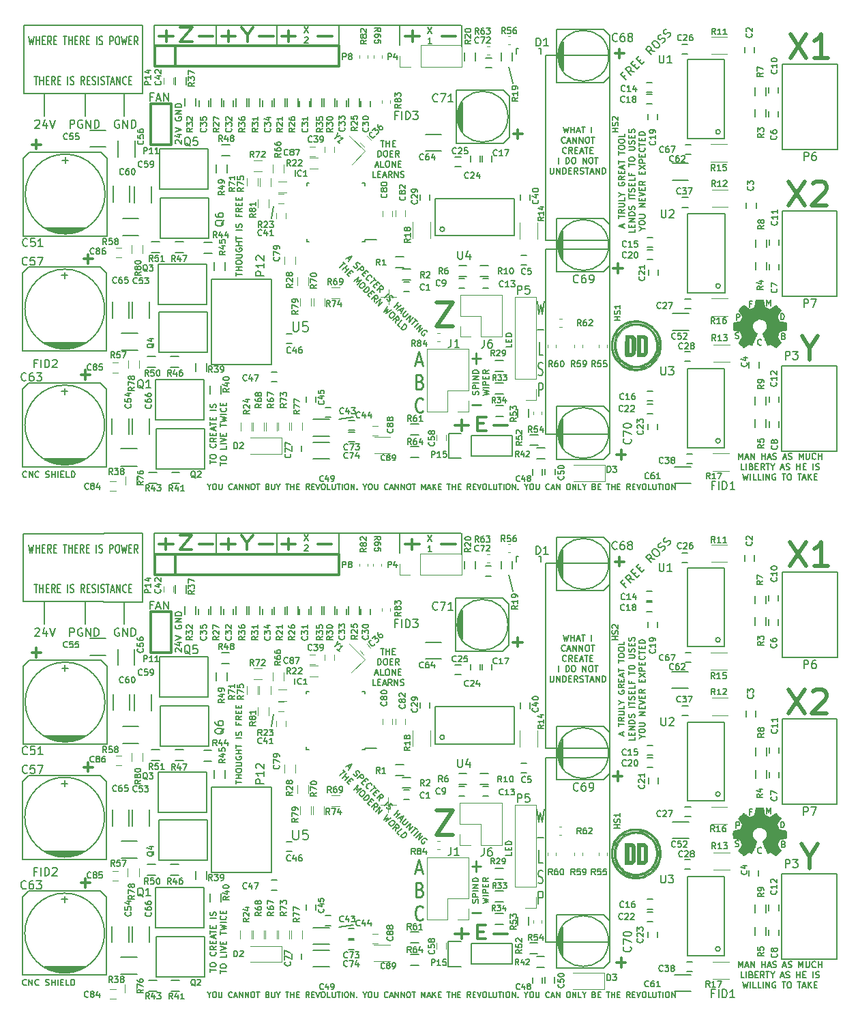
<source format=gto>
%MOIN*%
%OFA0B0*%
%FSLAX46Y46*%
%IPPOS*%
%LPD*%
%ADD10C,0.005905511811023622*%
%ADD11C,0.0039370078740157488*%
%ADD12C,0.00984251968503937*%
%ADD13C,0.011811023622047244*%
%ADD14C,0.0078740157480314977*%
%ADD15C,0.001*%
%ADD16C,0.01968503937007874*%
%ADD17C,0.006000000000000001*%
%ADD18C,0.005*%
%ADD19C,0.00039370078740157485*%
%ADD20C,0.0047244094488188976*%
%ADD21C,0.012000000000000002*%
%ADD22C,0.0059*%
%ADD33C,0.005905511811023622*%
%ADD34C,0.0039370078740157488*%
%ADD35C,0.00984251968503937*%
%ADD36C,0.011811023622047244*%
%ADD37C,0.0078740157480314977*%
%ADD38C,0.001*%
%ADD39C,0.01968503937007874*%
%ADD40C,0.006000000000000001*%
%ADD41C,0.005*%
%ADD42C,0.00039370078740157485*%
%ADD43C,0.0047244094488188976*%
%ADD44C,0.012000000000000002*%
%ADD45C,0.0059*%
%LPD*%
D10*
X0001659500Y0000399500D02*
X0001589500Y0000389500D01*
X0002975090Y0001326046D02*
X0002975090Y0001340107D01*
X0002983526Y0001323234D02*
X0002953999Y0001333077D01*
X0002983526Y0001342919D01*
X0002953999Y0001371041D02*
X0002953999Y0001387913D01*
X0002983526Y0001379477D02*
X0002953999Y0001379477D01*
X0002983526Y0001414629D02*
X0002969466Y0001404786D01*
X0002983526Y0001397756D02*
X0002953999Y0001397756D01*
X0002953999Y0001409005D01*
X0002955405Y0001411817D01*
X0002956811Y0001413223D01*
X0002959623Y0001414629D01*
X0002963841Y0001414629D01*
X0002966654Y0001413223D01*
X0002968060Y0001411817D01*
X0002969466Y0001409005D01*
X0002969466Y0001397756D01*
X0002953999Y0001427284D02*
X0002977902Y0001427284D01*
X0002980714Y0001428690D01*
X0002982120Y0001430096D01*
X0002983526Y0001432908D01*
X0002983526Y0001438532D01*
X0002982120Y0001441344D01*
X0002980714Y0001442750D01*
X0002977902Y0001444156D01*
X0002953999Y0001444156D01*
X0002983526Y0001472278D02*
X0002983526Y0001458217D01*
X0002953999Y0001458217D01*
X0002969466Y0001487745D02*
X0002983526Y0001487745D01*
X0002953999Y0001477902D02*
X0002969466Y0001487745D01*
X0002953999Y0001497587D01*
X0002955405Y0001545394D02*
X0002953999Y0001542582D01*
X0002953999Y0001538363D01*
X0002955405Y0001534145D01*
X0002958217Y0001531333D01*
X0002961029Y0001529927D01*
X0002966654Y0001528521D01*
X0002970872Y0001528521D01*
X0002976496Y0001529927D01*
X0002979308Y0001531333D01*
X0002982120Y0001534145D01*
X0002983526Y0001538363D01*
X0002983526Y0001541176D01*
X0002982120Y0001545394D01*
X0002980714Y0001546800D01*
X0002970872Y0001546800D01*
X0002970872Y0001541176D01*
X0002983526Y0001576327D02*
X0002969466Y0001566485D01*
X0002983526Y0001559455D02*
X0002953999Y0001559455D01*
X0002953999Y0001570703D01*
X0002955405Y0001573515D01*
X0002956811Y0001574921D01*
X0002959623Y0001576327D01*
X0002963841Y0001576327D01*
X0002966654Y0001574921D01*
X0002968060Y0001573515D01*
X0002969466Y0001570703D01*
X0002969466Y0001559455D01*
X0002968060Y0001588982D02*
X0002968060Y0001598825D01*
X0002983526Y0001603043D02*
X0002983526Y0001588982D01*
X0002953999Y0001588982D01*
X0002953999Y0001603043D01*
X0002975090Y0001614291D02*
X0002975090Y0001628352D01*
X0002983526Y0001611479D02*
X0002953999Y0001621322D01*
X0002983526Y0001631164D01*
X0002953999Y0001636789D02*
X0002953999Y0001653662D01*
X0002983526Y0001645225D02*
X0002953999Y0001645225D01*
X0002953999Y0001681783D02*
X0002953999Y0001698656D01*
X0002983526Y0001690219D02*
X0002953999Y0001690219D01*
X0002953999Y0001714123D02*
X0002953999Y0001719747D01*
X0002955405Y0001722559D01*
X0002958217Y0001725371D01*
X0002963841Y0001726777D01*
X0002973684Y0001726777D01*
X0002979308Y0001725371D01*
X0002982120Y0001722559D01*
X0002983526Y0001719747D01*
X0002983526Y0001714123D01*
X0002982120Y0001711310D01*
X0002979308Y0001708498D01*
X0002973684Y0001707092D01*
X0002963841Y0001707092D01*
X0002958217Y0001708498D01*
X0002955405Y0001711310D01*
X0002953999Y0001714123D01*
X0002953999Y0001745056D02*
X0002953999Y0001750681D01*
X0002955405Y0001753493D01*
X0002958217Y0001756305D01*
X0002963841Y0001757711D01*
X0002973684Y0001757711D01*
X0002979308Y0001756305D01*
X0002982120Y0001753493D01*
X0002983526Y0001750681D01*
X0002983526Y0001745056D01*
X0002982120Y0001742244D01*
X0002979308Y0001739432D01*
X0002973684Y0001738026D01*
X0002963841Y0001738026D01*
X0002958217Y0001739432D01*
X0002955405Y0001742244D01*
X0002953999Y0001745056D01*
X0002983526Y0001784426D02*
X0002983526Y0001770366D01*
X0002953999Y0001770366D01*
X0003033723Y0001317610D02*
X0003033723Y0001303549D01*
X0003004196Y0001303549D01*
X0003018257Y0001327452D02*
X0003018257Y0001337295D01*
X0003033723Y0001341513D02*
X0003033723Y0001327452D01*
X0003004196Y0001327452D01*
X0003004196Y0001341513D01*
X0003033723Y0001354168D02*
X0003004196Y0001354168D01*
X0003033723Y0001371041D01*
X0003004196Y0001371041D01*
X0003033723Y0001385101D02*
X0003004196Y0001385101D01*
X0003004196Y0001392132D01*
X0003005602Y0001396350D01*
X0003008414Y0001399162D01*
X0003011226Y0001400568D01*
X0003016850Y0001401974D01*
X0003021069Y0001401974D01*
X0003026693Y0001400568D01*
X0003029505Y0001399162D01*
X0003032317Y0001396350D01*
X0003033723Y0001392132D01*
X0003033723Y0001385101D01*
X0003032317Y0001413223D02*
X0003033723Y0001417441D01*
X0003033723Y0001424471D01*
X0003032317Y0001427284D01*
X0003030911Y0001428690D01*
X0003028099Y0001430096D01*
X0003025287Y0001430096D01*
X0003022475Y0001428690D01*
X0003021069Y0001427284D01*
X0003019663Y0001424471D01*
X0003018257Y0001418847D01*
X0003016850Y0001416035D01*
X0003015444Y0001414629D01*
X0003012632Y0001413223D01*
X0003009820Y0001413223D01*
X0003007008Y0001414629D01*
X0003005602Y0001416035D01*
X0003004196Y0001418847D01*
X0003004196Y0001425877D01*
X0003005602Y0001430096D01*
X0003033723Y0001465247D02*
X0003004196Y0001465247D01*
X0003004196Y0001475090D02*
X0003004196Y0001491963D01*
X0003033723Y0001483526D02*
X0003004196Y0001483526D01*
X0003032317Y0001500399D02*
X0003033723Y0001504618D01*
X0003033723Y0001511648D01*
X0003032317Y0001514460D01*
X0003030911Y0001515866D01*
X0003028099Y0001517272D01*
X0003025287Y0001517272D01*
X0003022475Y0001515866D01*
X0003021069Y0001514460D01*
X0003019663Y0001511648D01*
X0003018257Y0001506024D01*
X0003016850Y0001503212D01*
X0003015444Y0001501805D01*
X0003012632Y0001500399D01*
X0003009820Y0001500399D01*
X0003007008Y0001501805D01*
X0003005602Y0001503212D01*
X0003004196Y0001506024D01*
X0003004196Y0001513054D01*
X0003005602Y0001517272D01*
X0003018257Y0001529927D02*
X0003018257Y0001539770D01*
X0003033723Y0001543988D02*
X0003033723Y0001529927D01*
X0003004196Y0001529927D01*
X0003004196Y0001543988D01*
X0003033723Y0001570703D02*
X0003033723Y0001556642D01*
X0003004196Y0001556642D01*
X0003018257Y0001590388D02*
X0003018257Y0001580546D01*
X0003033723Y0001580546D02*
X0003004196Y0001580546D01*
X0003004196Y0001594606D01*
X0003004196Y0001624134D02*
X0003004196Y0001641007D01*
X0003033723Y0001632570D02*
X0003004196Y0001632570D01*
X0003004196Y0001656474D02*
X0003004196Y0001662098D01*
X0003005602Y0001664910D01*
X0003008414Y0001667722D01*
X0003014038Y0001669128D01*
X0003023881Y0001669128D01*
X0003029505Y0001667722D01*
X0003032317Y0001664910D01*
X0003033723Y0001662098D01*
X0003033723Y0001656474D01*
X0003032317Y0001653662D01*
X0003029505Y0001650849D01*
X0003023881Y0001649443D01*
X0003014038Y0001649443D01*
X0003008414Y0001650849D01*
X0003005602Y0001653662D01*
X0003004196Y0001656474D01*
X0003004196Y0001704280D02*
X0003028099Y0001704280D01*
X0003030911Y0001705686D01*
X0003032317Y0001707092D01*
X0003033723Y0001709904D01*
X0003033723Y0001715529D01*
X0003032317Y0001718341D01*
X0003030911Y0001719747D01*
X0003028099Y0001721153D01*
X0003004196Y0001721153D01*
X0003032317Y0001733808D02*
X0003033723Y0001738026D01*
X0003033723Y0001745056D01*
X0003032317Y0001747868D01*
X0003030911Y0001749275D01*
X0003028099Y0001750681D01*
X0003025287Y0001750681D01*
X0003022475Y0001749275D01*
X0003021069Y0001747868D01*
X0003019663Y0001745056D01*
X0003018257Y0001739432D01*
X0003016850Y0001736620D01*
X0003015444Y0001735214D01*
X0003012632Y0001733808D01*
X0003009820Y0001733808D01*
X0003007008Y0001735214D01*
X0003005602Y0001736620D01*
X0003004196Y0001739432D01*
X0003004196Y0001746462D01*
X0003005602Y0001750681D01*
X0003018257Y0001763335D02*
X0003018257Y0001773178D01*
X0003033723Y0001777396D02*
X0003033723Y0001763335D01*
X0003004196Y0001763335D01*
X0003004196Y0001777396D01*
X0003032317Y0001788645D02*
X0003033723Y0001792863D01*
X0003033723Y0001799893D01*
X0003032317Y0001802705D01*
X0003030911Y0001804111D01*
X0003028099Y0001805518D01*
X0003025287Y0001805518D01*
X0003022475Y0001804111D01*
X0003021069Y0001802705D01*
X0003019663Y0001799893D01*
X0003018257Y0001794269D01*
X0003016850Y0001791457D01*
X0003015444Y0001790051D01*
X0003012632Y0001788645D01*
X0003009820Y0001788645D01*
X0003007008Y0001790051D01*
X0003005602Y0001791457D01*
X0003004196Y0001794269D01*
X0003004196Y0001801299D01*
X0003005602Y0001805518D01*
X0003069859Y0001321125D02*
X0003083920Y0001321125D01*
X0003054393Y0001311282D02*
X0003069859Y0001321125D01*
X0003054393Y0001330967D01*
X0003054393Y0001346434D02*
X0003054393Y0001352059D01*
X0003055799Y0001354871D01*
X0003058611Y0001357683D01*
X0003064235Y0001359089D01*
X0003074078Y0001359089D01*
X0003079702Y0001357683D01*
X0003082514Y0001354871D01*
X0003083920Y0001352059D01*
X0003083920Y0001346434D01*
X0003082514Y0001343622D01*
X0003079702Y0001340810D01*
X0003074078Y0001339404D01*
X0003064235Y0001339404D01*
X0003058611Y0001340810D01*
X0003055799Y0001343622D01*
X0003054393Y0001346434D01*
X0003054393Y0001371744D02*
X0003078296Y0001371744D01*
X0003081108Y0001373150D01*
X0003082514Y0001374556D01*
X0003083920Y0001377368D01*
X0003083920Y0001382992D01*
X0003082514Y0001385804D01*
X0003081108Y0001387210D01*
X0003078296Y0001388617D01*
X0003054393Y0001388617D01*
X0003083920Y0001425174D02*
X0003054393Y0001425174D01*
X0003083920Y0001442047D01*
X0003054393Y0001442047D01*
X0003068453Y0001456108D02*
X0003068453Y0001465951D01*
X0003083920Y0001470169D02*
X0003083920Y0001456108D01*
X0003054393Y0001456108D01*
X0003054393Y0001470169D01*
X0003054393Y0001478605D02*
X0003083920Y0001488448D01*
X0003054393Y0001498290D01*
X0003068453Y0001508133D02*
X0003068453Y0001517975D01*
X0003083920Y0001522194D02*
X0003083920Y0001508133D01*
X0003054393Y0001508133D01*
X0003054393Y0001522194D01*
X0003083920Y0001551721D02*
X0003069859Y0001541879D01*
X0003083920Y0001534848D02*
X0003054393Y0001534848D01*
X0003054393Y0001546097D01*
X0003055799Y0001548909D01*
X0003057205Y0001550315D01*
X0003060017Y0001551721D01*
X0003064235Y0001551721D01*
X0003067047Y0001550315D01*
X0003068453Y0001548909D01*
X0003069859Y0001546097D01*
X0003069859Y0001534848D01*
X0003068453Y0001586873D02*
X0003068453Y0001596715D01*
X0003083920Y0001600934D02*
X0003083920Y0001586873D01*
X0003054393Y0001586873D01*
X0003054393Y0001600934D01*
X0003054393Y0001610776D02*
X0003083920Y0001630461D01*
X0003054393Y0001630461D02*
X0003083920Y0001610776D01*
X0003083920Y0001641710D02*
X0003054393Y0001641710D01*
X0003054393Y0001652958D01*
X0003055799Y0001655771D01*
X0003057205Y0001657177D01*
X0003060017Y0001658583D01*
X0003064235Y0001658583D01*
X0003067047Y0001657177D01*
X0003068453Y0001655771D01*
X0003069859Y0001652958D01*
X0003069859Y0001641710D01*
X0003068453Y0001671237D02*
X0003068453Y0001681080D01*
X0003083920Y0001685298D02*
X0003083920Y0001671237D01*
X0003054393Y0001671237D01*
X0003054393Y0001685298D01*
X0003081108Y0001714826D02*
X0003082514Y0001713420D01*
X0003083920Y0001709201D01*
X0003083920Y0001706389D01*
X0003082514Y0001702171D01*
X0003079702Y0001699359D01*
X0003076890Y0001697953D01*
X0003071266Y0001696547D01*
X0003067047Y0001696547D01*
X0003061423Y0001697953D01*
X0003058611Y0001699359D01*
X0003055799Y0001702171D01*
X0003054393Y0001706389D01*
X0003054393Y0001709201D01*
X0003055799Y0001713420D01*
X0003057205Y0001714826D01*
X0003054393Y0001723262D02*
X0003054393Y0001740135D01*
X0003083920Y0001731699D02*
X0003054393Y0001731699D01*
X0003068453Y0001749978D02*
X0003068453Y0001759820D01*
X0003083920Y0001764038D02*
X0003083920Y0001749978D01*
X0003054393Y0001749978D01*
X0003054393Y0001764038D01*
X0003083920Y0001776693D02*
X0003054393Y0001776693D01*
X0003054393Y0001783723D01*
X0003055799Y0001787942D01*
X0003058611Y0001790754D01*
X0003061423Y0001792160D01*
X0003067047Y0001793566D01*
X0003071266Y0001793566D01*
X0003076890Y0001792160D01*
X0003079702Y0001790754D01*
X0003082514Y0001787942D01*
X0003083920Y0001783723D01*
X0003083920Y0001776693D01*
D11*
X0001792713Y0000986957D02*
X0001867703Y0000986957D01*
X0001830208Y0000949462D02*
X0001830208Y0001024453D01*
D10*
X0001259500Y0001369500D02*
X0001269500Y0001429500D01*
X0002986761Y0002070738D02*
X0002977481Y0002061458D01*
X0002992064Y0002046876D02*
X0002964225Y0002074715D01*
X0002977481Y0002087971D01*
X0003031833Y0002086646D02*
X0003009297Y0002090623D01*
X0003015925Y0002070738D02*
X0002988087Y0002098577D01*
X0002998692Y0002109182D01*
X0003002669Y0002110508D01*
X0003005320Y0002110508D01*
X0003009297Y0002109182D01*
X0003013274Y0002105205D01*
X0003014600Y0002101228D01*
X0003014600Y0002098577D01*
X0003013274Y0002094600D01*
X0003002669Y0002083995D01*
X0003029182Y0002113159D02*
X0003038462Y0002122439D01*
X0003057021Y0002111833D02*
X0003043764Y0002098577D01*
X0003015925Y0002126416D01*
X0003029182Y0002139672D01*
X0003054370Y0002138347D02*
X0003063649Y0002147626D01*
X0003082208Y0002137021D02*
X0003068952Y0002123764D01*
X0003041113Y0002151603D01*
X0003054370Y0002164860D01*
X0003131258Y0002186070D02*
X0003108722Y0002190047D01*
X0003115350Y0002170162D02*
X0003087511Y0002198001D01*
X0003098116Y0002208606D01*
X0003102093Y0002209932D01*
X0003104745Y0002209932D01*
X0003108722Y0002208606D01*
X0003112699Y0002204630D01*
X0003114024Y0002200653D01*
X0003114024Y0002198001D01*
X0003112699Y0002194024D01*
X0003102093Y0002183419D01*
X0003120652Y0002231143D02*
X0003125955Y0002236445D01*
X0003129932Y0002237771D01*
X0003135235Y0002237771D01*
X0003141863Y0002233794D01*
X0003151143Y0002224514D01*
X0003155120Y0002217886D01*
X0003155120Y0002212583D01*
X0003153794Y0002208606D01*
X0003148491Y0002203304D01*
X0003144514Y0002201978D01*
X0003139212Y0002201978D01*
X0003132583Y0002205955D01*
X0003123304Y0002215235D01*
X0003119327Y0002221863D01*
X0003119327Y0002227166D01*
X0003120652Y0002231143D01*
X0003169702Y0002227166D02*
X0003175005Y0002229817D01*
X0003181633Y0002236445D01*
X0003182958Y0002240422D01*
X0003182958Y0002243074D01*
X0003181633Y0002247051D01*
X0003178982Y0002249702D01*
X0003175005Y0002251028D01*
X0003172353Y0002251028D01*
X0003168376Y0002249702D01*
X0003161748Y0002245725D01*
X0003157771Y0002244399D01*
X0003155120Y0002244399D01*
X0003151143Y0002245725D01*
X0003148491Y0002248376D01*
X0003147166Y0002252353D01*
X0003147166Y0002255005D01*
X0003148491Y0002258982D01*
X0003155120Y0002265610D01*
X0003160422Y0002268261D01*
X0003196215Y0002253679D02*
X0003201518Y0002256330D01*
X0003208146Y0002262958D01*
X0003209472Y0002266935D01*
X0003209472Y0002269587D01*
X0003208146Y0002273564D01*
X0003205495Y0002276215D01*
X0003201518Y0002277541D01*
X0003198866Y0002277541D01*
X0003194889Y0002276215D01*
X0003188261Y0002272238D01*
X0003184284Y0002270912D01*
X0003181633Y0002270912D01*
X0003177656Y0002272238D01*
X0003175005Y0002274889D01*
X0003173679Y0002278866D01*
X0003173679Y0002281518D01*
X0003175005Y0002285495D01*
X0003181633Y0002292123D01*
X0003186935Y0002294774D01*
X0001084117Y0001089320D02*
X0001084117Y0001106192D01*
X0001113645Y0001097756D02*
X0001084117Y0001097756D01*
X0001113645Y0001116035D02*
X0001084117Y0001116035D01*
X0001098178Y0001116035D02*
X0001098178Y0001132908D01*
X0001113645Y0001132908D02*
X0001084117Y0001132908D01*
X0001084117Y0001152593D02*
X0001084117Y0001158217D01*
X0001085523Y0001161029D01*
X0001088335Y0001163841D01*
X0001093960Y0001165248D01*
X0001103802Y0001165248D01*
X0001109426Y0001163841D01*
X0001112239Y0001161029D01*
X0001113645Y0001158217D01*
X0001113645Y0001152593D01*
X0001112239Y0001149781D01*
X0001109426Y0001146969D01*
X0001103802Y0001145562D01*
X0001093960Y0001145562D01*
X0001088335Y0001146969D01*
X0001085523Y0001149781D01*
X0001084117Y0001152593D01*
X0001084117Y0001177902D02*
X0001108020Y0001177902D01*
X0001110832Y0001179308D01*
X0001112239Y0001180714D01*
X0001113645Y0001183527D01*
X0001113645Y0001189151D01*
X0001112239Y0001191963D01*
X0001110832Y0001193369D01*
X0001108020Y0001194775D01*
X0001084117Y0001194775D01*
X0001085523Y0001224303D02*
X0001084117Y0001221491D01*
X0001084117Y0001217272D01*
X0001085523Y0001213054D01*
X0001088335Y0001210242D01*
X0001091147Y0001208836D01*
X0001096772Y0001207430D01*
X0001100990Y0001207430D01*
X0001106614Y0001208836D01*
X0001109426Y0001210242D01*
X0001112239Y0001213054D01*
X0001113645Y0001217272D01*
X0001113645Y0001220084D01*
X0001112239Y0001224303D01*
X0001110832Y0001225709D01*
X0001100990Y0001225709D01*
X0001100990Y0001220084D01*
X0001113645Y0001238363D02*
X0001084117Y0001238363D01*
X0001098178Y0001238363D02*
X0001098178Y0001255236D01*
X0001113645Y0001255236D02*
X0001084117Y0001255236D01*
X0001084117Y0001265079D02*
X0001084117Y0001281952D01*
X0001113645Y0001273515D02*
X0001084117Y0001273515D01*
X0001113645Y0001314291D02*
X0001084117Y0001314291D01*
X0001112239Y0001326946D02*
X0001113645Y0001331164D01*
X0001113645Y0001338195D01*
X0001112239Y0001341007D01*
X0001110832Y0001342413D01*
X0001108020Y0001343819D01*
X0001105208Y0001343819D01*
X0001102396Y0001342413D01*
X0001100990Y0001341007D01*
X0001099584Y0001338195D01*
X0001098178Y0001332570D01*
X0001096772Y0001329758D01*
X0001095366Y0001328352D01*
X0001092553Y0001326946D01*
X0001089741Y0001326946D01*
X0001086929Y0001328352D01*
X0001085523Y0001329758D01*
X0001084117Y0001332570D01*
X0001084117Y0001339601D01*
X0001085523Y0001343819D01*
X0001098178Y0001388813D02*
X0001098178Y0001378971D01*
X0001113645Y0001378971D02*
X0001084117Y0001378971D01*
X0001084117Y0001393032D01*
X0001113645Y0001421153D02*
X0001099584Y0001411311D01*
X0001113645Y0001404280D02*
X0001084117Y0001404280D01*
X0001084117Y0001415529D01*
X0001085523Y0001418341D01*
X0001086929Y0001419747D01*
X0001089741Y0001421153D01*
X0001093960Y0001421153D01*
X0001096772Y0001419747D01*
X0001098178Y0001418341D01*
X0001099584Y0001415529D01*
X0001099584Y0001404280D01*
X0001098178Y0001433808D02*
X0001098178Y0001443650D01*
X0001113645Y0001447868D02*
X0001113645Y0001433808D01*
X0001084117Y0001433808D01*
X0001084117Y0001447868D01*
X0001098178Y0001460523D02*
X0001098178Y0001470366D01*
X0001113645Y0001474584D02*
X0001113645Y0001460523D01*
X0001084117Y0001460523D01*
X0001084117Y0001474584D01*
X0003541597Y0000193819D02*
X0003541597Y0000223347D01*
X0003551440Y0000202255D01*
X0003561282Y0000223347D01*
X0003561282Y0000193819D01*
X0003573937Y0000202255D02*
X0003587998Y0000202255D01*
X0003571125Y0000193819D02*
X0003580967Y0000223347D01*
X0003590810Y0000193819D01*
X0003600652Y0000193819D02*
X0003600652Y0000223347D01*
X0003617525Y0000193819D01*
X0003617525Y0000223347D01*
X0003654083Y0000193819D02*
X0003654083Y0000223347D01*
X0003654083Y0000209286D02*
X0003670956Y0000209286D01*
X0003670956Y0000193819D02*
X0003670956Y0000223347D01*
X0003683611Y0000202255D02*
X0003697672Y0000202255D01*
X0003680799Y0000193819D02*
X0003690641Y0000223347D01*
X0003700484Y0000193819D01*
X0003708920Y0000195225D02*
X0003713138Y0000193819D01*
X0003720169Y0000193819D01*
X0003722981Y0000195225D01*
X0003724387Y0000196631D01*
X0003725793Y0000199443D01*
X0003725793Y0000202255D01*
X0003724387Y0000205068D01*
X0003722981Y0000206474D01*
X0003720169Y0000207880D01*
X0003714544Y0000209286D01*
X0003711732Y0000210692D01*
X0003710326Y0000212098D01*
X0003708920Y0000214910D01*
X0003708920Y0000217722D01*
X0003710326Y0000220534D01*
X0003711732Y0000221940D01*
X0003714544Y0000223347D01*
X0003721575Y0000223347D01*
X0003725793Y0000221940D01*
X0003759539Y0000202255D02*
X0003773600Y0000202255D01*
X0003756727Y0000193819D02*
X0003766569Y0000223347D01*
X0003776412Y0000193819D01*
X0003784848Y0000195225D02*
X0003789066Y0000193819D01*
X0003796097Y0000193819D01*
X0003798909Y0000195225D01*
X0003800315Y0000196631D01*
X0003801721Y0000199443D01*
X0003801721Y0000202255D01*
X0003800315Y0000205068D01*
X0003798909Y0000206474D01*
X0003796097Y0000207880D01*
X0003790472Y0000209286D01*
X0003787660Y0000210692D01*
X0003786254Y0000212098D01*
X0003784848Y0000214910D01*
X0003784848Y0000217722D01*
X0003786254Y0000220534D01*
X0003787660Y0000221940D01*
X0003790472Y0000223347D01*
X0003797503Y0000223347D01*
X0003801721Y0000221940D01*
X0003836873Y0000193819D02*
X0003836873Y0000223347D01*
X0003846715Y0000202255D01*
X0003856558Y0000223347D01*
X0003856558Y0000193819D01*
X0003870619Y0000223347D02*
X0003870619Y0000199443D01*
X0003872025Y0000196631D01*
X0003873431Y0000195225D01*
X0003876243Y0000193819D01*
X0003881867Y0000193819D01*
X0003884679Y0000195225D01*
X0003886086Y0000196631D01*
X0003887492Y0000199443D01*
X0003887492Y0000223347D01*
X0003918425Y0000196631D02*
X0003917019Y0000195225D01*
X0003912801Y0000193819D01*
X0003909989Y0000193819D01*
X0003905771Y0000195225D01*
X0003902958Y0000198037D01*
X0003901552Y0000200849D01*
X0003900146Y0000206474D01*
X0003900146Y0000210692D01*
X0003901552Y0000216316D01*
X0003902958Y0000219128D01*
X0003905771Y0000221940D01*
X0003909989Y0000223347D01*
X0003912801Y0000223347D01*
X0003917019Y0000221940D01*
X0003918425Y0000220534D01*
X0003931080Y0000193819D02*
X0003931080Y0000223347D01*
X0003931080Y0000209286D02*
X0003947953Y0000209286D01*
X0003947953Y0000193819D02*
X0003947953Y0000223347D01*
X0003569719Y0000143622D02*
X0003555658Y0000143622D01*
X0003555658Y0000173150D01*
X0003579561Y0000143622D02*
X0003579561Y0000173150D01*
X0003603465Y0000159089D02*
X0003607683Y0000157683D01*
X0003609089Y0000156277D01*
X0003610495Y0000153465D01*
X0003610495Y0000149246D01*
X0003609089Y0000146434D01*
X0003607683Y0000145028D01*
X0003604871Y0000143622D01*
X0003593622Y0000143622D01*
X0003593622Y0000173150D01*
X0003603465Y0000173150D01*
X0003606277Y0000171744D01*
X0003607683Y0000170338D01*
X0003609089Y0000167525D01*
X0003609089Y0000164713D01*
X0003607683Y0000161901D01*
X0003606277Y0000160495D01*
X0003603465Y0000159089D01*
X0003593622Y0000159089D01*
X0003623150Y0000159089D02*
X0003632992Y0000159089D01*
X0003637210Y0000143622D02*
X0003623150Y0000143622D01*
X0003623150Y0000173150D01*
X0003637210Y0000173150D01*
X0003666738Y0000143622D02*
X0003656895Y0000157683D01*
X0003649865Y0000143622D02*
X0003649865Y0000173150D01*
X0003661114Y0000173150D01*
X0003663926Y0000171744D01*
X0003665332Y0000170338D01*
X0003666738Y0000167525D01*
X0003666738Y0000163307D01*
X0003665332Y0000160495D01*
X0003663926Y0000159089D01*
X0003661114Y0000157683D01*
X0003649865Y0000157683D01*
X0003675174Y0000173150D02*
X0003692047Y0000173150D01*
X0003683611Y0000143622D02*
X0003683611Y0000173150D01*
X0003707514Y0000157683D02*
X0003707514Y0000143622D01*
X0003697672Y0000173150D02*
X0003707514Y0000157683D01*
X0003717357Y0000173150D01*
X0003748290Y0000152059D02*
X0003762351Y0000152059D01*
X0003745478Y0000143622D02*
X0003755321Y0000173150D01*
X0003765163Y0000143622D01*
X0003773600Y0000145028D02*
X0003777818Y0000143622D01*
X0003784848Y0000143622D01*
X0003787660Y0000145028D01*
X0003789066Y0000146434D01*
X0003790472Y0000149246D01*
X0003790472Y0000152059D01*
X0003789066Y0000154871D01*
X0003787660Y0000156277D01*
X0003784848Y0000157683D01*
X0003779224Y0000159089D01*
X0003776412Y0000160495D01*
X0003775006Y0000161901D01*
X0003773600Y0000164713D01*
X0003773600Y0000167525D01*
X0003775006Y0000170338D01*
X0003776412Y0000171744D01*
X0003779224Y0000173150D01*
X0003786254Y0000173150D01*
X0003790472Y0000171744D01*
X0003825624Y0000143622D02*
X0003825624Y0000173150D01*
X0003825624Y0000159089D02*
X0003842497Y0000159089D01*
X0003842497Y0000143622D02*
X0003842497Y0000173150D01*
X0003856558Y0000159089D02*
X0003866400Y0000159089D01*
X0003870619Y0000143622D02*
X0003856558Y0000143622D01*
X0003856558Y0000173150D01*
X0003870619Y0000173150D01*
X0003905771Y0000143622D02*
X0003905771Y0000173150D01*
X0003918425Y0000145028D02*
X0003922643Y0000143622D01*
X0003929674Y0000143622D01*
X0003932486Y0000145028D01*
X0003933892Y0000146434D01*
X0003935298Y0000149246D01*
X0003935298Y0000152059D01*
X0003933892Y0000154871D01*
X0003932486Y0000156277D01*
X0003929674Y0000157683D01*
X0003924050Y0000159089D01*
X0003921237Y0000160495D01*
X0003919831Y0000161901D01*
X0003918425Y0000164713D01*
X0003918425Y0000167525D01*
X0003919831Y0000170338D01*
X0003921237Y0000171744D01*
X0003924050Y0000173150D01*
X0003931080Y0000173150D01*
X0003935298Y0000171744D01*
X0003562688Y0000122953D02*
X0003569719Y0000093425D01*
X0003575343Y0000114516D01*
X0003580967Y0000093425D01*
X0003587998Y0000122953D01*
X0003599246Y0000093425D02*
X0003599246Y0000122953D01*
X0003627368Y0000093425D02*
X0003613307Y0000093425D01*
X0003613307Y0000122953D01*
X0003651271Y0000093425D02*
X0003637210Y0000093425D01*
X0003637210Y0000122953D01*
X0003661114Y0000093425D02*
X0003661114Y0000122953D01*
X0003675174Y0000093425D02*
X0003675174Y0000122953D01*
X0003692047Y0000093425D01*
X0003692047Y0000122953D01*
X0003721575Y0000121547D02*
X0003718763Y0000122953D01*
X0003714544Y0000122953D01*
X0003710326Y0000121547D01*
X0003707514Y0000118735D01*
X0003706108Y0000115922D01*
X0003704702Y0000110298D01*
X0003704702Y0000106080D01*
X0003706108Y0000100456D01*
X0003707514Y0000097644D01*
X0003710326Y0000094831D01*
X0003714544Y0000093425D01*
X0003717357Y0000093425D01*
X0003721575Y0000094831D01*
X0003722981Y0000096237D01*
X0003722981Y0000106080D01*
X0003717357Y0000106080D01*
X0003753915Y0000122953D02*
X0003770787Y0000122953D01*
X0003762351Y0000093425D02*
X0003762351Y0000122953D01*
X0003786254Y0000122953D02*
X0003791879Y0000122953D01*
X0003794691Y0000121547D01*
X0003797503Y0000118735D01*
X0003798909Y0000113110D01*
X0003798909Y0000103268D01*
X0003797503Y0000097644D01*
X0003794691Y0000094831D01*
X0003791879Y0000093425D01*
X0003786254Y0000093425D01*
X0003783442Y0000094831D01*
X0003780630Y0000097644D01*
X0003779224Y0000103268D01*
X0003779224Y0000113110D01*
X0003780630Y0000118735D01*
X0003783442Y0000121547D01*
X0003786254Y0000122953D01*
X0003829843Y0000122953D02*
X0003846715Y0000122953D01*
X0003838279Y0000093425D02*
X0003838279Y0000122953D01*
X0003855152Y0000101862D02*
X0003869213Y0000101862D01*
X0003852340Y0000093425D02*
X0003862182Y0000122953D01*
X0003872025Y0000093425D01*
X0003881867Y0000093425D02*
X0003881867Y0000122953D01*
X0003898740Y0000093425D02*
X0003886086Y0000110298D01*
X0003898740Y0000122953D02*
X0003881867Y0000106080D01*
X0003911395Y0000108892D02*
X0003921237Y0000108892D01*
X0003925456Y0000093425D02*
X0003911395Y0000093425D01*
X0003911395Y0000122953D01*
X0003925456Y0000122953D01*
X0001630458Y0001177076D02*
X0001640401Y0001167133D01*
X0001622504Y0001173099D02*
X0001650343Y0001187018D01*
X0001636424Y0001159179D01*
X0001659291Y0001138300D02*
X0001661280Y0001134323D01*
X0001666251Y0001129352D01*
X0001669234Y0001128358D01*
X0001671222Y0001128358D01*
X0001674205Y0001129352D01*
X0001676193Y0001131340D01*
X0001677188Y0001134323D01*
X0001677188Y0001136312D01*
X0001676193Y0001139294D01*
X0001673211Y0001144266D01*
X0001672216Y0001147248D01*
X0001672216Y0001149237D01*
X0001673211Y0001152220D01*
X0001675199Y0001154208D01*
X0001678182Y0001155202D01*
X0001680170Y0001155202D01*
X0001683153Y0001154208D01*
X0001688124Y0001149237D01*
X0001690113Y0001145260D01*
X0001679176Y0001116427D02*
X0001700055Y0001137306D01*
X0001708009Y0001129352D01*
X0001709004Y0001126369D01*
X0001709004Y0001124381D01*
X0001708009Y0001121398D01*
X0001705027Y0001118415D01*
X0001702044Y0001117421D01*
X0001700055Y0001117421D01*
X0001697073Y0001118415D01*
X0001689119Y0001126369D01*
X0001710992Y0001106484D02*
X0001717952Y0001099525D01*
X0001709998Y0001085605D02*
X0001700055Y0001095548D01*
X0001720934Y0001116427D01*
X0001730877Y0001106484D01*
X0001732865Y0001066715D02*
X0001730877Y0001066715D01*
X0001726900Y0001068703D01*
X0001724911Y0001070692D01*
X0001722923Y0001074668D01*
X0001722923Y0001078645D01*
X0001723917Y0001081628D01*
X0001726900Y0001086599D01*
X0001729883Y0001089582D01*
X0001734854Y0001092565D01*
X0001737837Y0001093559D01*
X0001741814Y0001093559D01*
X0001745791Y0001091571D01*
X0001747779Y0001089582D01*
X0001749768Y0001085605D01*
X0001749768Y0001083617D01*
X0001757721Y0001079640D02*
X0001769652Y0001067709D01*
X0001742808Y0001052795D02*
X0001763687Y0001073674D01*
X0001766670Y0001050807D02*
X0001773629Y0001043847D01*
X0001765675Y0001029927D02*
X0001755733Y0001039870D01*
X0001776612Y0001060749D01*
X0001786555Y0001050807D01*
X0001786555Y0001009048D02*
X0001789537Y0001025950D01*
X0001774624Y0001020979D02*
X0001795503Y0001041858D01*
X0001803457Y0001033904D01*
X0001804451Y0001030922D01*
X0001804451Y0001028933D01*
X0001803457Y0001025950D01*
X0001800474Y0001022968D01*
X0001797491Y0001021974D01*
X0001795503Y0001021974D01*
X0001792520Y0001022968D01*
X0001784566Y0001030922D01*
X0001811411Y0000984192D02*
X0001832290Y0001005071D01*
X0001821353Y0000976238D02*
X0001823342Y0000972261D01*
X0001828313Y0000967290D01*
X0001831296Y0000966296D01*
X0001833284Y0000966296D01*
X0001836267Y0000967290D01*
X0001838255Y0000969279D01*
X0001839250Y0000972261D01*
X0001839250Y0000974250D01*
X0001838255Y0000977232D01*
X0001835273Y0000982204D01*
X0001834278Y0000985186D01*
X0001834278Y0000987175D01*
X0001835273Y0000990158D01*
X0001837261Y0000992146D01*
X0001840244Y0000993140D01*
X0001842232Y0000993140D01*
X0001845215Y0000992146D01*
X0001850186Y0000987175D01*
X0001852175Y0000983198D01*
X0001857146Y0000938457D02*
X0001878025Y0000959336D01*
X0001868083Y0000949394D02*
X0001880014Y0000937463D01*
X0001869077Y0000926526D02*
X0001889956Y0000947405D01*
X0001883991Y0000923543D02*
X0001893933Y0000913601D01*
X0001876037Y0000919566D02*
X0001903875Y0000933486D01*
X0001889956Y0000905647D01*
X0001917795Y0000919566D02*
X0001900893Y0000902664D01*
X0001899898Y0000899681D01*
X0001899898Y0000897693D01*
X0001900893Y0000894710D01*
X0001904870Y0000890733D01*
X0001907852Y0000889739D01*
X0001909841Y0000889739D01*
X0001912824Y0000890733D01*
X0001929726Y0000907635D01*
X0001918789Y0000876814D02*
X0001939668Y0000897693D01*
X0001930720Y0000864883D01*
X0001951599Y0000885762D01*
X0001958559Y0000878802D02*
X0001970490Y0000866871D01*
X0001943645Y0000851958D02*
X0001964524Y0000872837D01*
X0001956570Y0000839032D02*
X0001977450Y0000859912D01*
X0001966513Y0000829090D02*
X0001987392Y0000849969D01*
X0001978444Y0000817159D01*
X0001999323Y0000838038D01*
X0002019208Y0000816165D02*
X0002018214Y0000819148D01*
X0002015231Y0000822130D01*
X0002011254Y0000824119D01*
X0002007277Y0000824119D01*
X0002004294Y0000823125D01*
X0001999323Y0000820142D01*
X0001996340Y0000817159D01*
X0001993357Y0000812188D01*
X0001992363Y0000809205D01*
X0001992363Y0000805228D01*
X0001994352Y0000801251D01*
X0001996340Y0000799263D01*
X0002000317Y0000797274D01*
X0002002306Y0000797274D01*
X0002009265Y0000804234D01*
X0002005288Y0000808211D01*
X0001607889Y0001158483D02*
X0001619820Y0001146552D01*
X0001592975Y0001131639D02*
X0001613854Y0001152518D01*
X0001605900Y0001118714D02*
X0001626779Y0001139593D01*
X0001616837Y0001129650D02*
X0001628768Y0001117719D01*
X0001617831Y0001106783D02*
X0001638710Y0001127662D01*
X0001638710Y0001107777D02*
X0001645670Y0001100817D01*
X0001637716Y0001086898D02*
X0001627774Y0001096840D01*
X0001648653Y0001117719D01*
X0001658595Y0001107777D01*
X0001662572Y0001062042D02*
X0001683451Y0001082921D01*
X0001675497Y0001061047D01*
X0001697371Y0001069001D01*
X0001676492Y0001048122D01*
X0001711290Y0001055082D02*
X0001715267Y0001051105D01*
X0001716262Y0001048122D01*
X0001716262Y0001044145D01*
X0001713279Y0001039174D01*
X0001706319Y0001032214D01*
X0001701348Y0001029232D01*
X0001697371Y0001029232D01*
X0001694388Y0001030226D01*
X0001690411Y0001034203D01*
X0001689417Y0001037185D01*
X0001689417Y0001041162D01*
X0001692400Y0001046134D01*
X0001699359Y0001053093D01*
X0001704331Y0001056076D01*
X0001708307Y0001056076D01*
X0001711290Y0001055082D01*
X0001708307Y0001016306D02*
X0001729187Y0001037185D01*
X0001734158Y0001032214D01*
X0001736146Y0001028237D01*
X0001736146Y0001024260D01*
X0001735152Y0001021278D01*
X0001732169Y0001016306D01*
X0001729187Y0001013324D01*
X0001724215Y0001010341D01*
X0001721233Y0001009347D01*
X0001717256Y0001009347D01*
X0001713279Y0001011335D01*
X0001708307Y0001016306D01*
X0001740123Y0001006364D02*
X0001747083Y0000999404D01*
X0001739129Y0000985485D02*
X0001729187Y0000995427D01*
X0001750066Y0001016306D01*
X0001760008Y0001006364D01*
X0001760008Y0000964606D02*
X0001762991Y0000981508D01*
X0001748077Y0000976537D02*
X0001768956Y0000997416D01*
X0001776910Y0000989462D01*
X0001777905Y0000986479D01*
X0001777905Y0000984490D01*
X0001776910Y0000981508D01*
X0001773928Y0000978525D01*
X0001770945Y0000977531D01*
X0001768956Y0000977531D01*
X0001765974Y0000978525D01*
X0001758020Y0000986479D01*
X0001768956Y0000955657D02*
X0001789836Y0000976537D01*
X0001780887Y0000943726D01*
X0001801767Y0000964606D01*
X0001825628Y0000940744D02*
X0001809720Y0000914893D01*
X0001828611Y0000925830D01*
X0001817674Y0000906939D01*
X0001843525Y0000922847D01*
X0001855456Y0000910916D02*
X0001859433Y0000906939D01*
X0001860427Y0000903957D01*
X0001860427Y0000899980D01*
X0001857444Y0000895008D01*
X0001850485Y0000888049D01*
X0001845513Y0000885066D01*
X0001841536Y0000885066D01*
X0001838554Y0000886060D01*
X0001834577Y0000890037D01*
X0001833582Y0000893020D01*
X0001833582Y0000896997D01*
X0001836565Y0000901968D01*
X0001843525Y0000908928D01*
X0001848496Y0000911911D01*
X0001852473Y0000911911D01*
X0001855456Y0000910916D01*
X0001864404Y0000860210D02*
X0001867387Y0000877112D01*
X0001852473Y0000872141D02*
X0001873352Y0000893020D01*
X0001881306Y0000885066D01*
X0001882300Y0000882083D01*
X0001882300Y0000880095D01*
X0001881306Y0000877112D01*
X0001878323Y0000874129D01*
X0001875341Y0000873135D01*
X0001873352Y0000873135D01*
X0001870369Y0000874129D01*
X0001862415Y0000882083D01*
X0001883295Y0000841319D02*
X0001873352Y0000851262D01*
X0001894231Y0000872141D01*
X0001890254Y0000834360D02*
X0001911133Y0000855239D01*
X0001916105Y0000850267D01*
X0001918093Y0000846290D01*
X0001918093Y0000842314D01*
X0001917099Y0000839331D01*
X0001914116Y0000834360D01*
X0001911133Y0000831377D01*
X0001906162Y0000828394D01*
X0001903179Y0000827400D01*
X0001899202Y0000827400D01*
X0001895225Y0000829388D01*
X0001890254Y0000834360D01*
X0000953673Y0000060156D02*
X0000953673Y0000047032D01*
X0000944486Y0000074591D02*
X0000953673Y0000060156D01*
X0000962859Y0000074591D01*
X0000977295Y0000074591D02*
X0000982544Y0000074591D01*
X0000985169Y0000073279D01*
X0000987793Y0000070654D01*
X0000989106Y0000065405D01*
X0000989106Y0000056219D01*
X0000987793Y0000050969D01*
X0000985169Y0000048345D01*
X0000982544Y0000047032D01*
X0000977295Y0000047032D01*
X0000974670Y0000048345D01*
X0000972045Y0000050969D01*
X0000970733Y0000056219D01*
X0000970733Y0000065405D01*
X0000972045Y0000070654D01*
X0000974670Y0000073279D01*
X0000977295Y0000074591D01*
X0001000917Y0000074591D02*
X0001000917Y0000052282D01*
X0001002229Y0000049657D01*
X0001003541Y0000048345D01*
X0001006166Y0000047032D01*
X0001011415Y0000047032D01*
X0001014040Y0000048345D01*
X0001015352Y0000049657D01*
X0001016665Y0000052282D01*
X0001016665Y0000074591D01*
X0001066534Y0000049657D02*
X0001065221Y0000048345D01*
X0001061284Y0000047032D01*
X0001058660Y0000047032D01*
X0001054723Y0000048345D01*
X0001052098Y0000050969D01*
X0001050786Y0000053594D01*
X0001049473Y0000058843D01*
X0001049473Y0000062780D01*
X0001050786Y0000068030D01*
X0001052098Y0000070654D01*
X0001054723Y0000073279D01*
X0001058660Y0000074591D01*
X0001061284Y0000074591D01*
X0001065221Y0000073279D01*
X0001066534Y0000071967D01*
X0001077032Y0000054906D02*
X0001090156Y0000054906D01*
X0001074408Y0000047032D02*
X0001083594Y0000074591D01*
X0001092780Y0000047032D01*
X0001101967Y0000047032D02*
X0001101967Y0000074591D01*
X0001117715Y0000047032D01*
X0001117715Y0000074591D01*
X0001130838Y0000047032D02*
X0001130838Y0000074591D01*
X0001146586Y0000047032D01*
X0001146586Y0000074591D01*
X0001164959Y0000074591D02*
X0001170208Y0000074591D01*
X0001172833Y0000073279D01*
X0001175457Y0000070654D01*
X0001176770Y0000065405D01*
X0001176770Y0000056219D01*
X0001175457Y0000050969D01*
X0001172833Y0000048345D01*
X0001170208Y0000047032D01*
X0001164959Y0000047032D01*
X0001162334Y0000048345D01*
X0001159709Y0000050969D01*
X0001158397Y0000056219D01*
X0001158397Y0000065405D01*
X0001159709Y0000070654D01*
X0001162334Y0000073279D01*
X0001164959Y0000074591D01*
X0001184644Y0000074591D02*
X0001200392Y0000074591D01*
X0001192518Y0000047032D02*
X0001192518Y0000074591D01*
X0001239762Y0000061468D02*
X0001243699Y0000060156D01*
X0001245011Y0000058843D01*
X0001246324Y0000056219D01*
X0001246324Y0000052282D01*
X0001245011Y0000049657D01*
X0001243699Y0000048345D01*
X0001241074Y0000047032D01*
X0001230576Y0000047032D01*
X0001230576Y0000074591D01*
X0001239762Y0000074591D01*
X0001242387Y0000073279D01*
X0001243699Y0000071967D01*
X0001245011Y0000069342D01*
X0001245011Y0000066717D01*
X0001243699Y0000064093D01*
X0001242387Y0000062780D01*
X0001239762Y0000061468D01*
X0001230576Y0000061468D01*
X0001258135Y0000074591D02*
X0001258135Y0000052282D01*
X0001259447Y0000049657D01*
X0001260759Y0000048345D01*
X0001263384Y0000047032D01*
X0001268633Y0000047032D01*
X0001271258Y0000048345D01*
X0001272570Y0000049657D01*
X0001273883Y0000052282D01*
X0001273883Y0000074591D01*
X0001292255Y0000060156D02*
X0001292255Y0000047032D01*
X0001283069Y0000074591D02*
X0001292255Y0000060156D01*
X0001301442Y0000074591D01*
X0001327688Y0000074591D02*
X0001343437Y0000074591D01*
X0001335562Y0000047032D02*
X0001335562Y0000074591D01*
X0001352623Y0000047032D02*
X0001352623Y0000074591D01*
X0001352623Y0000061468D02*
X0001368371Y0000061468D01*
X0001368371Y0000047032D02*
X0001368371Y0000074591D01*
X0001381494Y0000061468D02*
X0001390681Y0000061468D01*
X0001394618Y0000047032D02*
X0001381494Y0000047032D01*
X0001381494Y0000074591D01*
X0001394618Y0000074591D01*
X0001443174Y0000047032D02*
X0001433988Y0000060156D01*
X0001427426Y0000047032D02*
X0001427426Y0000074591D01*
X0001437925Y0000074591D01*
X0001440549Y0000073279D01*
X0001441862Y0000071967D01*
X0001443174Y0000069342D01*
X0001443174Y0000065405D01*
X0001441862Y0000062780D01*
X0001440549Y0000061468D01*
X0001437925Y0000060156D01*
X0001427426Y0000060156D01*
X0001454985Y0000061468D02*
X0001464171Y0000061468D01*
X0001468108Y0000047032D02*
X0001454985Y0000047032D01*
X0001454985Y0000074591D01*
X0001468108Y0000074591D01*
X0001475982Y0000074591D02*
X0001485169Y0000047032D01*
X0001494355Y0000074591D01*
X0001508791Y0000074591D02*
X0001514040Y0000074591D01*
X0001516665Y0000073279D01*
X0001519290Y0000070654D01*
X0001520602Y0000065405D01*
X0001520602Y0000056219D01*
X0001519290Y0000050969D01*
X0001516665Y0000048345D01*
X0001514040Y0000047032D01*
X0001508791Y0000047032D01*
X0001506166Y0000048345D01*
X0001503541Y0000050969D01*
X0001502229Y0000056219D01*
X0001502229Y0000065405D01*
X0001503541Y0000070654D01*
X0001506166Y0000073279D01*
X0001508791Y0000074591D01*
X0001545536Y0000047032D02*
X0001532413Y0000047032D01*
X0001532413Y0000074591D01*
X0001554723Y0000074591D02*
X0001554723Y0000052282D01*
X0001556035Y0000049657D01*
X0001557347Y0000048345D01*
X0001559972Y0000047032D01*
X0001565221Y0000047032D01*
X0001567846Y0000048345D01*
X0001569158Y0000049657D01*
X0001570471Y0000052282D01*
X0001570471Y0000074591D01*
X0001579657Y0000074591D02*
X0001595405Y0000074591D01*
X0001587531Y0000047032D02*
X0001587531Y0000074591D01*
X0001604591Y0000047032D02*
X0001604591Y0000074591D01*
X0001622964Y0000074591D02*
X0001628213Y0000074591D01*
X0001630838Y0000073279D01*
X0001633463Y0000070654D01*
X0001634775Y0000065405D01*
X0001634775Y0000056219D01*
X0001633463Y0000050969D01*
X0001630838Y0000048345D01*
X0001628213Y0000047032D01*
X0001622964Y0000047032D01*
X0001620339Y0000048345D01*
X0001617715Y0000050969D01*
X0001616402Y0000056219D01*
X0001616402Y0000065405D01*
X0001617715Y0000070654D01*
X0001620339Y0000073279D01*
X0001622964Y0000074591D01*
X0001646586Y0000047032D02*
X0001646586Y0000074591D01*
X0001662334Y0000047032D01*
X0001662334Y0000074591D01*
X0001675457Y0000049657D02*
X0001676770Y0000048345D01*
X0001675457Y0000047032D01*
X0001674145Y0000048345D01*
X0001675457Y0000049657D01*
X0001675457Y0000047032D01*
X0001714828Y0000060156D02*
X0001714828Y0000047032D01*
X0001705641Y0000074591D02*
X0001714828Y0000060156D01*
X0001724014Y0000074591D01*
X0001738450Y0000074591D02*
X0001743699Y0000074591D01*
X0001746324Y0000073279D01*
X0001748948Y0000070654D01*
X0001750261Y0000065405D01*
X0001750261Y0000056219D01*
X0001748948Y0000050969D01*
X0001746324Y0000048345D01*
X0001743699Y0000047032D01*
X0001738450Y0000047032D01*
X0001735825Y0000048345D01*
X0001733200Y0000050969D01*
X0001731888Y0000056219D01*
X0001731888Y0000065405D01*
X0001733200Y0000070654D01*
X0001735825Y0000073279D01*
X0001738450Y0000074591D01*
X0001762072Y0000074591D02*
X0001762072Y0000052282D01*
X0001763384Y0000049657D01*
X0001764696Y0000048345D01*
X0001767321Y0000047032D01*
X0001772570Y0000047032D01*
X0001775195Y0000048345D01*
X0001776507Y0000049657D01*
X0001777820Y0000052282D01*
X0001777820Y0000074591D01*
X0001827688Y0000049657D02*
X0001826376Y0000048345D01*
X0001822439Y0000047032D01*
X0001819814Y0000047032D01*
X0001815877Y0000048345D01*
X0001813253Y0000050969D01*
X0001811940Y0000053594D01*
X0001810628Y0000058843D01*
X0001810628Y0000062780D01*
X0001811940Y0000068030D01*
X0001813253Y0000070654D01*
X0001815877Y0000073279D01*
X0001819814Y0000074591D01*
X0001822439Y0000074591D01*
X0001826376Y0000073279D01*
X0001827688Y0000071967D01*
X0001838187Y0000054906D02*
X0001851311Y0000054906D01*
X0001835562Y0000047032D02*
X0001844749Y0000074591D01*
X0001853935Y0000047032D01*
X0001863122Y0000047032D02*
X0001863122Y0000074591D01*
X0001878870Y0000047032D01*
X0001878870Y0000074591D01*
X0001891993Y0000047032D02*
X0001891993Y0000074591D01*
X0001907741Y0000047032D01*
X0001907741Y0000074591D01*
X0001926114Y0000074591D02*
X0001931363Y0000074591D01*
X0001933988Y0000073279D01*
X0001936612Y0000070654D01*
X0001937925Y0000065405D01*
X0001937925Y0000056219D01*
X0001936612Y0000050969D01*
X0001933988Y0000048345D01*
X0001931363Y0000047032D01*
X0001926114Y0000047032D01*
X0001923489Y0000048345D01*
X0001920864Y0000050969D01*
X0001919552Y0000056219D01*
X0001919552Y0000065405D01*
X0001920864Y0000070654D01*
X0001923489Y0000073279D01*
X0001926114Y0000074591D01*
X0001945799Y0000074591D02*
X0001961547Y0000074591D01*
X0001953673Y0000047032D02*
X0001953673Y0000074591D01*
X0001991730Y0000047032D02*
X0001991730Y0000074591D01*
X0002000917Y0000054906D01*
X0002010103Y0000074591D01*
X0002010103Y0000047032D01*
X0002021914Y0000054906D02*
X0002035038Y0000054906D01*
X0002019290Y0000047032D02*
X0002028476Y0000074591D01*
X0002037662Y0000047032D01*
X0002046849Y0000047032D02*
X0002046849Y0000074591D01*
X0002062597Y0000047032D02*
X0002050786Y0000062780D01*
X0002062597Y0000074591D02*
X0002046849Y0000058843D01*
X0002074408Y0000061468D02*
X0002083594Y0000061468D01*
X0002087531Y0000047032D02*
X0002074408Y0000047032D01*
X0002074408Y0000074591D01*
X0002087531Y0000074591D01*
X0002116402Y0000074591D02*
X0002132150Y0000074591D01*
X0002124276Y0000047032D02*
X0002124276Y0000074591D01*
X0002141337Y0000047032D02*
X0002141337Y0000074591D01*
X0002141337Y0000061468D02*
X0002157085Y0000061468D01*
X0002157085Y0000047032D02*
X0002157085Y0000074591D01*
X0002170208Y0000061468D02*
X0002179394Y0000061468D01*
X0002183332Y0000047032D02*
X0002170208Y0000047032D01*
X0002170208Y0000074591D01*
X0002183332Y0000074591D01*
X0002231888Y0000047032D02*
X0002222702Y0000060156D01*
X0002216140Y0000047032D02*
X0002216140Y0000074591D01*
X0002226639Y0000074591D01*
X0002229263Y0000073279D01*
X0002230576Y0000071967D01*
X0002231888Y0000069342D01*
X0002231888Y0000065405D01*
X0002230576Y0000062780D01*
X0002229263Y0000061468D01*
X0002226639Y0000060156D01*
X0002216140Y0000060156D01*
X0002243699Y0000061468D02*
X0002252885Y0000061468D01*
X0002256822Y0000047032D02*
X0002243699Y0000047032D01*
X0002243699Y0000074591D01*
X0002256822Y0000074591D01*
X0002264696Y0000074591D02*
X0002273883Y0000047032D01*
X0002283069Y0000074591D01*
X0002297505Y0000074591D02*
X0002302754Y0000074591D01*
X0002305379Y0000073279D01*
X0002308003Y0000070654D01*
X0002309316Y0000065405D01*
X0002309316Y0000056219D01*
X0002308003Y0000050969D01*
X0002305379Y0000048345D01*
X0002302754Y0000047032D01*
X0002297505Y0000047032D01*
X0002294880Y0000048345D01*
X0002292255Y0000050969D01*
X0002290943Y0000056219D01*
X0002290943Y0000065405D01*
X0002292255Y0000070654D01*
X0002294880Y0000073279D01*
X0002297505Y0000074591D01*
X0002334250Y0000047032D02*
X0002321127Y0000047032D01*
X0002321127Y0000074591D01*
X0002343436Y0000074591D02*
X0002343436Y0000052282D01*
X0002344749Y0000049657D01*
X0002346061Y0000048345D01*
X0002348686Y0000047032D01*
X0002353935Y0000047032D01*
X0002356560Y0000048345D01*
X0002357872Y0000049657D01*
X0002359185Y0000052282D01*
X0002359185Y0000074591D01*
X0002368371Y0000074591D02*
X0002384119Y0000074591D01*
X0002376245Y0000047032D02*
X0002376245Y0000074591D01*
X0002393305Y0000047032D02*
X0002393305Y0000074591D01*
X0002411678Y0000074591D02*
X0002416927Y0000074591D01*
X0002419552Y0000073279D01*
X0002422177Y0000070654D01*
X0002423489Y0000065405D01*
X0002423489Y0000056219D01*
X0002422177Y0000050969D01*
X0002419552Y0000048345D01*
X0002416927Y0000047032D01*
X0002411678Y0000047032D01*
X0002409053Y0000048345D01*
X0002406429Y0000050969D01*
X0002405116Y0000056219D01*
X0002405116Y0000065405D01*
X0002406429Y0000070654D01*
X0002409053Y0000073279D01*
X0002411678Y0000074591D01*
X0002435300Y0000047032D02*
X0002435300Y0000074591D01*
X0002451048Y0000047032D01*
X0002451048Y0000074591D01*
X0002464171Y0000049657D02*
X0002465484Y0000048345D01*
X0002464171Y0000047032D01*
X0002462859Y0000048345D01*
X0002464171Y0000049657D01*
X0002464171Y0000047032D01*
X0002503541Y0000060156D02*
X0002503541Y0000047032D01*
X0002494355Y0000074591D02*
X0002503541Y0000060156D01*
X0002512728Y0000074591D01*
X0002527164Y0000074591D02*
X0002532413Y0000074591D01*
X0002535038Y0000073279D01*
X0002537662Y0000070654D01*
X0002538975Y0000065405D01*
X0002538975Y0000056219D01*
X0002537662Y0000050969D01*
X0002535038Y0000048345D01*
X0002532413Y0000047032D01*
X0002527164Y0000047032D01*
X0002524539Y0000048345D01*
X0002521914Y0000050969D01*
X0002520602Y0000056219D01*
X0002520602Y0000065405D01*
X0002521914Y0000070654D01*
X0002524539Y0000073279D01*
X0002527164Y0000074591D01*
X0002550786Y0000074591D02*
X0002550786Y0000052282D01*
X0002552098Y0000049657D01*
X0002553410Y0000048345D01*
X0002556035Y0000047032D01*
X0002561284Y0000047032D01*
X0002563909Y0000048345D01*
X0002565221Y0000049657D01*
X0002566534Y0000052282D01*
X0002566534Y0000074591D01*
X0002616402Y0000049657D02*
X0002615090Y0000048345D01*
X0002611153Y0000047032D01*
X0002608528Y0000047032D01*
X0002604591Y0000048345D01*
X0002601967Y0000050969D01*
X0002600654Y0000053594D01*
X0002599342Y0000058843D01*
X0002599342Y0000062780D01*
X0002600654Y0000068030D01*
X0002601967Y0000070654D01*
X0002604591Y0000073279D01*
X0002608528Y0000074591D01*
X0002611153Y0000074591D01*
X0002615090Y0000073279D01*
X0002616402Y0000071967D01*
X0002626901Y0000054906D02*
X0002640024Y0000054906D01*
X0002624276Y0000047032D02*
X0002633463Y0000074591D01*
X0002642649Y0000047032D01*
X0002651835Y0000047032D02*
X0002651835Y0000074591D01*
X0002667583Y0000047032D01*
X0002667583Y0000074591D01*
X0002706954Y0000074591D02*
X0002712203Y0000074591D01*
X0002714828Y0000073279D01*
X0002717452Y0000070654D01*
X0002718765Y0000065405D01*
X0002718765Y0000056219D01*
X0002717452Y0000050969D01*
X0002714828Y0000048345D01*
X0002712203Y0000047032D01*
X0002706954Y0000047032D01*
X0002704329Y0000048345D01*
X0002701704Y0000050969D01*
X0002700392Y0000056219D01*
X0002700392Y0000065405D01*
X0002701704Y0000070654D01*
X0002704329Y0000073279D01*
X0002706954Y0000074591D01*
X0002730576Y0000047032D02*
X0002730576Y0000074591D01*
X0002746324Y0000047032D01*
X0002746324Y0000074591D01*
X0002772570Y0000047032D02*
X0002759447Y0000047032D01*
X0002759447Y0000074591D01*
X0002787006Y0000060156D02*
X0002787006Y0000047032D01*
X0002777820Y0000074591D02*
X0002787006Y0000060156D01*
X0002796192Y0000074591D01*
X0002835562Y0000061468D02*
X0002839500Y0000060156D01*
X0002840812Y0000058843D01*
X0002842124Y0000056219D01*
X0002842124Y0000052282D01*
X0002840812Y0000049657D01*
X0002839500Y0000048345D01*
X0002836875Y0000047032D01*
X0002826376Y0000047032D01*
X0002826376Y0000074591D01*
X0002835562Y0000074591D01*
X0002838187Y0000073279D01*
X0002839500Y0000071967D01*
X0002840812Y0000069342D01*
X0002840812Y0000066717D01*
X0002839500Y0000064093D01*
X0002838187Y0000062780D01*
X0002835562Y0000061468D01*
X0002826376Y0000061468D01*
X0002853935Y0000061468D02*
X0002863122Y0000061468D01*
X0002867059Y0000047032D02*
X0002853935Y0000047032D01*
X0002853935Y0000074591D01*
X0002867059Y0000074591D01*
X0002895930Y0000074591D02*
X0002911678Y0000074591D01*
X0002903804Y0000047032D02*
X0002903804Y0000074591D01*
X0002920864Y0000047032D02*
X0002920864Y0000074591D01*
X0002920864Y0000061468D02*
X0002936612Y0000061468D01*
X0002936612Y0000047032D02*
X0002936612Y0000074591D01*
X0002949736Y0000061468D02*
X0002958922Y0000061468D01*
X0002962859Y0000047032D02*
X0002949736Y0000047032D01*
X0002949736Y0000074591D01*
X0002962859Y0000074591D01*
X0003011415Y0000047032D02*
X0003002229Y0000060156D01*
X0002995667Y0000047032D02*
X0002995667Y0000074591D01*
X0003006166Y0000074591D01*
X0003008791Y0000073279D01*
X0003010103Y0000071967D01*
X0003011415Y0000069342D01*
X0003011415Y0000065405D01*
X0003010103Y0000062780D01*
X0003008791Y0000061468D01*
X0003006166Y0000060156D01*
X0002995667Y0000060156D01*
X0003023227Y0000061468D02*
X0003032413Y0000061468D01*
X0003036350Y0000047032D02*
X0003023227Y0000047032D01*
X0003023227Y0000074591D01*
X0003036350Y0000074591D01*
X0003044224Y0000074591D02*
X0003053410Y0000047032D01*
X0003062597Y0000074591D01*
X0003077032Y0000074591D02*
X0003082282Y0000074591D01*
X0003084906Y0000073279D01*
X0003087531Y0000070654D01*
X0003088843Y0000065405D01*
X0003088843Y0000056219D01*
X0003087531Y0000050969D01*
X0003084906Y0000048345D01*
X0003082282Y0000047032D01*
X0003077032Y0000047032D01*
X0003074408Y0000048345D01*
X0003071783Y0000050969D01*
X0003070471Y0000056219D01*
X0003070471Y0000065405D01*
X0003071783Y0000070654D01*
X0003074408Y0000073279D01*
X0003077032Y0000074591D01*
X0003113778Y0000047032D02*
X0003100654Y0000047032D01*
X0003100654Y0000074591D01*
X0003122964Y0000074591D02*
X0003122964Y0000052282D01*
X0003124276Y0000049657D01*
X0003125589Y0000048345D01*
X0003128213Y0000047032D01*
X0003133463Y0000047032D01*
X0003136087Y0000048345D01*
X0003137400Y0000049657D01*
X0003138712Y0000052282D01*
X0003138712Y0000074591D01*
X0003147898Y0000074591D02*
X0003163646Y0000074591D01*
X0003155772Y0000047032D02*
X0003155772Y0000074591D01*
X0003172833Y0000047032D02*
X0003172833Y0000074591D01*
X0003191206Y0000074591D02*
X0003196455Y0000074591D01*
X0003199080Y0000073279D01*
X0003201704Y0000070654D01*
X0003203017Y0000065405D01*
X0003203017Y0000056219D01*
X0003201704Y0000050969D01*
X0003199080Y0000048345D01*
X0003196455Y0000047032D01*
X0003191206Y0000047032D01*
X0003188581Y0000048345D01*
X0003185956Y0000050969D01*
X0003184644Y0000056219D01*
X0003184644Y0000065405D01*
X0003185956Y0000070654D01*
X0003188581Y0000073279D01*
X0003191206Y0000074591D01*
X0003214828Y0000047032D02*
X0003214828Y0000074591D01*
X0003230576Y0000047032D01*
X0003230576Y0000074591D01*
X0000060529Y0000108954D02*
X0000059123Y0000107548D01*
X0000054904Y0000106142D01*
X0000052092Y0000106142D01*
X0000047874Y0000107548D01*
X0000045062Y0000110360D01*
X0000043656Y0000113172D01*
X0000042250Y0000118796D01*
X0000042250Y0000123015D01*
X0000043656Y0000128639D01*
X0000045062Y0000131451D01*
X0000047874Y0000134263D01*
X0000052092Y0000135669D01*
X0000054904Y0000135669D01*
X0000059123Y0000134263D01*
X0000060529Y0000132857D01*
X0000073183Y0000106142D02*
X0000073183Y0000135669D01*
X0000090056Y0000106142D01*
X0000090056Y0000135669D01*
X0000120990Y0000108954D02*
X0000119584Y0000107548D01*
X0000115366Y0000106142D01*
X0000112553Y0000106142D01*
X0000108335Y0000107548D01*
X0000105523Y0000110360D01*
X0000104117Y0000113172D01*
X0000102711Y0000118796D01*
X0000102711Y0000123015D01*
X0000104117Y0000128639D01*
X0000105523Y0000131451D01*
X0000108335Y0000134263D01*
X0000112553Y0000135669D01*
X0000115366Y0000135669D01*
X0000119584Y0000134263D01*
X0000120990Y0000132857D01*
X0000154736Y0000107548D02*
X0000158954Y0000106142D01*
X0000165984Y0000106142D01*
X0000168796Y0000107548D01*
X0000170203Y0000108954D01*
X0000171609Y0000111766D01*
X0000171609Y0000114578D01*
X0000170203Y0000117390D01*
X0000168796Y0000118796D01*
X0000165984Y0000120203D01*
X0000160360Y0000121609D01*
X0000157548Y0000123015D01*
X0000156142Y0000124421D01*
X0000154736Y0000127233D01*
X0000154736Y0000130045D01*
X0000156142Y0000132857D01*
X0000157548Y0000134263D01*
X0000160360Y0000135669D01*
X0000167390Y0000135669D01*
X0000171609Y0000134263D01*
X0000184263Y0000106142D02*
X0000184263Y0000135669D01*
X0000184263Y0000121609D02*
X0000201136Y0000121609D01*
X0000201136Y0000106142D02*
X0000201136Y0000135669D01*
X0000215197Y0000106142D02*
X0000215197Y0000135669D01*
X0000229258Y0000121609D02*
X0000239100Y0000121609D01*
X0000243318Y0000106142D02*
X0000229258Y0000106142D01*
X0000229258Y0000135669D01*
X0000243318Y0000135669D01*
X0000270034Y0000106142D02*
X0000255973Y0000106142D01*
X0000255973Y0000135669D01*
X0000279876Y0000106142D02*
X0000279876Y0000135669D01*
X0000286907Y0000135669D01*
X0000291125Y0000134263D01*
X0000293937Y0000131451D01*
X0000295343Y0000128639D01*
X0000296749Y0000123015D01*
X0000296749Y0000118796D01*
X0000295343Y0000113172D01*
X0000293937Y0000110360D01*
X0000291125Y0000107548D01*
X0000286907Y0000106142D01*
X0000279876Y0000106142D01*
X0003653127Y0000753915D02*
X0003651721Y0000752509D01*
X0003647503Y0000751102D01*
X0003644691Y0000751102D01*
X0003640472Y0000752509D01*
X0003637660Y0000755321D01*
X0003636254Y0000758133D01*
X0003634848Y0000763757D01*
X0003634848Y0000767975D01*
X0003636254Y0000773600D01*
X0003637660Y0000776412D01*
X0003640472Y0000779224D01*
X0003644691Y0000780630D01*
X0003647503Y0000780630D01*
X0003651721Y0000779224D01*
X0003653127Y0000777818D01*
X0003761451Y0000795309D02*
X0003765669Y0000793903D01*
X0003767075Y0000792497D01*
X0003768481Y0000789685D01*
X0003768481Y0000785467D01*
X0003767075Y0000782655D01*
X0003765669Y0000781249D01*
X0003762857Y0000779843D01*
X0003751609Y0000779843D01*
X0003751609Y0000809370D01*
X0003761451Y0000809370D01*
X0003764263Y0000807964D01*
X0003765669Y0000806558D01*
X0003767075Y0000803746D01*
X0003767075Y0000800934D01*
X0003765669Y0000798122D01*
X0003764263Y0000796715D01*
X0003761451Y0000795309D01*
X0003751609Y0000795309D01*
X0003747278Y0000876299D02*
X0003747278Y0000905827D01*
X0003754308Y0000905827D01*
X0003758526Y0000904421D01*
X0003761339Y0000901609D01*
X0003762745Y0000898796D01*
X0003764151Y0000893172D01*
X0003764151Y0000888954D01*
X0003762745Y0000883330D01*
X0003761339Y0000880518D01*
X0003758526Y0000877705D01*
X0003754308Y0000876299D01*
X0003747278Y0000876299D01*
X0003679027Y0000944016D02*
X0003679027Y0000973543D01*
X0003688870Y0000952452D01*
X0003698712Y0000973543D01*
X0003698712Y0000944016D01*
X0003604899Y0000952790D02*
X0003595056Y0000952790D01*
X0003595056Y0000937323D02*
X0003595056Y0000966850D01*
X0003609117Y0000966850D01*
X0003529955Y0000873150D02*
X0003529955Y0000902677D01*
X0003541204Y0000902677D01*
X0003544016Y0000901271D01*
X0003545422Y0000899865D01*
X0003546828Y0000897053D01*
X0003546828Y0000892835D01*
X0003545422Y0000890023D01*
X0003544016Y0000888617D01*
X0003541204Y0000887210D01*
X0003529955Y0000887210D01*
X0003526102Y0000785186D02*
X0003530321Y0000783780D01*
X0003537351Y0000783780D01*
X0003540163Y0000785186D01*
X0003541569Y0000786592D01*
X0003542975Y0000789404D01*
X0003542975Y0000792216D01*
X0003541569Y0000795028D01*
X0003540163Y0000796434D01*
X0003537351Y0000797840D01*
X0003531727Y0000799246D01*
X0003528915Y0000800652D01*
X0003527508Y0000802059D01*
X0003526102Y0000804871D01*
X0003526102Y0000807683D01*
X0003527508Y0000810495D01*
X0003528915Y0000811901D01*
X0003531727Y0000813307D01*
X0003538757Y0000813307D01*
X0003542975Y0000811901D01*
X0002556642Y0000967460D02*
X0002566016Y0000904468D01*
X0002573515Y0000949462D01*
X0002581014Y0000904468D01*
X0002590388Y0000967460D01*
X0002558517Y0000828071D02*
X0002588513Y0000828071D01*
X0002585701Y0000703680D02*
X0002566954Y0000703680D01*
X0002566954Y0000766672D01*
X0002562267Y0000606286D02*
X0002567891Y0000603287D01*
X0002577265Y0000603287D01*
X0002581014Y0000606286D01*
X0002582889Y0000609286D01*
X0002584764Y0000615285D01*
X0002584764Y0000621284D01*
X0002582889Y0000627284D01*
X0002581014Y0000630283D01*
X0002577265Y0000633283D01*
X0002569766Y0000636282D01*
X0002566016Y0000639282D01*
X0002564141Y0000642282D01*
X0002562267Y0000648281D01*
X0002562267Y0000654280D01*
X0002564141Y0000660279D01*
X0002566016Y0000663279D01*
X0002569766Y0000666279D01*
X0002579140Y0000666279D01*
X0002584764Y0000663279D01*
X0002563204Y0000502893D02*
X0002563204Y0000565885D01*
X0002578202Y0000565885D01*
X0002581952Y0000562885D01*
X0002583826Y0000559886D01*
X0002585701Y0000553886D01*
X0002585701Y0000544888D01*
X0002583826Y0000538888D01*
X0002581952Y0000535889D01*
X0002578202Y0000532889D01*
X0002563204Y0000532889D01*
D12*
X0002237002Y0000687767D02*
X0002281997Y0000687767D01*
X0002259500Y0000661521D02*
X0002259500Y0000714014D01*
X0002237002Y0000461389D02*
X0002281997Y0000461389D01*
D10*
X0002268636Y0000509117D02*
X0002270042Y0000513335D01*
X0002270042Y0000520366D01*
X0002268636Y0000523178D01*
X0002267230Y0000524584D01*
X0002264418Y0000525990D01*
X0002261606Y0000525990D01*
X0002258794Y0000524584D01*
X0002257388Y0000523178D01*
X0002255981Y0000520366D01*
X0002254575Y0000514741D01*
X0002253169Y0000511929D01*
X0002251763Y0000510523D01*
X0002248951Y0000509117D01*
X0002246139Y0000509117D01*
X0002243327Y0000510523D01*
X0002241921Y0000511929D01*
X0002240515Y0000514741D01*
X0002240515Y0000521772D01*
X0002241921Y0000525990D01*
X0002270042Y0000538645D02*
X0002240515Y0000538645D01*
X0002240515Y0000549893D01*
X0002241921Y0000552705D01*
X0002243327Y0000554111D01*
X0002246139Y0000555518D01*
X0002250357Y0000555518D01*
X0002253169Y0000554111D01*
X0002254575Y0000552705D01*
X0002255981Y0000549893D01*
X0002255981Y0000538645D01*
X0002270042Y0000568172D02*
X0002240515Y0000568172D01*
X0002270042Y0000582233D02*
X0002240515Y0000582233D01*
X0002270042Y0000599106D01*
X0002240515Y0000599106D01*
X0002270042Y0000613167D02*
X0002240515Y0000613167D01*
X0002240515Y0000620197D01*
X0002241921Y0000624415D01*
X0002244733Y0000627227D01*
X0002247545Y0000628633D01*
X0002253169Y0000630039D01*
X0002257388Y0000630039D01*
X0002263012Y0000628633D01*
X0002265824Y0000627227D01*
X0002268636Y0000624415D01*
X0002270042Y0000620197D01*
X0002270042Y0000613167D01*
X0002290711Y0000507008D02*
X0002320239Y0000514038D01*
X0002299148Y0000519663D01*
X0002320239Y0000525287D01*
X0002290711Y0000532317D01*
X0002320239Y0000543566D02*
X0002290711Y0000543566D01*
X0002320239Y0000557627D02*
X0002290711Y0000557627D01*
X0002290711Y0000568875D01*
X0002292118Y0000571687D01*
X0002293524Y0000573093D01*
X0002296336Y0000574500D01*
X0002300554Y0000574500D01*
X0002303366Y0000573093D01*
X0002304772Y0000571687D01*
X0002306178Y0000568875D01*
X0002306178Y0000557627D01*
X0002304772Y0000587154D02*
X0002304772Y0000596997D01*
X0002320239Y0000601215D02*
X0002320239Y0000587154D01*
X0002290711Y0000587154D01*
X0002290711Y0000601215D01*
X0002320239Y0000630742D02*
X0002306178Y0000620900D01*
X0002320239Y0000613870D02*
X0002290711Y0000613870D01*
X0002290711Y0000625118D01*
X0002292118Y0000627930D01*
X0002293524Y0000629336D01*
X0002296336Y0000630742D01*
X0002300554Y0000630742D01*
X0002303366Y0000629336D01*
X0002304772Y0000627930D01*
X0002306178Y0000625118D01*
X0002306178Y0000613870D01*
D13*
X0002154646Y0000359145D02*
X0002222137Y0000359145D01*
X0002188391Y0000332898D02*
X0002188391Y0000385392D01*
X0002264320Y0000368988D02*
X0002293847Y0000368988D01*
X0002306502Y0000332898D02*
X0002264320Y0000332898D01*
X0002264320Y0000401796D01*
X0002306502Y0000401796D01*
X0002344466Y0000359145D02*
X0002411957Y0000359145D01*
D10*
X0002439500Y0002029499D02*
X0002419500Y0002109500D01*
D13*
X0001913110Y0002259342D02*
X0001980602Y0002259342D01*
X0001946856Y0002233095D02*
X0001946856Y0002285589D01*
X0002090276Y0002259342D02*
X0002157767Y0002259342D01*
D10*
X0000149500Y0001869499D02*
X0000149500Y0001979500D01*
X0000539499Y0001869499D02*
X0000539499Y0001979500D01*
X0000349500Y0001869499D02*
X0000349500Y0001979500D01*
X0002023122Y0002304547D02*
X0002042807Y0002275020D01*
X0002042807Y0002304547D02*
X0002023122Y0002275020D01*
X0002041400Y0002224823D02*
X0002024528Y0002224823D01*
X0002032964Y0002224823D02*
X0002032964Y0002254350D01*
X0002030152Y0002250132D01*
X0002027340Y0002247320D01*
X0002024528Y0002245914D01*
X0001419185Y0002306516D02*
X0001438870Y0002276988D01*
X0001438870Y0002306516D02*
X0001419185Y0002276988D01*
X0001420591Y0002253507D02*
X0001421997Y0002254913D01*
X0001424809Y0002256319D01*
X0001431839Y0002256319D01*
X0001434651Y0002254913D01*
X0001436057Y0002253507D01*
X0001437463Y0002250695D01*
X0001437463Y0002247883D01*
X0001436057Y0002243664D01*
X0001419185Y0002226791D01*
X0001437463Y0002226791D01*
X0000071642Y0002258500D02*
X0000078673Y0002219130D01*
X0000084297Y0002247252D01*
X0000089921Y0002219130D01*
X0000096952Y0002258500D01*
X0000108200Y0002219130D02*
X0000108200Y0002258500D01*
X0000108200Y0002239753D02*
X0000125073Y0002239753D01*
X0000125073Y0002219130D02*
X0000125073Y0002258500D01*
X0000139134Y0002239753D02*
X0000148976Y0002239753D01*
X0000153195Y0002219130D02*
X0000139134Y0002219130D01*
X0000139134Y0002258500D01*
X0000153195Y0002258500D01*
X0000182722Y0002219130D02*
X0000172880Y0002237878D01*
X0000165849Y0002219130D02*
X0000165849Y0002258500D01*
X0000177098Y0002258500D01*
X0000179910Y0002256625D01*
X0000181316Y0002254751D01*
X0000182722Y0002251001D01*
X0000182722Y0002245377D01*
X0000181316Y0002241627D01*
X0000179910Y0002239753D01*
X0000177098Y0002237878D01*
X0000165849Y0002237878D01*
X0000195377Y0002239753D02*
X0000205219Y0002239753D01*
X0000209438Y0002219130D02*
X0000195377Y0002219130D01*
X0000195377Y0002258500D01*
X0000209438Y0002258500D01*
X0000240371Y0002258500D02*
X0000257244Y0002258500D01*
X0000248808Y0002219130D02*
X0000248808Y0002258500D01*
X0000267087Y0002219130D02*
X0000267087Y0002258500D01*
X0000267087Y0002239753D02*
X0000283960Y0002239753D01*
X0000283960Y0002219130D02*
X0000283960Y0002258500D01*
X0000298020Y0002239753D02*
X0000307863Y0002239753D01*
X0000312081Y0002219130D02*
X0000298020Y0002219130D01*
X0000298020Y0002258500D01*
X0000312081Y0002258500D01*
X0000341609Y0002219130D02*
X0000331766Y0002237878D01*
X0000324736Y0002219130D02*
X0000324736Y0002258500D01*
X0000335984Y0002258500D01*
X0000338796Y0002256625D01*
X0000340203Y0002254751D01*
X0000341609Y0002251001D01*
X0000341609Y0002245377D01*
X0000340203Y0002241627D01*
X0000338796Y0002239753D01*
X0000335984Y0002237878D01*
X0000324736Y0002237878D01*
X0000354263Y0002239753D02*
X0000364106Y0002239753D01*
X0000368324Y0002219130D02*
X0000354263Y0002219130D01*
X0000354263Y0002258500D01*
X0000368324Y0002258500D01*
X0000403476Y0002219130D02*
X0000403476Y0002258500D01*
X0000416131Y0002221005D02*
X0000420349Y0002219130D01*
X0000427379Y0002219130D01*
X0000430191Y0002221005D01*
X0000431597Y0002222880D01*
X0000433003Y0002226629D01*
X0000433003Y0002230379D01*
X0000431597Y0002234128D01*
X0000430191Y0002236003D01*
X0000427379Y0002237878D01*
X0000421755Y0002239753D01*
X0000418943Y0002241627D01*
X0000417537Y0002243502D01*
X0000416131Y0002247252D01*
X0000416131Y0002251001D01*
X0000417537Y0002254751D01*
X0000418943Y0002256625D01*
X0000421755Y0002258500D01*
X0000428785Y0002258500D01*
X0000433003Y0002256625D01*
X0000468155Y0002219130D02*
X0000468155Y0002258500D01*
X0000479404Y0002258500D01*
X0000482216Y0002256625D01*
X0000483622Y0002254751D01*
X0000485028Y0002251001D01*
X0000485028Y0002245377D01*
X0000483622Y0002241627D01*
X0000482216Y0002239753D01*
X0000479404Y0002237878D01*
X0000468155Y0002237878D01*
X0000503307Y0002258500D02*
X0000508931Y0002258500D01*
X0000511744Y0002256625D01*
X0000514556Y0002252876D01*
X0000515962Y0002245377D01*
X0000515962Y0002232254D01*
X0000514556Y0002224754D01*
X0000511744Y0002221005D01*
X0000508931Y0002219130D01*
X0000503307Y0002219130D01*
X0000500495Y0002221005D01*
X0000497683Y0002224754D01*
X0000496277Y0002232254D01*
X0000496277Y0002245377D01*
X0000497683Y0002252876D01*
X0000500495Y0002256625D01*
X0000503307Y0002258500D01*
X0000525804Y0002258500D02*
X0000532835Y0002219130D01*
X0000538459Y0002247252D01*
X0000544083Y0002219130D01*
X0000551114Y0002258500D01*
X0000562362Y0002239753D02*
X0000572205Y0002239753D01*
X0000576423Y0002219130D02*
X0000562362Y0002219130D01*
X0000562362Y0002258500D01*
X0000576423Y0002258500D01*
X0000605951Y0002219130D02*
X0000596108Y0002237878D01*
X0000589078Y0002219130D02*
X0000589078Y0002258500D01*
X0000600326Y0002258500D01*
X0000603138Y0002256625D01*
X0000604544Y0002254751D01*
X0000605951Y0002251001D01*
X0000605951Y0002245377D01*
X0000604544Y0002241627D01*
X0000603138Y0002239753D01*
X0000600326Y0002237878D01*
X0000589078Y0002237878D01*
X0000099764Y0002063618D02*
X0000116637Y0002063618D01*
X0000108200Y0002024248D02*
X0000108200Y0002063618D01*
X0000126479Y0002024248D02*
X0000126479Y0002063618D01*
X0000126479Y0002044871D02*
X0000143352Y0002044871D01*
X0000143352Y0002024248D02*
X0000143352Y0002063618D01*
X0000157413Y0002044871D02*
X0000167255Y0002044871D01*
X0000171474Y0002024248D02*
X0000157413Y0002024248D01*
X0000157413Y0002063618D01*
X0000171474Y0002063618D01*
X0000201001Y0002024248D02*
X0000191159Y0002042996D01*
X0000184128Y0002024248D02*
X0000184128Y0002063618D01*
X0000195377Y0002063618D01*
X0000198189Y0002061744D01*
X0000199595Y0002059869D01*
X0000201001Y0002056119D01*
X0000201001Y0002050495D01*
X0000199595Y0002046745D01*
X0000198189Y0002044871D01*
X0000195377Y0002042996D01*
X0000184128Y0002042996D01*
X0000213656Y0002044871D02*
X0000223498Y0002044871D01*
X0000227717Y0002024248D02*
X0000213656Y0002024248D01*
X0000213656Y0002063618D01*
X0000227717Y0002063618D01*
X0000262868Y0002024248D02*
X0000262868Y0002063618D01*
X0000275523Y0002026123D02*
X0000279741Y0002024248D01*
X0000286772Y0002024248D01*
X0000289584Y0002026123D01*
X0000290990Y0002027998D01*
X0000292396Y0002031747D01*
X0000292396Y0002035497D01*
X0000290990Y0002039246D01*
X0000289584Y0002041121D01*
X0000286772Y0002042996D01*
X0000281147Y0002044871D01*
X0000278335Y0002046745D01*
X0000276929Y0002048620D01*
X0000275523Y0002052370D01*
X0000275523Y0002056119D01*
X0000276929Y0002059869D01*
X0000278335Y0002061744D01*
X0000281147Y0002063618D01*
X0000288178Y0002063618D01*
X0000292396Y0002061744D01*
X0000344421Y0002024248D02*
X0000334578Y0002042996D01*
X0000327548Y0002024248D02*
X0000327548Y0002063618D01*
X0000338796Y0002063618D01*
X0000341609Y0002061744D01*
X0000343015Y0002059869D01*
X0000344421Y0002056119D01*
X0000344421Y0002050495D01*
X0000343015Y0002046745D01*
X0000341609Y0002044871D01*
X0000338796Y0002042996D01*
X0000327548Y0002042996D01*
X0000357075Y0002044871D02*
X0000366918Y0002044871D01*
X0000371136Y0002024248D02*
X0000357075Y0002024248D01*
X0000357075Y0002063618D01*
X0000371136Y0002063618D01*
X0000382385Y0002026123D02*
X0000386603Y0002024248D01*
X0000393633Y0002024248D01*
X0000396445Y0002026123D01*
X0000397852Y0002027998D01*
X0000399258Y0002031747D01*
X0000399258Y0002035497D01*
X0000397852Y0002039246D01*
X0000396445Y0002041121D01*
X0000393633Y0002042996D01*
X0000388009Y0002044871D01*
X0000385197Y0002046745D01*
X0000383791Y0002048620D01*
X0000382385Y0002052370D01*
X0000382385Y0002056119D01*
X0000383791Y0002059869D01*
X0000385197Y0002061744D01*
X0000388009Y0002063618D01*
X0000395039Y0002063618D01*
X0000399258Y0002061744D01*
X0000411912Y0002024248D02*
X0000411912Y0002063618D01*
X0000424567Y0002026123D02*
X0000428785Y0002024248D01*
X0000435816Y0002024248D01*
X0000438628Y0002026123D01*
X0000440034Y0002027998D01*
X0000441440Y0002031747D01*
X0000441440Y0002035497D01*
X0000440034Y0002039246D01*
X0000438628Y0002041121D01*
X0000435816Y0002042996D01*
X0000430191Y0002044871D01*
X0000427379Y0002046745D01*
X0000425973Y0002048620D01*
X0000424567Y0002052370D01*
X0000424567Y0002056119D01*
X0000425973Y0002059869D01*
X0000427379Y0002061744D01*
X0000430191Y0002063618D01*
X0000437222Y0002063618D01*
X0000441440Y0002061744D01*
X0000449876Y0002063618D02*
X0000466749Y0002063618D01*
X0000458313Y0002024248D02*
X0000458313Y0002063618D01*
X0000475186Y0002035497D02*
X0000489246Y0002035497D01*
X0000472373Y0002024248D02*
X0000482216Y0002063618D01*
X0000492059Y0002024248D01*
X0000501901Y0002024248D02*
X0000501901Y0002063618D01*
X0000518774Y0002024248D01*
X0000518774Y0002063618D01*
X0000549708Y0002027998D02*
X0000548302Y0002026123D01*
X0000544083Y0002024248D01*
X0000541271Y0002024248D01*
X0000537053Y0002026123D01*
X0000534241Y0002029873D01*
X0000532835Y0002033622D01*
X0000531429Y0002041121D01*
X0000531429Y0002046745D01*
X0000532835Y0002054245D01*
X0000534241Y0002057994D01*
X0000537053Y0002061744D01*
X0000541271Y0002063618D01*
X0000544083Y0002063618D01*
X0000548302Y0002061744D01*
X0000549708Y0002059869D01*
X0000562362Y0002044871D02*
X0000572205Y0002044871D01*
X0000576423Y0002024248D02*
X0000562362Y0002024248D01*
X0000562362Y0002063618D01*
X0000576423Y0002063618D01*
X0001792238Y0001750965D02*
X0001809111Y0001750965D01*
X0001800675Y0001721437D02*
X0001800675Y0001750965D01*
X0001818954Y0001721437D02*
X0001818954Y0001750965D01*
X0001818954Y0001736904D02*
X0001835827Y0001736904D01*
X0001835827Y0001721437D02*
X0001835827Y0001750965D01*
X0001849888Y0001736904D02*
X0001859730Y0001736904D01*
X0001863948Y0001721437D02*
X0001849888Y0001721437D01*
X0001849888Y0001750965D01*
X0001863948Y0001750965D01*
X0001778178Y0001671240D02*
X0001778178Y0001700768D01*
X0001785208Y0001700768D01*
X0001789426Y0001699362D01*
X0001792238Y0001696550D01*
X0001793645Y0001693737D01*
X0001795051Y0001688113D01*
X0001795051Y0001683895D01*
X0001793645Y0001678271D01*
X0001792238Y0001675458D01*
X0001789426Y0001672646D01*
X0001785208Y0001671240D01*
X0001778178Y0001671240D01*
X0001813330Y0001700768D02*
X0001818954Y0001700768D01*
X0001821766Y0001699362D01*
X0001824578Y0001696550D01*
X0001825984Y0001690925D01*
X0001825984Y0001681083D01*
X0001824578Y0001675458D01*
X0001821766Y0001672646D01*
X0001818954Y0001671240D01*
X0001813330Y0001671240D01*
X0001810517Y0001672646D01*
X0001807705Y0001675458D01*
X0001806299Y0001681083D01*
X0001806299Y0001690925D01*
X0001807705Y0001696550D01*
X0001810517Y0001699362D01*
X0001813330Y0001700768D01*
X0001838639Y0001686707D02*
X0001848481Y0001686707D01*
X0001852700Y0001671240D02*
X0001838639Y0001671240D01*
X0001838639Y0001700768D01*
X0001852700Y0001700768D01*
X0001882227Y0001671240D02*
X0001872385Y0001685301D01*
X0001865354Y0001671240D02*
X0001865354Y0001700768D01*
X0001876603Y0001700768D01*
X0001879415Y0001699362D01*
X0001880821Y0001697956D01*
X0001882227Y0001695144D01*
X0001882227Y0001690925D01*
X0001880821Y0001688113D01*
X0001879415Y0001686707D01*
X0001876603Y0001685301D01*
X0001865354Y0001685301D01*
X0001766226Y0001629480D02*
X0001780287Y0001629480D01*
X0001763414Y0001621043D02*
X0001773256Y0001650571D01*
X0001783099Y0001621043D01*
X0001807002Y0001621043D02*
X0001792942Y0001621043D01*
X0001792942Y0001650571D01*
X0001822469Y0001650571D02*
X0001828093Y0001650571D01*
X0001830906Y0001649165D01*
X0001833718Y0001646353D01*
X0001835124Y0001640728D01*
X0001835124Y0001630886D01*
X0001833718Y0001625262D01*
X0001830906Y0001622449D01*
X0001828093Y0001621043D01*
X0001822469Y0001621043D01*
X0001819657Y0001622449D01*
X0001816845Y0001625262D01*
X0001815439Y0001630886D01*
X0001815439Y0001640728D01*
X0001816845Y0001646353D01*
X0001819657Y0001649165D01*
X0001822469Y0001650571D01*
X0001847778Y0001621043D02*
X0001847778Y0001650571D01*
X0001864651Y0001621043D01*
X0001864651Y0001650571D01*
X0001878712Y0001636510D02*
X0001888555Y0001636510D01*
X0001892773Y0001621043D02*
X0001878712Y0001621043D01*
X0001878712Y0001650571D01*
X0001892773Y0001650571D01*
X0001768335Y0001570847D02*
X0001754275Y0001570847D01*
X0001754275Y0001600374D01*
X0001778178Y0001586313D02*
X0001788020Y0001586313D01*
X0001792238Y0001570847D02*
X0001778178Y0001570847D01*
X0001778178Y0001600374D01*
X0001792238Y0001600374D01*
X0001803487Y0001579283D02*
X0001817548Y0001579283D01*
X0001800675Y0001570847D02*
X0001810517Y0001600374D01*
X0001820360Y0001570847D01*
X0001847075Y0001570847D02*
X0001837233Y0001584907D01*
X0001830203Y0001570847D02*
X0001830203Y0001600374D01*
X0001841451Y0001600374D01*
X0001844263Y0001598968D01*
X0001845669Y0001597562D01*
X0001847075Y0001594750D01*
X0001847075Y0001590532D01*
X0001845669Y0001587719D01*
X0001844263Y0001586313D01*
X0001841451Y0001584907D01*
X0001830203Y0001584907D01*
X0001859730Y0001570847D02*
X0001859730Y0001600374D01*
X0001876603Y0001570847D01*
X0001876603Y0001600374D01*
X0001889258Y0001572253D02*
X0001893476Y0001570847D01*
X0001900506Y0001570847D01*
X0001903318Y0001572253D01*
X0001904724Y0001573659D01*
X0001906130Y0001576471D01*
X0001906130Y0001579283D01*
X0001904724Y0001582095D01*
X0001903318Y0001583501D01*
X0001900506Y0001584907D01*
X0001894882Y0001586313D01*
X0001892070Y0001587719D01*
X0001890664Y0001589125D01*
X0001889258Y0001591938D01*
X0001889258Y0001594750D01*
X0001890664Y0001597562D01*
X0001892070Y0001598968D01*
X0001894882Y0001600374D01*
X0001901912Y0001600374D01*
X0001906130Y0001598968D01*
X0002685101Y0001818032D02*
X0002692132Y0001788504D01*
X0002697756Y0001809595D01*
X0002703380Y0001788504D01*
X0002710411Y0001818032D01*
X0002721659Y0001788504D02*
X0002721659Y0001818032D01*
X0002721659Y0001803971D02*
X0002738532Y0001803971D01*
X0002738532Y0001788504D02*
X0002738532Y0001818032D01*
X0002751187Y0001796940D02*
X0002765248Y0001796940D01*
X0002748375Y0001788504D02*
X0002758217Y0001818032D01*
X0002768060Y0001788504D01*
X0002773684Y0001818032D02*
X0002790557Y0001818032D01*
X0002782120Y0001788504D02*
X0002782120Y0001818032D01*
X0002822897Y0001788504D02*
X0002822897Y0001818032D01*
X0002694241Y0001741119D02*
X0002692835Y0001739713D01*
X0002688616Y0001738307D01*
X0002685804Y0001738307D01*
X0002681586Y0001739713D01*
X0002678774Y0001742525D01*
X0002677368Y0001745337D01*
X0002675962Y0001750962D01*
X0002675962Y0001755180D01*
X0002677368Y0001760804D01*
X0002678774Y0001763616D01*
X0002681586Y0001766429D01*
X0002685804Y0001767835D01*
X0002688616Y0001767835D01*
X0002692835Y0001766429D01*
X0002694241Y0001765023D01*
X0002705489Y0001746744D02*
X0002719550Y0001746744D01*
X0002702677Y0001738307D02*
X0002712520Y0001767835D01*
X0002722362Y0001738307D01*
X0002732205Y0001738307D02*
X0002732205Y0001767835D01*
X0002749078Y0001738307D01*
X0002749078Y0001767835D01*
X0002763138Y0001738307D02*
X0002763138Y0001767835D01*
X0002780011Y0001738307D01*
X0002780011Y0001767835D01*
X0002799696Y0001767835D02*
X0002805321Y0001767835D01*
X0002808133Y0001766429D01*
X0002810945Y0001763616D01*
X0002812351Y0001757992D01*
X0002812351Y0001748150D01*
X0002810945Y0001742525D01*
X0002808133Y0001739713D01*
X0002805321Y0001738307D01*
X0002799696Y0001738307D01*
X0002796884Y0001739713D01*
X0002794072Y0001742525D01*
X0002792666Y0001748150D01*
X0002792666Y0001757992D01*
X0002794072Y0001763616D01*
X0002796884Y0001766429D01*
X0002799696Y0001767835D01*
X0002820787Y0001767835D02*
X0002837660Y0001767835D01*
X0002829224Y0001738307D02*
X0002829224Y0001767835D01*
X0002699162Y0001690922D02*
X0002697756Y0001689516D01*
X0002693538Y0001688110D01*
X0002690726Y0001688110D01*
X0002686507Y0001689516D01*
X0002683695Y0001692329D01*
X0002682289Y0001695141D01*
X0002680883Y0001700765D01*
X0002680883Y0001704983D01*
X0002682289Y0001710607D01*
X0002683695Y0001713420D01*
X0002686507Y0001716232D01*
X0002690726Y0001717638D01*
X0002693538Y0001717638D01*
X0002697756Y0001716232D01*
X0002699162Y0001714826D01*
X0002728690Y0001688110D02*
X0002718847Y0001702171D01*
X0002711817Y0001688110D02*
X0002711817Y0001717638D01*
X0002723065Y0001717638D01*
X0002725877Y0001716232D01*
X0002727284Y0001714826D01*
X0002728690Y0001712014D01*
X0002728690Y0001707795D01*
X0002727284Y0001704983D01*
X0002725877Y0001703577D01*
X0002723065Y0001702171D01*
X0002711817Y0001702171D01*
X0002741344Y0001703577D02*
X0002751187Y0001703577D01*
X0002755405Y0001688110D02*
X0002741344Y0001688110D01*
X0002741344Y0001717638D01*
X0002755405Y0001717638D01*
X0002766654Y0001696547D02*
X0002780714Y0001696547D01*
X0002763841Y0001688110D02*
X0002773684Y0001717638D01*
X0002783526Y0001688110D01*
X0002789151Y0001717638D02*
X0002806024Y0001717638D01*
X0002797587Y0001688110D02*
X0002797587Y0001717638D01*
X0002815866Y0001703577D02*
X0002825709Y0001703577D01*
X0002829927Y0001688110D02*
X0002815866Y0001688110D01*
X0002815866Y0001717638D01*
X0002829927Y0001717638D01*
X0002660495Y0001637913D02*
X0002660495Y0001667441D01*
X0002697053Y0001637913D02*
X0002697053Y0001667441D01*
X0002704083Y0001667441D01*
X0002708302Y0001666035D01*
X0002711114Y0001663223D01*
X0002712520Y0001660411D01*
X0002713926Y0001654786D01*
X0002713926Y0001650568D01*
X0002712520Y0001644944D01*
X0002711114Y0001642132D01*
X0002708302Y0001639320D01*
X0002704083Y0001637913D01*
X0002697053Y0001637913D01*
X0002732205Y0001667441D02*
X0002737829Y0001667441D01*
X0002740641Y0001666035D01*
X0002743453Y0001663223D01*
X0002744859Y0001657599D01*
X0002744859Y0001647756D01*
X0002743453Y0001642132D01*
X0002740641Y0001639320D01*
X0002737829Y0001637913D01*
X0002732205Y0001637913D01*
X0002729393Y0001639320D01*
X0002726580Y0001642132D01*
X0002725174Y0001647756D01*
X0002725174Y0001657599D01*
X0002726580Y0001663223D01*
X0002729393Y0001666035D01*
X0002732205Y0001667441D01*
X0002780011Y0001637913D02*
X0002780011Y0001667441D01*
X0002796884Y0001637913D01*
X0002796884Y0001667441D01*
X0002816569Y0001667441D02*
X0002822194Y0001667441D01*
X0002825006Y0001666035D01*
X0002827818Y0001663223D01*
X0002829224Y0001657599D01*
X0002829224Y0001647756D01*
X0002827818Y0001642132D01*
X0002825006Y0001639320D01*
X0002822194Y0001637913D01*
X0002816569Y0001637913D01*
X0002813757Y0001639320D01*
X0002810945Y0001642132D01*
X0002809539Y0001647756D01*
X0002809539Y0001657599D01*
X0002810945Y0001663223D01*
X0002813757Y0001666035D01*
X0002816569Y0001667441D01*
X0002837660Y0001667441D02*
X0002854533Y0001667441D01*
X0002846097Y0001637913D02*
X0002846097Y0001667441D01*
X0002620422Y0001617244D02*
X0002620422Y0001593341D01*
X0002621828Y0001590529D01*
X0002623234Y0001589123D01*
X0002626046Y0001587717D01*
X0002631670Y0001587717D01*
X0002634483Y0001589123D01*
X0002635889Y0001590529D01*
X0002637295Y0001593341D01*
X0002637295Y0001617244D01*
X0002651355Y0001587717D02*
X0002651355Y0001617244D01*
X0002668228Y0001587717D01*
X0002668228Y0001617244D01*
X0002682289Y0001587717D02*
X0002682289Y0001617244D01*
X0002689320Y0001617244D01*
X0002693538Y0001615838D01*
X0002696350Y0001613026D01*
X0002697756Y0001610214D01*
X0002699162Y0001604590D01*
X0002699162Y0001600371D01*
X0002697756Y0001594747D01*
X0002696350Y0001591935D01*
X0002693538Y0001589123D01*
X0002689320Y0001587717D01*
X0002682289Y0001587717D01*
X0002711817Y0001603183D02*
X0002721659Y0001603183D01*
X0002725877Y0001587717D02*
X0002711817Y0001587717D01*
X0002711817Y0001617244D01*
X0002725877Y0001617244D01*
X0002755405Y0001587717D02*
X0002745562Y0001601777D01*
X0002738532Y0001587717D02*
X0002738532Y0001617244D01*
X0002749781Y0001617244D01*
X0002752593Y0001615838D01*
X0002753999Y0001614432D01*
X0002755405Y0001611620D01*
X0002755405Y0001607402D01*
X0002753999Y0001604590D01*
X0002752593Y0001603183D01*
X0002749781Y0001601777D01*
X0002738532Y0001601777D01*
X0002766654Y0001589123D02*
X0002770872Y0001587717D01*
X0002777902Y0001587717D01*
X0002780714Y0001589123D01*
X0002782120Y0001590529D01*
X0002783526Y0001593341D01*
X0002783526Y0001596153D01*
X0002782120Y0001598965D01*
X0002780714Y0001600371D01*
X0002777902Y0001601777D01*
X0002772278Y0001603183D01*
X0002769466Y0001604590D01*
X0002768060Y0001605996D01*
X0002766654Y0001608808D01*
X0002766654Y0001611620D01*
X0002768060Y0001614432D01*
X0002769466Y0001615838D01*
X0002772278Y0001617244D01*
X0002779308Y0001617244D01*
X0002783526Y0001615838D01*
X0002791963Y0001617244D02*
X0002808836Y0001617244D01*
X0002800399Y0001587717D02*
X0002800399Y0001617244D01*
X0002817272Y0001596153D02*
X0002831333Y0001596153D01*
X0002814460Y0001587717D02*
X0002824303Y0001617244D01*
X0002834145Y0001587717D01*
X0002843988Y0001587717D02*
X0002843988Y0001617244D01*
X0002860861Y0001587717D01*
X0002860861Y0001617244D01*
X0002874921Y0001587717D02*
X0002874921Y0001617244D01*
X0002881952Y0001617244D01*
X0002886170Y0001615838D01*
X0002888982Y0001613026D01*
X0002890388Y0001610214D01*
X0002891794Y0001604590D01*
X0002891794Y0001600371D01*
X0002890388Y0001594747D01*
X0002888982Y0001591935D01*
X0002886170Y0001589123D01*
X0002881952Y0001587717D01*
X0002874921Y0001587717D01*
D14*
X0001285720Y0002212885D02*
X0001285720Y0002312885D01*
D10*
X0000958231Y0000171862D02*
X0000958231Y0000188735D01*
X0000987759Y0000180298D02*
X0000958231Y0000180298D01*
X0000958231Y0000204201D02*
X0000958231Y0000209826D01*
X0000959637Y0000212638D01*
X0000962449Y0000215450D01*
X0000968074Y0000216856D01*
X0000977916Y0000216856D01*
X0000983541Y0000215450D01*
X0000986353Y0000212638D01*
X0000987759Y0000209826D01*
X0000987759Y0000204201D01*
X0000986353Y0000201389D01*
X0000983541Y0000198577D01*
X0000977916Y0000197171D01*
X0000968074Y0000197171D01*
X0000962449Y0000198577D01*
X0000959637Y0000201389D01*
X0000958231Y0000204201D01*
X0000984947Y0000268881D02*
X0000986353Y0000267475D01*
X0000987759Y0000263257D01*
X0000987759Y0000260444D01*
X0000986353Y0000256226D01*
X0000983541Y0000253414D01*
X0000980728Y0000252008D01*
X0000975104Y0000250602D01*
X0000970886Y0000250602D01*
X0000965262Y0000252008D01*
X0000962449Y0000253414D01*
X0000959637Y0000256226D01*
X0000958231Y0000260444D01*
X0000958231Y0000263257D01*
X0000959637Y0000267475D01*
X0000961043Y0000268881D01*
X0000987759Y0000298408D02*
X0000973698Y0000288566D01*
X0000987759Y0000281536D02*
X0000958231Y0000281536D01*
X0000958231Y0000292784D01*
X0000959637Y0000295596D01*
X0000961043Y0000297002D01*
X0000963855Y0000298408D01*
X0000968074Y0000298408D01*
X0000970886Y0000297002D01*
X0000972292Y0000295596D01*
X0000973698Y0000292784D01*
X0000973698Y0000281536D01*
X0000972292Y0000311063D02*
X0000972292Y0000320906D01*
X0000987759Y0000325124D02*
X0000987759Y0000311063D01*
X0000958231Y0000311063D01*
X0000958231Y0000325124D01*
X0000979322Y0000336372D02*
X0000979322Y0000350433D01*
X0000987759Y0000333560D02*
X0000958231Y0000343403D01*
X0000987759Y0000353245D01*
X0000958231Y0000358870D02*
X0000958231Y0000375742D01*
X0000987759Y0000367306D02*
X0000958231Y0000367306D01*
X0000972292Y0000385585D02*
X0000972292Y0000395427D01*
X0000987759Y0000399646D02*
X0000987759Y0000385585D01*
X0000958231Y0000385585D01*
X0000958231Y0000399646D01*
X0000987759Y0000434798D02*
X0000958231Y0000434798D01*
X0000986353Y0000447452D02*
X0000987759Y0000451670D01*
X0000987759Y0000458701D01*
X0000986353Y0000461513D01*
X0000984947Y0000462919D01*
X0000982134Y0000464325D01*
X0000979322Y0000464325D01*
X0000976510Y0000462919D01*
X0000975104Y0000461513D01*
X0000973698Y0000458701D01*
X0000972292Y0000453077D01*
X0000970886Y0000450264D01*
X0000969480Y0000448858D01*
X0000966668Y0000447452D01*
X0000963855Y0000447452D01*
X0000961043Y0000448858D01*
X0000959637Y0000450264D01*
X0000958231Y0000453077D01*
X0000958231Y0000460107D01*
X0000959637Y0000464325D01*
X0001008428Y0000164831D02*
X0001008428Y0000181704D01*
X0001037956Y0000173268D02*
X0001008428Y0000173268D01*
X0001008428Y0000197171D02*
X0001008428Y0000202795D01*
X0001009834Y0000205607D01*
X0001012646Y0000208420D01*
X0001018271Y0000209826D01*
X0001028113Y0000209826D01*
X0001033737Y0000208420D01*
X0001036550Y0000205607D01*
X0001037956Y0000202795D01*
X0001037956Y0000197171D01*
X0001036550Y0000194359D01*
X0001033737Y0000191547D01*
X0001028113Y0000190141D01*
X0001018271Y0000190141D01*
X0001012646Y0000191547D01*
X0001009834Y0000194359D01*
X0001008428Y0000197171D01*
X0001037956Y0000259038D02*
X0001037956Y0000244978D01*
X0001008428Y0000244978D01*
X0001037956Y0000268881D02*
X0001008428Y0000268881D01*
X0001008428Y0000278723D02*
X0001037956Y0000288566D01*
X0001008428Y0000298408D01*
X0001022489Y0000308251D02*
X0001022489Y0000318093D01*
X0001037956Y0000322312D02*
X0001037956Y0000308251D01*
X0001008428Y0000308251D01*
X0001008428Y0000322312D01*
X0001008428Y0000353245D02*
X0001008428Y0000370118D01*
X0001037956Y0000361682D02*
X0001008428Y0000361682D01*
X0001008428Y0000377149D02*
X0001037956Y0000384179D01*
X0001016865Y0000389803D01*
X0001037956Y0000395427D01*
X0001008428Y0000402458D01*
X0001037956Y0000413707D02*
X0001008428Y0000413707D01*
X0001035143Y0000444640D02*
X0001036550Y0000443234D01*
X0001037956Y0000439016D01*
X0001037956Y0000436204D01*
X0001036550Y0000431985D01*
X0001033737Y0000429173D01*
X0001030925Y0000427767D01*
X0001025301Y0000426361D01*
X0001021083Y0000426361D01*
X0001015458Y0000427767D01*
X0001012646Y0000429173D01*
X0001009834Y0000431985D01*
X0001008428Y0000436204D01*
X0001008428Y0000439016D01*
X0001009834Y0000443234D01*
X0001011240Y0000444640D01*
X0001022489Y0000457295D02*
X0001022489Y0000467137D01*
X0001037956Y0000471356D02*
X0001037956Y0000457295D01*
X0001008428Y0000457295D01*
X0001008428Y0000471356D01*
D15*
X0000684500Y0002214500D02*
X0000689500Y0002214500D01*
D14*
X0000684500Y0002314500D02*
X0000684500Y0002214500D01*
X0000989500Y0002314500D02*
X0000989500Y0002214500D01*
X0001589500Y0002314500D02*
X0001589500Y0002209500D01*
X0001885326Y0002311035D02*
X0001885326Y0002216035D01*
X0002187492Y0002314460D02*
X0002187492Y0002209460D01*
X0000684500Y0002314500D02*
X0002184500Y0002314500D01*
D10*
X0002432857Y0000756606D02*
X0002432857Y0000742545D01*
X0002403330Y0000742545D01*
X0002417390Y0000766448D02*
X0002417390Y0000776291D01*
X0002432857Y0000780509D02*
X0002432857Y0000766448D01*
X0002403330Y0000766448D01*
X0002403330Y0000780509D01*
X0002432857Y0000793164D02*
X0002403330Y0000793164D01*
X0002403330Y0000800194D01*
X0002404736Y0000804412D01*
X0002407548Y0000807225D01*
X0002410360Y0000808631D01*
X0002415984Y0000810037D01*
X0002420203Y0000810037D01*
X0002425827Y0000808631D01*
X0002428639Y0000807225D01*
X0002431451Y0000804412D01*
X0002432857Y0000800194D01*
X0002432857Y0000793164D01*
D16*
X0002066429Y0000960636D02*
X0002145169Y0000960636D01*
X0002066429Y0000842525D01*
X0002145169Y0000842525D01*
X0003889500Y0000735312D02*
X0003889500Y0000679069D01*
X0003850129Y0000797179D02*
X0003889500Y0000735312D01*
X0003928870Y0000797179D01*
X0003786386Y0001551179D02*
X0003865127Y0001433069D01*
X0003865127Y0001551179D02*
X0003786386Y0001433069D01*
X0003904497Y0001539930D02*
X0003910121Y0001545555D01*
X0003921370Y0001551179D01*
X0003949491Y0001551179D01*
X0003960740Y0001545555D01*
X0003966364Y0001539930D01*
X0003971988Y0001528682D01*
X0003971988Y0001517433D01*
X0003966364Y0001500560D01*
X0003898872Y0001433069D01*
X0003971988Y0001433069D01*
X0003793386Y0002271679D02*
X0003872127Y0002153569D01*
X0003872127Y0002271679D02*
X0003793386Y0002153569D01*
X0003978988Y0002153569D02*
X0003911497Y0002153569D01*
X0003945242Y0002153569D02*
X0003945242Y0002271679D01*
X0003933994Y0002254806D01*
X0003922745Y0002243557D01*
X0003911497Y0002237933D01*
D13*
X0002937002Y0002175281D02*
X0002981997Y0002175281D01*
X0002959500Y0002152784D02*
X0002959500Y0002197778D01*
X0002928577Y0001127565D02*
X0002973571Y0001127565D01*
X0002951074Y0001105068D02*
X0002951074Y0001150062D01*
X0000709768Y0002260078D02*
X0000777259Y0002260078D01*
X0000743514Y0002233832D02*
X0000743514Y0002286325D01*
X0000811005Y0002302729D02*
X0000870060Y0002302729D01*
X0000811005Y0002233832D01*
X0000870060Y0002233832D01*
X0000903806Y0002260078D02*
X0000971298Y0002260078D01*
X0001013480Y0002260078D02*
X0001080971Y0002260078D01*
X0001047226Y0002233832D02*
X0001047226Y0002286325D01*
X0001140026Y0002266640D02*
X0001140026Y0002233832D01*
X0001110499Y0002302729D02*
X0001140026Y0002266640D01*
X0001169554Y0002302729D01*
X0001199082Y0002260078D02*
X0001266573Y0002260078D01*
X0001308755Y0002260078D02*
X0001376247Y0002260078D01*
X0001342501Y0002233832D02*
X0001342501Y0002286325D01*
X0001485921Y0002260078D02*
X0001553412Y0002260078D01*
X0000340644Y0001172628D02*
X0000385638Y0001172628D01*
X0000363141Y0001150131D02*
X0000363141Y0001195125D01*
X0000327144Y0000606128D02*
X0000372138Y0000606128D01*
X0000349641Y0000583631D02*
X0000349641Y0000628625D01*
X0002944644Y0000217128D02*
X0002989638Y0000217128D01*
X0002967141Y0000194631D02*
X0002967141Y0000239625D01*
X0000087002Y0001731781D02*
X0000131997Y0001731781D01*
X0000109500Y0001709284D02*
X0000109500Y0001754278D01*
X0002440202Y0001782281D02*
X0002485197Y0001782281D01*
X0002462700Y0001759784D02*
X0002462700Y0001804778D01*
D17*
X0000102968Y0001847310D02*
X0000104843Y0001849185D01*
X0000108592Y0001851059D01*
X0000117966Y0001851059D01*
X0000121715Y0001849185D01*
X0000123590Y0001847310D01*
X0000125465Y0001843560D01*
X0000125465Y0001839811D01*
X0000123590Y0001834186D01*
X0000101093Y0001811689D01*
X0000125465Y0001811689D01*
X0000159211Y0001837936D02*
X0000159211Y0001811689D01*
X0000149837Y0001852934D02*
X0000140463Y0001824813D01*
X0000164835Y0001824813D01*
X0000174209Y0001851059D02*
X0000187332Y0001811689D01*
X0000200456Y0001851059D01*
X0000273571Y0001811689D02*
X0000273571Y0001851059D01*
X0000288570Y0001851059D01*
X0000292319Y0001849185D01*
X0000294194Y0001847310D01*
X0000296069Y0001843560D01*
X0000296069Y0001837936D01*
X0000294194Y0001834186D01*
X0000292319Y0001832312D01*
X0000288570Y0001830437D01*
X0000273571Y0001830437D01*
X0000333564Y0001849185D02*
X0000329814Y0001851059D01*
X0000324190Y0001851059D01*
X0000318566Y0001849185D01*
X0000314816Y0001845435D01*
X0000312942Y0001841685D01*
X0000311067Y0001834186D01*
X0000311067Y0001828562D01*
X0000312942Y0001821063D01*
X0000314816Y0001817314D01*
X0000318566Y0001813564D01*
X0000324190Y0001811689D01*
X0000327940Y0001811689D01*
X0000333564Y0001813564D01*
X0000335439Y0001815439D01*
X0000335439Y0001828562D01*
X0000327940Y0001828562D01*
X0000352312Y0001811689D02*
X0000352312Y0001851059D01*
X0000374809Y0001811689D01*
X0000374809Y0001851059D01*
X0000393556Y0001811689D02*
X0000393556Y0001851059D01*
X0000402930Y0001851059D01*
X0000408555Y0001849185D01*
X0000412304Y0001845435D01*
X0000414179Y0001841685D01*
X0000416054Y0001834186D01*
X0000416054Y0001828562D01*
X0000414179Y0001821063D01*
X0000412304Y0001817314D01*
X0000408555Y0001813564D01*
X0000402930Y0001811689D01*
X0000393556Y0001811689D01*
X0000513541Y0001849185D02*
X0000509792Y0001851059D01*
X0000504168Y0001851059D01*
X0000498543Y0001849185D01*
X0000494794Y0001845435D01*
X0000492919Y0001841685D01*
X0000491044Y0001834186D01*
X0000491044Y0001828562D01*
X0000492919Y0001821063D01*
X0000494794Y0001817314D01*
X0000498543Y0001813564D01*
X0000504168Y0001811689D01*
X0000507917Y0001811689D01*
X0000513541Y0001813564D01*
X0000515416Y0001815439D01*
X0000515416Y0001828562D01*
X0000507917Y0001828562D01*
X0000532289Y0001811689D02*
X0000532289Y0001851059D01*
X0000554786Y0001811689D01*
X0000554786Y0001851059D01*
X0000573534Y0001811689D02*
X0000573534Y0001851059D01*
X0000582908Y0001851059D01*
X0000588532Y0001849185D01*
X0000592282Y0001845435D01*
X0000594156Y0001841685D01*
X0000596031Y0001834186D01*
X0000596031Y0001828562D01*
X0000594156Y0001821063D01*
X0000592282Y0001817314D01*
X0000588532Y0001813564D01*
X0000582908Y0001811689D01*
X0000573534Y0001811689D01*
D10*
X0000790369Y0001735476D02*
X0000788870Y0001736976D01*
X0000787370Y0001739976D01*
X0000787370Y0001747475D01*
X0000788870Y0001750474D01*
X0000790369Y0001751974D01*
X0000793369Y0001753474D01*
X0000796369Y0001753474D01*
X0000800868Y0001751974D01*
X0000818866Y0001733976D01*
X0000818866Y0001753474D01*
X0000797868Y0001780471D02*
X0000818866Y0001780471D01*
X0000785870Y0001772972D02*
X0000808367Y0001765472D01*
X0000808367Y0001784970D01*
X0000787370Y0001792469D02*
X0000818866Y0001802968D01*
X0000787370Y0001813467D01*
X0000788870Y0001864460D02*
X0000787370Y0001861461D01*
X0000787370Y0001856961D01*
X0000788870Y0001852462D01*
X0000791869Y0001849462D01*
X0000794869Y0001847962D01*
X0000800868Y0001846462D01*
X0000805367Y0001846462D01*
X0000811367Y0001847962D01*
X0000814366Y0001849462D01*
X0000817366Y0001852462D01*
X0000818866Y0001856961D01*
X0000818866Y0001859961D01*
X0000817366Y0001864460D01*
X0000815866Y0001865960D01*
X0000805367Y0001865960D01*
X0000805367Y0001859961D01*
X0000818866Y0001879458D02*
X0000787370Y0001879458D01*
X0000818866Y0001897456D01*
X0000787370Y0001897456D01*
X0000818866Y0001912454D02*
X0000787370Y0001912454D01*
X0000787370Y0001919953D01*
X0000788870Y0001924453D01*
X0000791869Y0001927452D01*
X0000794869Y0001928952D01*
X0000800868Y0001930452D01*
X0000805367Y0001930452D01*
X0000811367Y0001928952D01*
X0000814366Y0001927452D01*
X0000817366Y0001924453D01*
X0000818866Y0001919953D01*
X0000818866Y0001912454D01*
D17*
X0000678558Y0001963309D02*
X0000665558Y0001963309D01*
X0000665558Y0001942880D02*
X0000665558Y0001981880D01*
X0000684129Y0001981880D01*
X0000697129Y0001954023D02*
X0000715701Y0001954023D01*
X0000693415Y0001942880D02*
X0000706415Y0001981880D01*
X0000719415Y0001942880D01*
X0000732415Y0001942880D02*
X0000732415Y0001981880D01*
X0000754701Y0001942880D01*
X0000754701Y0001981880D01*
D12*
X0001965439Y0000671206D02*
X0001993560Y0000671206D01*
X0001959814Y0000651521D02*
X0001979500Y0000720418D01*
X0001999185Y0000651521D01*
X0001983718Y0000574421D02*
X0001992154Y0000571140D01*
X0001994966Y0000567859D01*
X0001997778Y0000561297D01*
X0001997778Y0000551455D01*
X0001994966Y0000544893D01*
X0001992154Y0000541612D01*
X0001986530Y0000538332D01*
X0001964033Y0000538332D01*
X0001964033Y0000607229D01*
X0001983718Y0000607229D01*
X0001989342Y0000603948D01*
X0001992154Y0000600667D01*
X0001994966Y0000594106D01*
X0001994966Y0000587544D01*
X0001992154Y0000580982D01*
X0001989342Y0000577702D01*
X0001983718Y0000574421D01*
X0001964033Y0000574421D01*
X0001997778Y0000431704D02*
X0001994966Y0000428423D01*
X0001986530Y0000425143D01*
X0001980906Y0000425143D01*
X0001972469Y0000428423D01*
X0001966845Y0000434985D01*
X0001964033Y0000441547D01*
X0001961221Y0000454670D01*
X0001961221Y0000464513D01*
X0001964033Y0000477636D01*
X0001966845Y0000484198D01*
X0001972469Y0000490759D01*
X0001980906Y0000494040D01*
X0001986530Y0000494040D01*
X0001994966Y0000490759D01*
X0001997778Y0000487479D01*
D10*
X0003473157Y0001006397D02*
X0003292055Y0001006397D01*
X0003292055Y0001006397D02*
X0003292055Y0001392224D01*
X0003292055Y0001392224D02*
X0003473157Y0001392224D01*
X0003473157Y0001392224D02*
X0003473157Y0001006397D01*
D18*
X0003451896Y0001040300D02*
G75*
G03X0003451896Y0001040300I-0000011180D01*
G01*
D19*
G36*
X0003061791Y0000801162D02*
G01*
X0003066942Y0000801117D01*
X0003071708Y0000800996D01*
X0003075763Y0000800813D01*
X0003078779Y0000800582D01*
X0003080362Y0000800339D01*
X0003085504Y0000798157D01*
X0003089913Y0000794808D01*
X0003093180Y0000790611D01*
X0003093423Y0000790165D01*
X0003095750Y0000785750D01*
X0003095993Y0000751384D01*
X0003096036Y0000742152D01*
X0003096028Y0000734037D01*
X0003095972Y0000727137D01*
X0003095869Y0000721551D01*
X0003095719Y0000717375D01*
X0003095525Y0000714708D01*
X0003095388Y0000713871D01*
X0003093140Y0000708514D01*
X0003089614Y0000703994D01*
X0003085272Y0000700750D01*
X0003080750Y0000698250D01*
X0003063458Y0000697981D01*
X0003046166Y0000697712D01*
X0003046166Y0000785333D01*
X0003062833Y0000785333D01*
X0003062833Y0000713666D01*
X0003069083Y0000713666D01*
X0003072536Y0000713749D01*
X0003074773Y0000714061D01*
X0003076237Y0000714693D01*
X0003076978Y0000715312D01*
X0003078414Y0000717263D01*
X0003079096Y0000718853D01*
X0003079197Y0000720101D01*
X0003079278Y0000722816D01*
X0003079337Y0000726797D01*
X0003079373Y0000731846D01*
X0003079383Y0000737761D01*
X0003079368Y0000744344D01*
X0003079325Y0000751288D01*
X0003079265Y0000759723D01*
X0003079204Y0000766642D01*
X0003079096Y0000772193D01*
X0003078899Y0000776528D01*
X0003078569Y0000779794D01*
X0003078062Y0000782143D01*
X0003077335Y0000783723D01*
X0003076342Y0000784685D01*
X0003075042Y0000785177D01*
X0003073390Y0000785350D01*
X0003071342Y0000785352D01*
X0003069370Y0000785333D01*
X0003062833Y0000785333D01*
X0003046166Y0000785333D01*
X0003046166Y0000801166D01*
X0003061791Y0000801162D01*
G37*
X0003061791Y0000801162D02*
X0003066942Y0000801117D01*
X0003071708Y0000800996D01*
X0003075763Y0000800813D01*
X0003078779Y0000800582D01*
X0003080362Y0000800339D01*
X0003085504Y0000798157D01*
X0003089913Y0000794808D01*
X0003093180Y0000790611D01*
X0003093423Y0000790165D01*
X0003095750Y0000785750D01*
X0003095993Y0000751384D01*
X0003096036Y0000742152D01*
X0003096028Y0000734037D01*
X0003095972Y0000727137D01*
X0003095869Y0000721551D01*
X0003095719Y0000717375D01*
X0003095525Y0000714708D01*
X0003095388Y0000713871D01*
X0003093140Y0000708514D01*
X0003089614Y0000703994D01*
X0003085272Y0000700750D01*
X0003080750Y0000698250D01*
X0003063458Y0000697981D01*
X0003046166Y0000697712D01*
X0003046166Y0000785333D01*
X0003062833Y0000785333D01*
X0003062833Y0000713666D01*
X0003069083Y0000713666D01*
X0003072536Y0000713749D01*
X0003074773Y0000714061D01*
X0003076237Y0000714693D01*
X0003076978Y0000715312D01*
X0003078414Y0000717263D01*
X0003079096Y0000718853D01*
X0003079197Y0000720101D01*
X0003079278Y0000722816D01*
X0003079337Y0000726797D01*
X0003079373Y0000731846D01*
X0003079383Y0000737761D01*
X0003079368Y0000744344D01*
X0003079325Y0000751288D01*
X0003079265Y0000759723D01*
X0003079204Y0000766642D01*
X0003079096Y0000772193D01*
X0003078899Y0000776528D01*
X0003078569Y0000779794D01*
X0003078062Y0000782143D01*
X0003077335Y0000783723D01*
X0003076342Y0000784685D01*
X0003075042Y0000785177D01*
X0003073390Y0000785350D01*
X0003071342Y0000785352D01*
X0003069370Y0000785333D01*
X0003062833Y0000785333D01*
X0003046166Y0000785333D01*
X0003046166Y0000801166D01*
X0003061791Y0000801162D01*
G36*
X0003014189Y0000800914D02*
G01*
X0003018274Y0000800604D01*
X0003021489Y0000800043D01*
X0003024100Y0000799183D01*
X0003026370Y0000797976D01*
X0003028565Y0000796374D01*
X0003028848Y0000796143D01*
X0003030914Y0000793967D01*
X0003033024Y0000791011D01*
X0003034238Y0000788857D01*
X0003036583Y0000784083D01*
X0003036581Y0000749916D01*
X0003036575Y0000741357D01*
X0003036554Y0000734298D01*
X0003036510Y0000728574D01*
X0003036438Y0000724017D01*
X0003036331Y0000720462D01*
X0003036182Y0000717743D01*
X0003035985Y0000715693D01*
X0003035734Y0000714146D01*
X0003035422Y0000712936D01*
X0003035107Y0000712057D01*
X0003032415Y0000706910D01*
X0003028848Y0000703013D01*
X0003025073Y0000700529D01*
X0003023556Y0000699757D01*
X0003022162Y0000699177D01*
X0003020621Y0000698759D01*
X0003018661Y0000698468D01*
X0003016013Y0000698274D01*
X0003012406Y0000698142D01*
X0003007569Y0000698041D01*
X0003003872Y0000697980D01*
X0002997925Y0000697906D01*
X0002993455Y0000697906D01*
X0002990273Y0000697989D01*
X0002988190Y0000698164D01*
X0002987018Y0000698440D01*
X0002986572Y0000698813D01*
X0002986500Y0000699824D01*
X0002986439Y0000702353D01*
X0002986390Y0000706254D01*
X0002986352Y0000711379D01*
X0002986327Y0000717580D01*
X0002986316Y0000724709D01*
X0002986318Y0000732618D01*
X0002986334Y0000741161D01*
X0002986366Y0000750190D01*
X0002986367Y0000750333D01*
X0002986517Y0000785333D01*
X0003003666Y0000785333D01*
X0003003666Y0000713666D01*
X0003009537Y0000713666D01*
X0003012781Y0000713741D01*
X0003014874Y0000714054D01*
X0003016331Y0000714738D01*
X0003017454Y0000715712D01*
X0003019500Y0000717757D01*
X0003019500Y0000749349D01*
X0003019497Y0000757444D01*
X0003019483Y0000764039D01*
X0003019449Y0000769303D01*
X0003019386Y0000773402D01*
X0003019287Y0000776505D01*
X0003019142Y0000778778D01*
X0003018943Y0000780389D01*
X0003018682Y0000781506D01*
X0003018349Y0000782295D01*
X0003017936Y0000782925D01*
X0003017772Y0000783137D01*
X0003016736Y0000784274D01*
X0003015550Y0000784933D01*
X0003013751Y0000785242D01*
X0003010875Y0000785330D01*
X0003009856Y0000785333D01*
X0003003666Y0000785333D01*
X0002986517Y0000785333D01*
X0002986583Y0000800750D01*
X0003002352Y0000800977D01*
X0003008970Y0000801023D01*
X0003014189Y0000800914D01*
G37*
X0003014189Y0000800914D02*
X0003018274Y0000800604D01*
X0003021489Y0000800043D01*
X0003024100Y0000799183D01*
X0003026370Y0000797976D01*
X0003028565Y0000796374D01*
X0003028848Y0000796143D01*
X0003030914Y0000793967D01*
X0003033024Y0000791011D01*
X0003034238Y0000788857D01*
X0003036583Y0000784083D01*
X0003036581Y0000749916D01*
X0003036575Y0000741357D01*
X0003036554Y0000734298D01*
X0003036510Y0000728574D01*
X0003036438Y0000724017D01*
X0003036331Y0000720462D01*
X0003036182Y0000717743D01*
X0003035985Y0000715693D01*
X0003035734Y0000714146D01*
X0003035422Y0000712936D01*
X0003035107Y0000712057D01*
X0003032415Y0000706910D01*
X0003028848Y0000703013D01*
X0003025073Y0000700529D01*
X0003023556Y0000699757D01*
X0003022162Y0000699177D01*
X0003020621Y0000698759D01*
X0003018661Y0000698468D01*
X0003016013Y0000698274D01*
X0003012406Y0000698142D01*
X0003007569Y0000698041D01*
X0003003872Y0000697980D01*
X0002997925Y0000697906D01*
X0002993455Y0000697906D01*
X0002990273Y0000697989D01*
X0002988190Y0000698164D01*
X0002987018Y0000698440D01*
X0002986572Y0000698813D01*
X0002986500Y0000699824D01*
X0002986439Y0000702353D01*
X0002986390Y0000706254D01*
X0002986352Y0000711379D01*
X0002986327Y0000717580D01*
X0002986316Y0000724709D01*
X0002986318Y0000732618D01*
X0002986334Y0000741161D01*
X0002986366Y0000750190D01*
X0002986367Y0000750333D01*
X0002986517Y0000785333D01*
X0003003666Y0000785333D01*
X0003003666Y0000713666D01*
X0003009537Y0000713666D01*
X0003012781Y0000713741D01*
X0003014874Y0000714054D01*
X0003016331Y0000714738D01*
X0003017454Y0000715712D01*
X0003019500Y0000717757D01*
X0003019500Y0000749349D01*
X0003019497Y0000757444D01*
X0003019483Y0000764039D01*
X0003019449Y0000769303D01*
X0003019386Y0000773402D01*
X0003019287Y0000776505D01*
X0003019142Y0000778778D01*
X0003018943Y0000780389D01*
X0003018682Y0000781506D01*
X0003018349Y0000782295D01*
X0003017936Y0000782925D01*
X0003017772Y0000783137D01*
X0003016736Y0000784274D01*
X0003015550Y0000784933D01*
X0003013751Y0000785242D01*
X0003010875Y0000785330D01*
X0003009856Y0000785333D01*
X0003003666Y0000785333D01*
X0002986517Y0000785333D01*
X0002986583Y0000800750D01*
X0003002352Y0000800977D01*
X0003008970Y0000801023D01*
X0003014189Y0000800914D01*
G36*
X0003048609Y0000857825D02*
G01*
X0003055382Y0000857269D01*
X0003059132Y0000856728D01*
X0003071924Y0000853636D01*
X0003084083Y0000849072D01*
X0003095505Y0000843137D01*
X0003106088Y0000835936D01*
X0003115728Y0000827571D01*
X0003124323Y0000818145D01*
X0003131770Y0000807761D01*
X0003137965Y0000796523D01*
X0003142806Y0000784532D01*
X0003146190Y0000771893D01*
X0003146711Y0000769132D01*
X0003147507Y0000762822D01*
X0003147930Y0000755486D01*
X0003147984Y0000747722D01*
X0003147667Y0000740130D01*
X0003146983Y0000733307D01*
X0003146648Y0000731166D01*
X0003143555Y0000718151D01*
X0003138960Y0000705704D01*
X0003132938Y0000694010D01*
X0003130090Y0000689500D01*
X0003127191Y0000685625D01*
X0003123294Y0000681076D01*
X0003118732Y0000676185D01*
X0003113837Y0000671283D01*
X0003108939Y0000666702D01*
X0003104370Y0000662773D01*
X0003100464Y0000659829D01*
X0003100333Y0000659741D01*
X0003088855Y0000653057D01*
X0003076727Y0000647904D01*
X0003064008Y0000644306D01*
X0003058460Y0000643257D01*
X0003054647Y0000642806D01*
X0003049683Y0000642459D01*
X0003044049Y0000642226D01*
X0003038226Y0000642115D01*
X0003032697Y0000642139D01*
X0003027942Y0000642305D01*
X0003024916Y0000642561D01*
X0003014037Y0000644601D01*
X0003003041Y0000647938D01*
X0002992377Y0000652392D01*
X0002982489Y0000657785D01*
X0002976140Y0000662120D01*
X0002971846Y0000665645D01*
X0002967045Y0000670061D01*
X0002962090Y0000675003D01*
X0002957331Y0000680105D01*
X0002953117Y0000685003D01*
X0002949801Y0000689330D01*
X0002949238Y0000690151D01*
X0002943886Y0000699283D01*
X0002939272Y0000709376D01*
X0002935683Y0000719789D01*
X0002935125Y0000721810D01*
X0002934256Y0000725168D01*
X0002933606Y0000727984D01*
X0002933143Y0000730595D01*
X0002932832Y0000733342D01*
X0002932643Y0000736561D01*
X0002932540Y0000740592D01*
X0002932493Y0000745773D01*
X0002932479Y0000749083D01*
X0002932480Y0000750588D01*
X0002940595Y0000750588D01*
X0002941339Y0000738550D01*
X0002943531Y0000726791D01*
X0002947098Y0000715432D01*
X0002951968Y0000704596D01*
X0002958069Y0000694404D01*
X0002965328Y0000684977D01*
X0002973674Y0000676438D01*
X0002983034Y0000668907D01*
X0002993335Y0000662508D01*
X0003004506Y0000657360D01*
X0003015752Y0000653768D01*
X0003026828Y0000651535D01*
X0003037570Y0000650635D01*
X0003048582Y0000651023D01*
X0003050333Y0000651194D01*
X0003062925Y0000653316D01*
X0003074880Y0000656908D01*
X0003086110Y0000661868D01*
X0003096522Y0000668096D01*
X0003106025Y0000675492D01*
X0003114530Y0000683955D01*
X0003121944Y0000693384D01*
X0003128178Y0000703679D01*
X0003133140Y0000714740D01*
X0003136739Y0000726465D01*
X0003138885Y0000738754D01*
X0003139500Y0000749916D01*
X0003138706Y0000762597D01*
X0003136388Y0000774794D01*
X0003132643Y0000786412D01*
X0003127566Y0000797354D01*
X0003121253Y0000807524D01*
X0003113801Y0000816825D01*
X0003105306Y0000825163D01*
X0003095862Y0000832440D01*
X0003085567Y0000838561D01*
X0003074517Y0000843430D01*
X0003062807Y0000846950D01*
X0003050534Y0000849025D01*
X0003039916Y0000849582D01*
X0003027189Y0000848780D01*
X0003014911Y0000846431D01*
X0003003190Y0000842617D01*
X0002992134Y0000837425D01*
X0002981852Y0000830936D01*
X0002972451Y0000823234D01*
X0002964039Y0000814405D01*
X0002956726Y0000804531D01*
X0002950619Y0000793697D01*
X0002945825Y0000781986D01*
X0002943739Y0000775014D01*
X0002941371Y0000762783D01*
X0002940595Y0000750588D01*
X0002932480Y0000750588D01*
X0002932484Y0000755504D01*
X0002932563Y0000760567D01*
X0002932735Y0000764581D01*
X0002933020Y0000767854D01*
X0002933436Y0000770693D01*
X0002933964Y0000773250D01*
X0002937736Y0000786322D01*
X0002942723Y0000798274D01*
X0002948942Y0000809142D01*
X0002952237Y0000813810D01*
X0002955947Y0000818332D01*
X0002960545Y0000823318D01*
X0002965645Y0000828395D01*
X0002970860Y0000833190D01*
X0002975804Y0000837330D01*
X0002979500Y0000840055D01*
X0002990334Y0000846454D01*
X0003001885Y0000851491D01*
X0003014339Y0000855240D01*
X0003020780Y0000856621D01*
X0003026711Y0000857433D01*
X0003033705Y0000857906D01*
X0003041194Y0000858037D01*
X0003048609Y0000857825D01*
G37*
X0003048609Y0000857825D02*
X0003055382Y0000857269D01*
X0003059132Y0000856728D01*
X0003071924Y0000853636D01*
X0003084083Y0000849072D01*
X0003095505Y0000843137D01*
X0003106088Y0000835936D01*
X0003115728Y0000827571D01*
X0003124323Y0000818145D01*
X0003131770Y0000807761D01*
X0003137965Y0000796523D01*
X0003142806Y0000784532D01*
X0003146190Y0000771893D01*
X0003146711Y0000769132D01*
X0003147507Y0000762822D01*
X0003147930Y0000755486D01*
X0003147984Y0000747722D01*
X0003147667Y0000740130D01*
X0003146983Y0000733307D01*
X0003146648Y0000731166D01*
X0003143555Y0000718151D01*
X0003138960Y0000705704D01*
X0003132938Y0000694010D01*
X0003130090Y0000689500D01*
X0003127191Y0000685625D01*
X0003123294Y0000681076D01*
X0003118732Y0000676185D01*
X0003113837Y0000671283D01*
X0003108939Y0000666702D01*
X0003104370Y0000662773D01*
X0003100464Y0000659829D01*
X0003100333Y0000659741D01*
X0003088855Y0000653057D01*
X0003076727Y0000647904D01*
X0003064008Y0000644306D01*
X0003058460Y0000643257D01*
X0003054647Y0000642806D01*
X0003049683Y0000642459D01*
X0003044049Y0000642226D01*
X0003038226Y0000642115D01*
X0003032697Y0000642139D01*
X0003027942Y0000642305D01*
X0003024916Y0000642561D01*
X0003014037Y0000644601D01*
X0003003041Y0000647938D01*
X0002992377Y0000652392D01*
X0002982489Y0000657785D01*
X0002976140Y0000662120D01*
X0002971846Y0000665645D01*
X0002967045Y0000670061D01*
X0002962090Y0000675003D01*
X0002957331Y0000680105D01*
X0002953117Y0000685003D01*
X0002949801Y0000689330D01*
X0002949238Y0000690151D01*
X0002943886Y0000699283D01*
X0002939272Y0000709376D01*
X0002935683Y0000719789D01*
X0002935125Y0000721810D01*
X0002934256Y0000725168D01*
X0002933606Y0000727984D01*
X0002933143Y0000730595D01*
X0002932832Y0000733342D01*
X0002932643Y0000736561D01*
X0002932540Y0000740592D01*
X0002932493Y0000745773D01*
X0002932479Y0000749083D01*
X0002932480Y0000750588D01*
X0002940595Y0000750588D01*
X0002941339Y0000738550D01*
X0002943531Y0000726791D01*
X0002947098Y0000715432D01*
X0002951968Y0000704596D01*
X0002958069Y0000694404D01*
X0002965328Y0000684977D01*
X0002973674Y0000676438D01*
X0002983034Y0000668907D01*
X0002993335Y0000662508D01*
X0003004506Y0000657360D01*
X0003015752Y0000653768D01*
X0003026828Y0000651535D01*
X0003037570Y0000650635D01*
X0003048582Y0000651023D01*
X0003050333Y0000651194D01*
X0003062925Y0000653316D01*
X0003074880Y0000656908D01*
X0003086110Y0000661868D01*
X0003096522Y0000668096D01*
X0003106025Y0000675492D01*
X0003114530Y0000683955D01*
X0003121944Y0000693384D01*
X0003128178Y0000703679D01*
X0003133140Y0000714740D01*
X0003136739Y0000726465D01*
X0003138885Y0000738754D01*
X0003139500Y0000749916D01*
X0003138706Y0000762597D01*
X0003136388Y0000774794D01*
X0003132643Y0000786412D01*
X0003127566Y0000797354D01*
X0003121253Y0000807524D01*
X0003113801Y0000816825D01*
X0003105306Y0000825163D01*
X0003095862Y0000832440D01*
X0003085567Y0000838561D01*
X0003074517Y0000843430D01*
X0003062807Y0000846950D01*
X0003050534Y0000849025D01*
X0003039916Y0000849582D01*
X0003027189Y0000848780D01*
X0003014911Y0000846431D01*
X0003003190Y0000842617D01*
X0002992134Y0000837425D01*
X0002981852Y0000830936D01*
X0002972451Y0000823234D01*
X0002964039Y0000814405D01*
X0002956726Y0000804531D01*
X0002950619Y0000793697D01*
X0002945825Y0000781986D01*
X0002943739Y0000775014D01*
X0002941371Y0000762783D01*
X0002940595Y0000750588D01*
X0002932480Y0000750588D01*
X0002932484Y0000755504D01*
X0002932563Y0000760567D01*
X0002932735Y0000764581D01*
X0002933020Y0000767854D01*
X0002933436Y0000770693D01*
X0002933964Y0000773250D01*
X0002937736Y0000786322D01*
X0002942723Y0000798274D01*
X0002948942Y0000809142D01*
X0002952237Y0000813810D01*
X0002955947Y0000818332D01*
X0002960545Y0000823318D01*
X0002965645Y0000828395D01*
X0002970860Y0000833190D01*
X0002975804Y0000837330D01*
X0002979500Y0000840055D01*
X0002990334Y0000846454D01*
X0003001885Y0000851491D01*
X0003014339Y0000855240D01*
X0003020780Y0000856621D01*
X0003026711Y0000857433D01*
X0003033705Y0000857906D01*
X0003041194Y0000858037D01*
X0003048609Y0000857825D01*
G36*
X0003042755Y0000872198D02*
G01*
X0003049071Y0000872033D01*
X0003054687Y0000871706D01*
X0003059083Y0000871225D01*
X0003072981Y0000868327D01*
X0003086042Y0000863993D01*
X0003098305Y0000858203D01*
X0003109810Y0000850939D01*
X0003120596Y0000842182D01*
X0003122004Y0000840880D01*
X0003132202Y0000830394D01*
X0003140804Y0000819559D01*
X0003147858Y0000808287D01*
X0003153413Y0000796488D01*
X0003157518Y0000784076D01*
X0003159930Y0000772821D01*
X0003160811Y0000765545D01*
X0003161294Y0000757212D01*
X0003161381Y0000748379D01*
X0003161076Y0000739607D01*
X0003160384Y0000731454D01*
X0003159617Y0000726110D01*
X0003156570Y0000713390D01*
X0003152035Y0000700985D01*
X0003146153Y0000689231D01*
X0003140477Y0000680389D01*
X0003131501Y0000669150D01*
X0003121550Y0000659112D01*
X0003110740Y0000650349D01*
X0003099186Y0000642937D01*
X0003087001Y0000636950D01*
X0003074302Y0000632464D01*
X0003063250Y0000629897D01*
X0003058624Y0000629265D01*
X0003052855Y0000628764D01*
X0003046415Y0000628408D01*
X0003039776Y0000628213D01*
X0003033409Y0000628193D01*
X0003027787Y0000628361D01*
X0003023666Y0000628696D01*
X0003009699Y0000631226D01*
X0002996304Y0000635306D01*
X0002983556Y0000640897D01*
X0002971530Y0000647958D01*
X0002960301Y0000656450D01*
X0002949944Y0000666331D01*
X0002946687Y0000669940D01*
X0002937972Y0000681194D01*
X0002930744Y0000693170D01*
X0002925025Y0000705800D01*
X0002920832Y0000719017D01*
X0002918187Y0000732754D01*
X0002917109Y0000746943D01*
X0002917219Y0000750071D01*
X0002925490Y0000750071D01*
X0002926301Y0000737027D01*
X0002928585Y0000724158D01*
X0002932321Y0000711605D01*
X0002937488Y0000699510D01*
X0002944065Y0000688014D01*
X0002952029Y0000677259D01*
X0002956810Y0000671903D01*
X0002965530Y0000663587D01*
X0002974796Y0000656487D01*
X0002985065Y0000650267D01*
X0002988729Y0000648362D01*
X0003001341Y0000642897D01*
X0003014179Y0000639063D01*
X0003027326Y0000636847D01*
X0003040862Y0000636232D01*
X0003053250Y0000637016D01*
X0003063911Y0000638872D01*
X0003074958Y0000642032D01*
X0003085971Y0000646338D01*
X0003096532Y0000651634D01*
X0003103592Y0000655951D01*
X0003106999Y0000658438D01*
X0003111061Y0000661745D01*
X0003115303Y0000665469D01*
X0003119250Y0000669207D01*
X0003119524Y0000669480D01*
X0003128763Y0000679725D01*
X0003136463Y0000690503D01*
X0003142707Y0000701967D01*
X0003147580Y0000714273D01*
X0003151165Y0000727573D01*
X0003151276Y0000728093D01*
X0003152306Y0000734640D01*
X0003152939Y0000742244D01*
X0003153168Y0000750341D01*
X0003152987Y0000758366D01*
X0003152388Y0000765757D01*
X0003151758Y0000770029D01*
X0003148457Y0000783588D01*
X0003143654Y0000796437D01*
X0003137374Y0000808529D01*
X0003129644Y0000819813D01*
X0003120490Y0000830242D01*
X0003119951Y0000830784D01*
X0003109676Y0000839918D01*
X0003098594Y0000847641D01*
X0003086824Y0000853927D01*
X0003074486Y0000858748D01*
X0003061702Y0000862079D01*
X0003048591Y0000863892D01*
X0003035274Y0000864161D01*
X0003021871Y0000862860D01*
X0003008503Y0000859962D01*
X0003000126Y0000857294D01*
X0002988488Y0000852256D01*
X0002977339Y0000845743D01*
X0002966862Y0000837917D01*
X0002957239Y0000828943D01*
X0002948652Y0000818984D01*
X0002941283Y0000808201D01*
X0002937402Y0000801166D01*
X0002932108Y0000788837D01*
X0002928372Y0000776118D01*
X0002926173Y0000763148D01*
X0002925490Y0000750071D01*
X0002917219Y0000750071D01*
X0002917618Y0000761517D01*
X0002918204Y0000766925D01*
X0002920738Y0000780918D01*
X0002924674Y0000794032D01*
X0002930052Y0000806352D01*
X0002936914Y0000817961D01*
X0002945301Y0000828942D01*
X0002951959Y0000836159D01*
X0002962618Y0000845890D01*
X0002973793Y0000854056D01*
X0002985574Y0000860703D01*
X0002998048Y0000865876D01*
X0003011304Y0000869620D01*
X0003019916Y0000871239D01*
X0003024318Y0000871722D01*
X0003029906Y0000872043D01*
X0003036209Y0000872202D01*
X0003042755Y0000872198D01*
G37*
X0003042755Y0000872198D02*
X0003049071Y0000872033D01*
X0003054687Y0000871706D01*
X0003059083Y0000871225D01*
X0003072981Y0000868327D01*
X0003086042Y0000863993D01*
X0003098305Y0000858203D01*
X0003109810Y0000850939D01*
X0003120596Y0000842182D01*
X0003122004Y0000840880D01*
X0003132202Y0000830394D01*
X0003140804Y0000819559D01*
X0003147858Y0000808287D01*
X0003153413Y0000796488D01*
X0003157518Y0000784076D01*
X0003159930Y0000772821D01*
X0003160811Y0000765545D01*
X0003161294Y0000757212D01*
X0003161381Y0000748379D01*
X0003161076Y0000739607D01*
X0003160384Y0000731454D01*
X0003159617Y0000726110D01*
X0003156570Y0000713390D01*
X0003152035Y0000700985D01*
X0003146153Y0000689231D01*
X0003140477Y0000680389D01*
X0003131501Y0000669150D01*
X0003121550Y0000659112D01*
X0003110740Y0000650349D01*
X0003099186Y0000642937D01*
X0003087001Y0000636950D01*
X0003074302Y0000632464D01*
X0003063250Y0000629897D01*
X0003058624Y0000629265D01*
X0003052855Y0000628764D01*
X0003046415Y0000628408D01*
X0003039776Y0000628213D01*
X0003033409Y0000628193D01*
X0003027787Y0000628361D01*
X0003023666Y0000628696D01*
X0003009699Y0000631226D01*
X0002996304Y0000635306D01*
X0002983556Y0000640897D01*
X0002971530Y0000647958D01*
X0002960301Y0000656450D01*
X0002949944Y0000666331D01*
X0002946687Y0000669940D01*
X0002937972Y0000681194D01*
X0002930744Y0000693170D01*
X0002925025Y0000705800D01*
X0002920832Y0000719017D01*
X0002918187Y0000732754D01*
X0002917109Y0000746943D01*
X0002917219Y0000750071D01*
X0002925490Y0000750071D01*
X0002926301Y0000737027D01*
X0002928585Y0000724158D01*
X0002932321Y0000711605D01*
X0002937488Y0000699510D01*
X0002944065Y0000688014D01*
X0002952029Y0000677259D01*
X0002956810Y0000671903D01*
X0002965530Y0000663587D01*
X0002974796Y0000656487D01*
X0002985065Y0000650267D01*
X0002988729Y0000648362D01*
X0003001341Y0000642897D01*
X0003014179Y0000639063D01*
X0003027326Y0000636847D01*
X0003040862Y0000636232D01*
X0003053250Y0000637016D01*
X0003063911Y0000638872D01*
X0003074958Y0000642032D01*
X0003085971Y0000646338D01*
X0003096532Y0000651634D01*
X0003103592Y0000655951D01*
X0003106999Y0000658438D01*
X0003111061Y0000661745D01*
X0003115303Y0000665469D01*
X0003119250Y0000669207D01*
X0003119524Y0000669480D01*
X0003128763Y0000679725D01*
X0003136463Y0000690503D01*
X0003142707Y0000701967D01*
X0003147580Y0000714273D01*
X0003151165Y0000727573D01*
X0003151276Y0000728093D01*
X0003152306Y0000734640D01*
X0003152939Y0000742244D01*
X0003153168Y0000750341D01*
X0003152987Y0000758366D01*
X0003152388Y0000765757D01*
X0003151758Y0000770029D01*
X0003148457Y0000783588D01*
X0003143654Y0000796437D01*
X0003137374Y0000808529D01*
X0003129644Y0000819813D01*
X0003120490Y0000830242D01*
X0003119951Y0000830784D01*
X0003109676Y0000839918D01*
X0003098594Y0000847641D01*
X0003086824Y0000853927D01*
X0003074486Y0000858748D01*
X0003061702Y0000862079D01*
X0003048591Y0000863892D01*
X0003035274Y0000864161D01*
X0003021871Y0000862860D01*
X0003008503Y0000859962D01*
X0003000126Y0000857294D01*
X0002988488Y0000852256D01*
X0002977339Y0000845743D01*
X0002966862Y0000837917D01*
X0002957239Y0000828943D01*
X0002948652Y0000818984D01*
X0002941283Y0000808201D01*
X0002937402Y0000801166D01*
X0002932108Y0000788837D01*
X0002928372Y0000776118D01*
X0002926173Y0000763148D01*
X0002925490Y0000750071D01*
X0002917219Y0000750071D01*
X0002917618Y0000761517D01*
X0002918204Y0000766925D01*
X0002920738Y0000780918D01*
X0002924674Y0000794032D01*
X0002930052Y0000806352D01*
X0002936914Y0000817961D01*
X0002945301Y0000828942D01*
X0002951959Y0000836159D01*
X0002962618Y0000845890D01*
X0002973793Y0000854056D01*
X0002985574Y0000860703D01*
X0002998048Y0000865876D01*
X0003011304Y0000869620D01*
X0003019916Y0000871239D01*
X0003024318Y0000871722D01*
X0003029906Y0000872043D01*
X0003036209Y0000872202D01*
X0003042755Y0000872198D01*
G36*
X0003665476Y0000955447D02*
G01*
X0003668776Y0000937942D01*
X0003680953Y0000932923D01*
X0003693130Y0000927903D01*
X0003707738Y0000937836D01*
X0003711829Y0000940602D01*
X0003715527Y0000943071D01*
X0003718659Y0000945132D01*
X0003721053Y0000946670D01*
X0003722537Y0000947575D01*
X0003722941Y0000947770D01*
X0003723669Y0000947268D01*
X0003725225Y0000945882D01*
X0003727433Y0000943788D01*
X0003730121Y0000941164D01*
X0003733113Y0000938186D01*
X0003736235Y0000935032D01*
X0003739313Y0000931878D01*
X0003742173Y0000928902D01*
X0003744640Y0000926281D01*
X0003746539Y0000924192D01*
X0003747697Y0000922811D01*
X0003747974Y0000922349D01*
X0003747575Y0000921497D01*
X0003746459Y0000919631D01*
X0003744741Y0000916933D01*
X0003742540Y0000913586D01*
X0003739972Y0000909771D01*
X0003738485Y0000907596D01*
X0003735773Y0000903624D01*
X0003733363Y0000900039D01*
X0003731373Y0000897020D01*
X0003729918Y0000894746D01*
X0003729116Y0000893395D01*
X0003728995Y0000893112D01*
X0003729269Y0000892305D01*
X0003730013Y0000890424D01*
X0003731117Y0000887734D01*
X0003732468Y0000884500D01*
X0003733953Y0000880985D01*
X0003735460Y0000877454D01*
X0003736876Y0000874171D01*
X0003738090Y0000871401D01*
X0003738989Y0000869409D01*
X0003739461Y0000868457D01*
X0003739489Y0000868420D01*
X0003740229Y0000868238D01*
X0003742201Y0000867833D01*
X0003745200Y0000867244D01*
X0003749022Y0000866511D01*
X0003753462Y0000865674D01*
X0003756052Y0000865192D01*
X0003760797Y0000864288D01*
X0003765082Y0000863429D01*
X0003768691Y0000862660D01*
X0003771408Y0000862029D01*
X0003773015Y0000861583D01*
X0003773339Y0000861441D01*
X0003773655Y0000860484D01*
X0003773910Y0000858320D01*
X0003774105Y0000855204D01*
X0003774238Y0000851388D01*
X0003774311Y0000847126D01*
X0003774324Y0000842670D01*
X0003774276Y0000838274D01*
X0003774168Y0000834190D01*
X0003774001Y0000830671D01*
X0003773773Y0000827971D01*
X0003773486Y0000826342D01*
X0003773314Y0000826003D01*
X0003772285Y0000825597D01*
X0003770106Y0000825016D01*
X0003767063Y0000824328D01*
X0003763446Y0000823603D01*
X0003762183Y0000823368D01*
X0003756095Y0000822253D01*
X0003751286Y0000821355D01*
X0003747597Y0000820638D01*
X0003744869Y0000820067D01*
X0003742943Y0000819606D01*
X0003741661Y0000819219D01*
X0003740863Y0000818871D01*
X0003740390Y0000818526D01*
X0003740324Y0000818458D01*
X0003739664Y0000817359D01*
X0003738658Y0000815220D01*
X0003737405Y0000812304D01*
X0003736006Y0000808871D01*
X0003734562Y0000805184D01*
X0003733173Y0000801505D01*
X0003731940Y0000798096D01*
X0003730964Y0000795218D01*
X0003730344Y0000793134D01*
X0003730182Y0000792105D01*
X0003730195Y0000792069D01*
X0003730745Y0000791228D01*
X0003731992Y0000789378D01*
X0003733806Y0000786711D01*
X0003736055Y0000783420D01*
X0003738609Y0000779697D01*
X0003739336Y0000778639D01*
X0003741929Y0000774804D01*
X0003744210Y0000771304D01*
X0003746056Y0000768342D01*
X0003747342Y0000766117D01*
X0003747944Y0000764831D01*
X0003747974Y0000764673D01*
X0003747468Y0000763843D01*
X0003746070Y0000762198D01*
X0003743960Y0000759915D01*
X0003741317Y0000757171D01*
X0003738322Y0000754143D01*
X0003735153Y0000751008D01*
X0003731991Y0000747942D01*
X0003729015Y0000745122D01*
X0003726405Y0000742725D01*
X0003724341Y0000740928D01*
X0003723002Y0000739907D01*
X0003722631Y0000739740D01*
X0003721769Y0000740133D01*
X0003720003Y0000741192D01*
X0003717622Y0000742738D01*
X0003715790Y0000743983D01*
X0003712471Y0000746267D01*
X0003708540Y0000748957D01*
X0003704597Y0000751642D01*
X0003702477Y0000753079D01*
X0003695302Y0000757933D01*
X0003689278Y0000754676D01*
X0003686534Y0000753249D01*
X0003684201Y0000752140D01*
X0003682622Y0000751508D01*
X0003682220Y0000751420D01*
X0003681737Y0000752070D01*
X0003680783Y0000753906D01*
X0003679431Y0000756759D01*
X0003677751Y0000760460D01*
X0003675814Y0000764839D01*
X0003673692Y0000769727D01*
X0003671456Y0000774955D01*
X0003669176Y0000780353D01*
X0003666924Y0000785751D01*
X0003664772Y0000790981D01*
X0003662790Y0000795874D01*
X0003661050Y0000800258D01*
X0003659622Y0000803966D01*
X0003658579Y0000806828D01*
X0003657990Y0000808675D01*
X0003657895Y0000809309D01*
X0003658646Y0000810118D01*
X0003660288Y0000811431D01*
X0003662480Y0000812976D01*
X0003662664Y0000813098D01*
X0003668329Y0000817632D01*
X0003672896Y0000822923D01*
X0003676327Y0000828799D01*
X0003678582Y0000835093D01*
X0003679621Y0000841636D01*
X0003679404Y0000848257D01*
X0003677893Y0000854789D01*
X0003675047Y0000861061D01*
X0003674209Y0000862433D01*
X0003669854Y0000867974D01*
X0003664708Y0000872424D01*
X0003658951Y0000875759D01*
X0003652760Y0000877956D01*
X0003646313Y0000878993D01*
X0003639788Y0000878845D01*
X0003633364Y0000877490D01*
X0003627219Y0000874904D01*
X0003621530Y0000871065D01*
X0003619770Y0000869507D01*
X0003615291Y0000864629D01*
X0003612028Y0000859495D01*
X0003609789Y0000853739D01*
X0003608542Y0000848039D01*
X0003608235Y0000841631D01*
X0003609261Y0000835191D01*
X0003611517Y0000828937D01*
X0003614899Y0000823086D01*
X0003619302Y0000817856D01*
X0003624622Y0000813466D01*
X0003625322Y0000813003D01*
X0003627537Y0000811487D01*
X0003629221Y0000810174D01*
X0003630026Y0000809336D01*
X0003630038Y0000809309D01*
X0003629865Y0000808402D01*
X0003629180Y0000806344D01*
X0003628053Y0000803303D01*
X0003626557Y0000799450D01*
X0003624762Y0000794953D01*
X0003622740Y0000789981D01*
X0003620561Y0000784706D01*
X0003618297Y0000779294D01*
X0003616019Y0000773917D01*
X0003613799Y0000768742D01*
X0003611707Y0000763940D01*
X0003609814Y0000759680D01*
X0003608192Y0000756131D01*
X0003606913Y0000753463D01*
X0003606047Y0000751845D01*
X0003605698Y0000751420D01*
X0003604632Y0000751751D01*
X0003602637Y0000752638D01*
X0003600058Y0000753924D01*
X0003598640Y0000754676D01*
X0003592616Y0000757933D01*
X0003585441Y0000753079D01*
X0003581778Y0000750593D01*
X0003577768Y0000747857D01*
X0003574010Y0000745280D01*
X0003572127Y0000743983D01*
X0003569480Y0000742205D01*
X0003567238Y0000740796D01*
X0003565695Y0000739935D01*
X0003565193Y0000739753D01*
X0003564463Y0000740244D01*
X0003562848Y0000741616D01*
X0003560504Y0000743725D01*
X0003557588Y0000746429D01*
X0003554257Y0000749587D01*
X0003552150Y0000751614D01*
X0003548463Y0000755236D01*
X0003545277Y0000758476D01*
X0003542721Y0000761195D01*
X0003540922Y0000763254D01*
X0003540011Y0000764515D01*
X0003539923Y0000764771D01*
X0003540329Y0000765744D01*
X0003541451Y0000767712D01*
X0003543163Y0000770475D01*
X0003545343Y0000773835D01*
X0003547865Y0000777592D01*
X0003548582Y0000778639D01*
X0003551195Y0000782446D01*
X0003553540Y0000785873D01*
X0003555484Y0000788728D01*
X0003556898Y0000790819D01*
X0003557650Y0000791952D01*
X0003557722Y0000792069D01*
X0003557614Y0000792973D01*
X0003557037Y0000794959D01*
X0003556093Y0000797766D01*
X0003554883Y0000801132D01*
X0003553506Y0000804795D01*
X0003552063Y0000808493D01*
X0003550655Y0000811964D01*
X0003549382Y0000814947D01*
X0003548344Y0000817179D01*
X0003547644Y0000818399D01*
X0003547594Y0000818458D01*
X0003547165Y0000818807D01*
X0003546441Y0000819151D01*
X0003545263Y0000819528D01*
X0003543472Y0000819972D01*
X0003540909Y0000820519D01*
X0003537414Y0000821206D01*
X0003532830Y0000822067D01*
X0003526998Y0000823138D01*
X0003525735Y0000823368D01*
X0003521992Y0000824091D01*
X0003518729Y0000824799D01*
X0003516235Y0000825422D01*
X0003514796Y0000825893D01*
X0003514604Y0000826003D01*
X0003514286Y0000826977D01*
X0003514028Y0000829153D01*
X0003513829Y0000832279D01*
X0003513690Y0000836102D01*
X0003513611Y0000840368D01*
X0003513593Y0000844825D01*
X0003513634Y0000849219D01*
X0003513736Y0000853298D01*
X0003513899Y0000856808D01*
X0003514123Y0000859497D01*
X0003514408Y0000861111D01*
X0003514579Y0000861441D01*
X0003515535Y0000861775D01*
X0003517711Y0000862317D01*
X0003520891Y0000863021D01*
X0003524857Y0000863840D01*
X0003529394Y0000864727D01*
X0003531866Y0000865192D01*
X0003536555Y0000866068D01*
X0003540737Y0000866863D01*
X0003544207Y0000867534D01*
X0003546761Y0000868044D01*
X0003548193Y0000868352D01*
X0003548429Y0000868420D01*
X0003548828Y0000869189D01*
X0003549670Y0000871041D01*
X0003550844Y0000873712D01*
X0003552238Y0000876937D01*
X0003553738Y0000880451D01*
X0003555234Y0000883990D01*
X0003556611Y0000887289D01*
X0003557759Y0000890084D01*
X0003558565Y0000892110D01*
X0003558916Y0000893102D01*
X0003558922Y0000893145D01*
X0003558524Y0000893928D01*
X0003557408Y0000895729D01*
X0003555692Y0000898369D01*
X0003553491Y0000901669D01*
X0003550925Y0000905451D01*
X0003549433Y0000907624D01*
X0003546715Y0000911607D01*
X0003544301Y0000915223D01*
X0003542308Y0000918289D01*
X0003540855Y0000920623D01*
X0003540059Y0000922041D01*
X0003539944Y0000922359D01*
X0003540438Y0000923099D01*
X0003541804Y0000924678D01*
X0003543867Y0000926921D01*
X0003546453Y0000929650D01*
X0003549387Y0000932687D01*
X0003552495Y0000935857D01*
X0003555603Y0000938981D01*
X0003558535Y0000941884D01*
X0003561118Y0000944387D01*
X0003563177Y0000946315D01*
X0003564537Y0000947489D01*
X0003564992Y0000947770D01*
X0003565734Y0000947375D01*
X0003567506Y0000946268D01*
X0003570138Y0000944560D01*
X0003573456Y0000942365D01*
X0003577289Y0000939795D01*
X0003580180Y0000937836D01*
X0003594788Y0000927903D01*
X0003619141Y0000937942D01*
X0003622441Y0000955447D01*
X0003625741Y0000972952D01*
X0003662176Y0000972952D01*
X0003665476Y0000955447D01*
G37*
X0003665476Y0000955447D02*
X0003668776Y0000937942D01*
X0003680953Y0000932923D01*
X0003693130Y0000927903D01*
X0003707738Y0000937836D01*
X0003711829Y0000940602D01*
X0003715527Y0000943071D01*
X0003718659Y0000945132D01*
X0003721053Y0000946670D01*
X0003722537Y0000947575D01*
X0003722941Y0000947770D01*
X0003723669Y0000947268D01*
X0003725225Y0000945882D01*
X0003727433Y0000943788D01*
X0003730121Y0000941164D01*
X0003733113Y0000938186D01*
X0003736235Y0000935032D01*
X0003739313Y0000931878D01*
X0003742173Y0000928902D01*
X0003744640Y0000926281D01*
X0003746539Y0000924192D01*
X0003747697Y0000922811D01*
X0003747974Y0000922349D01*
X0003747575Y0000921497D01*
X0003746459Y0000919631D01*
X0003744741Y0000916933D01*
X0003742540Y0000913586D01*
X0003739972Y0000909771D01*
X0003738485Y0000907596D01*
X0003735773Y0000903624D01*
X0003733363Y0000900039D01*
X0003731373Y0000897020D01*
X0003729918Y0000894746D01*
X0003729116Y0000893395D01*
X0003728995Y0000893112D01*
X0003729269Y0000892305D01*
X0003730013Y0000890424D01*
X0003731117Y0000887734D01*
X0003732468Y0000884500D01*
X0003733953Y0000880985D01*
X0003735460Y0000877454D01*
X0003736876Y0000874171D01*
X0003738090Y0000871401D01*
X0003738989Y0000869409D01*
X0003739461Y0000868457D01*
X0003739489Y0000868420D01*
X0003740229Y0000868238D01*
X0003742201Y0000867833D01*
X0003745200Y0000867244D01*
X0003749022Y0000866511D01*
X0003753462Y0000865674D01*
X0003756052Y0000865192D01*
X0003760797Y0000864288D01*
X0003765082Y0000863429D01*
X0003768691Y0000862660D01*
X0003771408Y0000862029D01*
X0003773015Y0000861583D01*
X0003773339Y0000861441D01*
X0003773655Y0000860484D01*
X0003773910Y0000858320D01*
X0003774105Y0000855204D01*
X0003774238Y0000851388D01*
X0003774311Y0000847126D01*
X0003774324Y0000842670D01*
X0003774276Y0000838274D01*
X0003774168Y0000834190D01*
X0003774001Y0000830671D01*
X0003773773Y0000827971D01*
X0003773486Y0000826342D01*
X0003773314Y0000826003D01*
X0003772285Y0000825597D01*
X0003770106Y0000825016D01*
X0003767063Y0000824328D01*
X0003763446Y0000823603D01*
X0003762183Y0000823368D01*
X0003756095Y0000822253D01*
X0003751286Y0000821355D01*
X0003747597Y0000820638D01*
X0003744869Y0000820067D01*
X0003742943Y0000819606D01*
X0003741661Y0000819219D01*
X0003740863Y0000818871D01*
X0003740390Y0000818526D01*
X0003740324Y0000818458D01*
X0003739664Y0000817359D01*
X0003738658Y0000815220D01*
X0003737405Y0000812304D01*
X0003736006Y0000808871D01*
X0003734562Y0000805184D01*
X0003733173Y0000801505D01*
X0003731940Y0000798096D01*
X0003730964Y0000795218D01*
X0003730344Y0000793134D01*
X0003730182Y0000792105D01*
X0003730195Y0000792069D01*
X0003730745Y0000791228D01*
X0003731992Y0000789378D01*
X0003733806Y0000786711D01*
X0003736055Y0000783420D01*
X0003738609Y0000779697D01*
X0003739336Y0000778639D01*
X0003741929Y0000774804D01*
X0003744210Y0000771304D01*
X0003746056Y0000768342D01*
X0003747342Y0000766117D01*
X0003747944Y0000764831D01*
X0003747974Y0000764673D01*
X0003747468Y0000763843D01*
X0003746070Y0000762198D01*
X0003743960Y0000759915D01*
X0003741317Y0000757171D01*
X0003738322Y0000754143D01*
X0003735153Y0000751008D01*
X0003731991Y0000747942D01*
X0003729015Y0000745122D01*
X0003726405Y0000742725D01*
X0003724341Y0000740928D01*
X0003723002Y0000739907D01*
X0003722631Y0000739740D01*
X0003721769Y0000740133D01*
X0003720003Y0000741192D01*
X0003717622Y0000742738D01*
X0003715790Y0000743983D01*
X0003712471Y0000746267D01*
X0003708540Y0000748957D01*
X0003704597Y0000751642D01*
X0003702477Y0000753079D01*
X0003695302Y0000757933D01*
X0003689278Y0000754676D01*
X0003686534Y0000753249D01*
X0003684201Y0000752140D01*
X0003682622Y0000751508D01*
X0003682220Y0000751420D01*
X0003681737Y0000752070D01*
X0003680783Y0000753906D01*
X0003679431Y0000756759D01*
X0003677751Y0000760460D01*
X0003675814Y0000764839D01*
X0003673692Y0000769727D01*
X0003671456Y0000774955D01*
X0003669176Y0000780353D01*
X0003666924Y0000785751D01*
X0003664772Y0000790981D01*
X0003662790Y0000795874D01*
X0003661050Y0000800258D01*
X0003659622Y0000803966D01*
X0003658579Y0000806828D01*
X0003657990Y0000808675D01*
X0003657895Y0000809309D01*
X0003658646Y0000810118D01*
X0003660288Y0000811431D01*
X0003662480Y0000812976D01*
X0003662664Y0000813098D01*
X0003668329Y0000817632D01*
X0003672896Y0000822923D01*
X0003676327Y0000828799D01*
X0003678582Y0000835093D01*
X0003679621Y0000841636D01*
X0003679404Y0000848257D01*
X0003677893Y0000854789D01*
X0003675047Y0000861061D01*
X0003674209Y0000862433D01*
X0003669854Y0000867974D01*
X0003664708Y0000872424D01*
X0003658951Y0000875759D01*
X0003652760Y0000877956D01*
X0003646313Y0000878993D01*
X0003639788Y0000878845D01*
X0003633364Y0000877490D01*
X0003627219Y0000874904D01*
X0003621530Y0000871065D01*
X0003619770Y0000869507D01*
X0003615291Y0000864629D01*
X0003612028Y0000859495D01*
X0003609789Y0000853739D01*
X0003608542Y0000848039D01*
X0003608235Y0000841631D01*
X0003609261Y0000835191D01*
X0003611517Y0000828937D01*
X0003614899Y0000823086D01*
X0003619302Y0000817856D01*
X0003624622Y0000813466D01*
X0003625322Y0000813003D01*
X0003627537Y0000811487D01*
X0003629221Y0000810174D01*
X0003630026Y0000809336D01*
X0003630038Y0000809309D01*
X0003629865Y0000808402D01*
X0003629180Y0000806344D01*
X0003628053Y0000803303D01*
X0003626557Y0000799450D01*
X0003624762Y0000794953D01*
X0003622740Y0000789981D01*
X0003620561Y0000784706D01*
X0003618297Y0000779294D01*
X0003616019Y0000773917D01*
X0003613799Y0000768742D01*
X0003611707Y0000763940D01*
X0003609814Y0000759680D01*
X0003608192Y0000756131D01*
X0003606913Y0000753463D01*
X0003606047Y0000751845D01*
X0003605698Y0000751420D01*
X0003604632Y0000751751D01*
X0003602637Y0000752638D01*
X0003600058Y0000753924D01*
X0003598640Y0000754676D01*
X0003592616Y0000757933D01*
X0003585441Y0000753079D01*
X0003581778Y0000750593D01*
X0003577768Y0000747857D01*
X0003574010Y0000745280D01*
X0003572127Y0000743983D01*
X0003569480Y0000742205D01*
X0003567238Y0000740796D01*
X0003565695Y0000739935D01*
X0003565193Y0000739753D01*
X0003564463Y0000740244D01*
X0003562848Y0000741616D01*
X0003560504Y0000743725D01*
X0003557588Y0000746429D01*
X0003554257Y0000749587D01*
X0003552150Y0000751614D01*
X0003548463Y0000755236D01*
X0003545277Y0000758476D01*
X0003542721Y0000761195D01*
X0003540922Y0000763254D01*
X0003540011Y0000764515D01*
X0003539923Y0000764771D01*
X0003540329Y0000765744D01*
X0003541451Y0000767712D01*
X0003543163Y0000770475D01*
X0003545343Y0000773835D01*
X0003547865Y0000777592D01*
X0003548582Y0000778639D01*
X0003551195Y0000782446D01*
X0003553540Y0000785873D01*
X0003555484Y0000788728D01*
X0003556898Y0000790819D01*
X0003557650Y0000791952D01*
X0003557722Y0000792069D01*
X0003557614Y0000792973D01*
X0003557037Y0000794959D01*
X0003556093Y0000797766D01*
X0003554883Y0000801132D01*
X0003553506Y0000804795D01*
X0003552063Y0000808493D01*
X0003550655Y0000811964D01*
X0003549382Y0000814947D01*
X0003548344Y0000817179D01*
X0003547644Y0000818399D01*
X0003547594Y0000818458D01*
X0003547165Y0000818807D01*
X0003546441Y0000819151D01*
X0003545263Y0000819528D01*
X0003543472Y0000819972D01*
X0003540909Y0000820519D01*
X0003537414Y0000821206D01*
X0003532830Y0000822067D01*
X0003526998Y0000823138D01*
X0003525735Y0000823368D01*
X0003521992Y0000824091D01*
X0003518729Y0000824799D01*
X0003516235Y0000825422D01*
X0003514796Y0000825893D01*
X0003514604Y0000826003D01*
X0003514286Y0000826977D01*
X0003514028Y0000829153D01*
X0003513829Y0000832279D01*
X0003513690Y0000836102D01*
X0003513611Y0000840368D01*
X0003513593Y0000844825D01*
X0003513634Y0000849219D01*
X0003513736Y0000853298D01*
X0003513899Y0000856808D01*
X0003514123Y0000859497D01*
X0003514408Y0000861111D01*
X0003514579Y0000861441D01*
X0003515535Y0000861775D01*
X0003517711Y0000862317D01*
X0003520891Y0000863021D01*
X0003524857Y0000863840D01*
X0003529394Y0000864727D01*
X0003531866Y0000865192D01*
X0003536555Y0000866068D01*
X0003540737Y0000866863D01*
X0003544207Y0000867534D01*
X0003546761Y0000868044D01*
X0003548193Y0000868352D01*
X0003548429Y0000868420D01*
X0003548828Y0000869189D01*
X0003549670Y0000871041D01*
X0003550844Y0000873712D01*
X0003552238Y0000876937D01*
X0003553738Y0000880451D01*
X0003555234Y0000883990D01*
X0003556611Y0000887289D01*
X0003557759Y0000890084D01*
X0003558565Y0000892110D01*
X0003558916Y0000893102D01*
X0003558922Y0000893145D01*
X0003558524Y0000893928D01*
X0003557408Y0000895729D01*
X0003555692Y0000898369D01*
X0003553491Y0000901669D01*
X0003550925Y0000905451D01*
X0003549433Y0000907624D01*
X0003546715Y0000911607D01*
X0003544301Y0000915223D01*
X0003542308Y0000918289D01*
X0003540855Y0000920623D01*
X0003540059Y0000922041D01*
X0003539944Y0000922359D01*
X0003540438Y0000923099D01*
X0003541804Y0000924678D01*
X0003543867Y0000926921D01*
X0003546453Y0000929650D01*
X0003549387Y0000932687D01*
X0003552495Y0000935857D01*
X0003555603Y0000938981D01*
X0003558535Y0000941884D01*
X0003561118Y0000944387D01*
X0003563177Y0000946315D01*
X0003564537Y0000947489D01*
X0003564992Y0000947770D01*
X0003565734Y0000947375D01*
X0003567506Y0000946268D01*
X0003570138Y0000944560D01*
X0003573456Y0000942365D01*
X0003577289Y0000939795D01*
X0003580180Y0000937836D01*
X0003594788Y0000927903D01*
X0003619141Y0000937942D01*
X0003622441Y0000955447D01*
X0003625741Y0000972952D01*
X0003662176Y0000972952D01*
X0003665476Y0000955447D01*
D10*
X0001743122Y0001944279D02*
X0001743122Y0001916720D01*
X0001695877Y0001916720D02*
X0001695877Y0001944279D01*
X0002597000Y0001218574D02*
X0002911960Y0001218574D01*
X0002911960Y0001218574D02*
X0002911960Y0000317000D01*
X0002911960Y0000317000D02*
X0002597000Y0000317000D01*
X0002597000Y0000317000D02*
X0002597000Y0001218574D01*
D20*
X0002110917Y0000312885D02*
X0002110917Y0000285326D01*
X0002063673Y0000285326D02*
X0002063673Y0000312885D01*
X0002899578Y0000741339D02*
X0002899578Y0000754156D01*
X0002859421Y0000741339D02*
X0002859421Y0000754156D01*
X0002779578Y0000741044D02*
X0002779578Y0000753861D01*
X0002739421Y0000741044D02*
X0002739421Y0000753861D01*
X0002609421Y0000741339D02*
X0002609421Y0000754156D01*
X0002649578Y0000741339D02*
X0002649578Y0000754156D01*
D10*
X0001358161Y0000233358D02*
X0001358161Y0000260917D01*
X0001405405Y0000260917D02*
X0001405405Y0000233358D01*
X0000562354Y0000884129D02*
X0000562354Y0000962870D01*
X0000481645Y0000962870D02*
X0000481645Y0000884129D01*
X0001635720Y0000328122D02*
X0001663279Y0000328122D01*
X0001663279Y0000280877D02*
X0001635720Y0000280877D01*
X0001932570Y0001012885D02*
X0001905011Y0001012885D01*
X0001905011Y0001060129D02*
X0001932570Y0001060129D01*
X0003570377Y0002178720D02*
X0003570377Y0002206279D01*
X0003617622Y0002206279D02*
X0003617622Y0002178720D01*
X0003579377Y0001419220D02*
X0003579377Y0001446779D01*
X0003626622Y0001446779D02*
X0003626622Y0001419220D01*
X0003592877Y0000641720D02*
X0003592877Y0000669279D01*
X0003640122Y0000669279D02*
X0003640122Y0000641720D01*
X0002477420Y0001190622D02*
X0002504979Y0001190622D01*
X0002504979Y0001143377D02*
X0002477420Y0001143377D01*
X0003689077Y0001865620D02*
X0003689077Y0001893179D01*
X0003736322Y0001893179D02*
X0003736322Y0001865620D01*
X0003692577Y0001119720D02*
X0003692577Y0001147279D01*
X0003739822Y0001147279D02*
X0003739822Y0001119720D01*
X0003689977Y0000351520D02*
X0003689977Y0000379079D01*
X0003737222Y0000379079D02*
X0003737222Y0000351520D01*
X0002173920Y0001077122D02*
X0002201479Y0001077122D01*
X0002201479Y0001029877D02*
X0002173920Y0001029877D01*
X0003736322Y0002011179D02*
X0003736322Y0001983620D01*
X0003689077Y0001983620D02*
X0003689077Y0002011179D01*
X0003738822Y0001268279D02*
X0003738822Y0001240720D01*
X0003691577Y0001240720D02*
X0003691577Y0001268279D01*
X0003737222Y0000499579D02*
X0003737222Y0000472020D01*
X0003689977Y0000472020D02*
X0003689977Y0000499579D01*
X0002318479Y0001029877D02*
X0002290920Y0001029877D01*
X0002290920Y0001077122D02*
X0002318479Y0001077122D01*
X0003118779Y0001985377D02*
X0003091220Y0001985377D01*
X0003091220Y0002032622D02*
X0003118779Y0002032622D01*
X0003122079Y0001231177D02*
X0003094520Y0001231177D01*
X0003094520Y0001278422D02*
X0003122079Y0001278422D01*
X0003122379Y0000479277D02*
X0003094820Y0000479277D01*
X0003094820Y0000526522D02*
X0003122379Y0000526522D01*
X0002287577Y0001648220D02*
X0002287577Y0001675779D01*
X0002334822Y0001675779D02*
X0002334822Y0001648220D01*
X0003119279Y0001929377D02*
X0003091720Y0001929377D01*
X0003091720Y0001976622D02*
X0003119279Y0001976622D01*
X0003146122Y0001880779D02*
X0003146122Y0001853220D01*
X0003098877Y0001853220D02*
X0003098877Y0001880779D01*
X0003121579Y0001171177D02*
X0003094020Y0001171177D01*
X0003094020Y0001218422D02*
X0003121579Y0001218422D01*
X0003148922Y0001119579D02*
X0003148922Y0001092020D01*
X0003101677Y0001092020D02*
X0003101677Y0001119579D01*
X0003121879Y0000416777D02*
X0003094320Y0000416777D01*
X0003094320Y0000464022D02*
X0003121879Y0000464022D01*
X0003144822Y0000368279D02*
X0003144822Y0000340720D01*
X0003097577Y0000340720D02*
X0003097577Y0000368279D01*
X0002230577Y0001648220D02*
X0002230577Y0001675779D01*
X0002277822Y0001675779D02*
X0002277822Y0001648220D01*
X0002183979Y0001624377D02*
X0002156420Y0001624377D01*
X0002156420Y0001671622D02*
X0002183979Y0001671622D01*
X0003264720Y0002219122D02*
X0003292279Y0002219122D01*
X0003292279Y0002171877D02*
X0003264720Y0002171877D01*
X0003279820Y0000976622D02*
X0003307379Y0000976622D01*
X0003307379Y0000929377D02*
X0003279820Y0000929377D01*
X0003278720Y0000720622D02*
X0003306279Y0000720622D01*
X0003306279Y0000673377D02*
X0003278720Y0000673377D01*
X0002032322Y0001488279D02*
X0002032322Y0001460720D01*
X0001985077Y0001460720D02*
X0001985077Y0001488279D01*
X0001443622Y0001944779D02*
X0001443622Y0001917220D01*
X0001396377Y0001917220D02*
X0001396377Y0001944779D01*
X0001071622Y0001945279D02*
X0001071622Y0001917720D01*
X0001024377Y0001917720D02*
X0001024377Y0001945279D01*
X0001625122Y0001945279D02*
X0001625122Y0001917720D01*
X0001577877Y0001917720D02*
X0001577877Y0001945279D01*
X0001261310Y0001945169D02*
X0001261310Y0001917610D01*
X0001214066Y0001917610D02*
X0001214066Y0001945169D01*
X0000903377Y0001917720D02*
X0000903377Y0001945279D01*
X0000950622Y0001945279D02*
X0000950622Y0001917720D01*
X0003266220Y0001472122D02*
X0003293779Y0001472122D01*
X0003293779Y0001424877D02*
X0003266220Y0001424877D01*
X0003288720Y0000220622D02*
X0003316279Y0000220622D01*
X0003316279Y0000173377D02*
X0003288720Y0000173377D01*
X0002521822Y0001486779D02*
X0002521822Y0001459220D01*
X0002474577Y0001459220D02*
X0002474577Y0001486779D01*
X0001548379Y0000399077D02*
X0001520820Y0000399077D01*
X0001520820Y0000446322D02*
X0001548379Y0000446322D01*
X0001461629Y0000307945D02*
X0001540370Y0000307945D01*
X0001540370Y0000388654D02*
X0001461629Y0000388654D01*
X0001475484Y0000500287D02*
X0001475484Y0000472728D01*
X0001428240Y0000472728D02*
X0001428240Y0000500287D01*
X0001331389Y0000807767D02*
X0001358948Y0000807767D01*
X0001358948Y0000760523D02*
X0001331389Y0000760523D01*
X0001285720Y0000572334D02*
X0001258161Y0000572334D01*
X0001258161Y0000619578D02*
X0001285720Y0000619578D01*
X0002535720Y0000118397D02*
X0002535720Y0000145956D01*
X0002582964Y0000145956D02*
X0002582964Y0000118397D01*
X0001540444Y0000278043D02*
X0001461704Y0000278043D01*
X0001461704Y0000197334D02*
X0001540444Y0000197334D01*
X0002596350Y0000118791D02*
X0002596350Y0000146350D01*
X0002643594Y0000146350D02*
X0002643594Y0000118791D01*
X0000290000Y0001299500D02*
X0000210000Y0001299500D01*
X0000195000Y0001304499D02*
X0000310000Y0001304499D01*
X0000320000Y0001309500D02*
X0000180000Y0001309500D01*
X0000165000Y0001314500D02*
X0000334999Y0001314500D01*
X0000345000Y0001319499D02*
X0000155000Y0001319499D01*
X0000150000Y0001324500D02*
X0000349999Y0001324500D01*
X0000045000Y0001284500D02*
X0000454999Y0001284500D01*
X0000454999Y0001284500D02*
X0000454999Y0001664499D01*
X0000454999Y0001664499D02*
X0000425000Y0001694499D01*
X0000425000Y0001694499D02*
X0000075000Y0001694499D01*
X0000075000Y0001694499D02*
X0000045000Y0001664499D01*
X0000045000Y0001664499D02*
X0000045000Y0001284500D01*
X0000250000Y0001669500D02*
X0000250000Y0001639500D01*
X0000235000Y0001654499D02*
X0000265000Y0001654499D01*
X0000444999Y0001489499D02*
G75*
G03X0000444999Y0001489499I-0000195000D01*
G01*
X0003297070Y0000905854D02*
X0003218329Y0000905854D01*
X0003218329Y0000825145D02*
X0003297070Y0000825145D01*
X0000660354Y0000884129D02*
X0000660354Y0000962870D01*
X0000579645Y0000962870D02*
X0000579645Y0000884129D01*
X0000560354Y0000316129D02*
X0000560354Y0000394870D01*
X0000479645Y0000394870D02*
X0000479645Y0000316129D01*
X0000288000Y0000737500D02*
X0000208000Y0000737500D01*
X0000193000Y0000742500D02*
X0000308000Y0000742500D01*
X0000317999Y0000747500D02*
X0000178000Y0000747500D01*
X0000163000Y0000752500D02*
X0000333000Y0000752500D01*
X0000343000Y0000757500D02*
X0000152999Y0000757500D01*
X0000148000Y0000762500D02*
X0000348000Y0000762500D01*
X0000043000Y0000722500D02*
X0000453000Y0000722500D01*
X0000453000Y0000722500D02*
X0000453000Y0001102500D01*
X0000453000Y0001102500D02*
X0000423000Y0001132500D01*
X0000423000Y0001132500D02*
X0000073000Y0001132500D01*
X0000073000Y0001132500D02*
X0000043000Y0001102500D01*
X0000043000Y0001102500D02*
X0000043000Y0000722500D01*
X0000248000Y0001107500D02*
X0000248000Y0001077500D01*
X0000233000Y0001092500D02*
X0000263000Y0001092500D01*
X0000443000Y0000927500D02*
G75*
G03X0000443000Y0000927500I-0000195000D01*
G01*
X0000670354Y0001448129D02*
X0000670354Y0001526870D01*
X0000589645Y0001526870D02*
X0000589645Y0001448129D01*
X0000566354Y0001450129D02*
X0000566354Y0001528870D01*
X0000485645Y0001528870D02*
X0000485645Y0001450129D01*
X0000288000Y0000171500D02*
X0000208000Y0000171500D01*
X0000193000Y0000176500D02*
X0000308000Y0000176500D01*
X0000317999Y0000181500D02*
X0000178000Y0000181500D01*
X0000163000Y0000186500D02*
X0000333000Y0000186500D01*
X0000343000Y0000191500D02*
X0000152999Y0000191500D01*
X0000148000Y0000196500D02*
X0000348000Y0000196500D01*
X0000043000Y0000156500D02*
X0000453000Y0000156500D01*
X0000453000Y0000156500D02*
X0000453000Y0000536499D01*
X0000453000Y0000536499D02*
X0000423000Y0000566500D01*
X0000423000Y0000566500D02*
X0000073000Y0000566500D01*
X0000073000Y0000566500D02*
X0000043000Y0000536499D01*
X0000043000Y0000536499D02*
X0000043000Y0000156500D01*
X0000248000Y0000541500D02*
X0000248000Y0000511499D01*
X0000233000Y0000526500D02*
X0000263000Y0000526500D01*
X0000443000Y0000361500D02*
G75*
G03X0000443000Y0000361500I-0000195000D01*
G01*
X0002089570Y0001781354D02*
X0002010829Y0001781354D01*
X0002010829Y0001700645D02*
X0002089570Y0001700645D01*
X0000660354Y0000316129D02*
X0000660354Y0000394870D01*
X0000579645Y0000394870D02*
X0000579645Y0000316129D01*
X0003281720Y0001730622D02*
X0003309279Y0001730622D01*
X0003309279Y0001683377D02*
X0003281720Y0001683377D01*
X0002333279Y0002105877D02*
X0002305720Y0002105877D01*
X0002305720Y0002153122D02*
X0002333279Y0002153122D01*
X0001635720Y0000383122D02*
X0001663279Y0000383122D01*
X0001663279Y0000335877D02*
X0001635720Y0000335877D01*
X0001904618Y0001130011D02*
X0001865248Y0001130011D01*
X0001865248Y0001183161D02*
X0001904618Y0001183161D01*
X0001899499Y0001122531D02*
X0001938870Y0001122531D01*
X0001938870Y0001069381D02*
X0001899499Y0001069381D01*
X0003675374Y0001904685D02*
X0003675374Y0001865314D01*
X0003622225Y0001865314D02*
X0003622225Y0001904685D01*
X0003677774Y0001158185D02*
X0003677774Y0001118814D01*
X0003624625Y0001118814D02*
X0003624625Y0001158185D01*
X0003676074Y0000389485D02*
X0003676074Y0000350114D01*
X0003622925Y0000350114D02*
X0003622925Y0000389485D01*
X0002213135Y0001087175D02*
X0002173764Y0001087175D01*
X0002173764Y0001140324D02*
X0002213135Y0001140324D01*
X0003622225Y0001969814D02*
X0003622225Y0002009185D01*
X0003675374Y0002009185D02*
X0003675374Y0001969814D01*
X0003625125Y0001228814D02*
X0003625125Y0001268185D01*
X0003678274Y0001268185D02*
X0003678274Y0001228814D01*
X0003622925Y0000460514D02*
X0003622925Y0000499885D01*
X0003676074Y0000499885D02*
X0003676074Y0000460514D01*
X0002278514Y0001139574D02*
X0002317885Y0001139574D01*
X0002317885Y0001086425D02*
X0002278514Y0001086425D01*
X0002436074Y0002179185D02*
X0002436074Y0002139814D01*
X0002382925Y0002139814D02*
X0002382925Y0002179185D01*
X0002202925Y0002139814D02*
X0002202925Y0002179185D01*
X0002256074Y0002179185D02*
X0002256074Y0002139814D01*
X0001325074Y0001955685D02*
X0001325074Y0001916314D01*
X0001271925Y0001916314D02*
X0001271925Y0001955685D01*
X0001687574Y0001956185D02*
X0001687574Y0001916814D01*
X0001634425Y0001916814D02*
X0001634425Y0001956185D01*
X0001388574Y0001956185D02*
X0001388574Y0001916814D01*
X0001335425Y0001916814D02*
X0001335425Y0001956185D01*
X0001013574Y0001957185D02*
X0001013574Y0001917814D01*
X0000960425Y0001917814D02*
X0000960425Y0001957185D01*
X0002352649Y0000676468D02*
X0002392019Y0000676468D01*
X0002392019Y0000623318D02*
X0002352649Y0000623318D01*
X0001515425Y0001917814D02*
X0001515425Y0001957185D01*
X0001568574Y0001957185D02*
X0001568574Y0001917814D01*
X0001149425Y0001917814D02*
X0001149425Y0001957185D01*
X0001202574Y0001957185D02*
X0001202574Y0001917814D01*
X0000836425Y0001918814D02*
X0000836425Y0001958185D01*
X0000889574Y0001958185D02*
X0000889574Y0001918814D01*
X0002353122Y0000566468D02*
X0002392492Y0000566468D01*
X0002392492Y0000513318D02*
X0002353122Y0000513318D01*
X0002353594Y0000456468D02*
X0002392964Y0000456468D01*
X0002392964Y0000403318D02*
X0002353594Y0000403318D01*
X0001452425Y0001917814D02*
X0001452425Y0001957185D01*
X0001505574Y0001957185D02*
X0001505574Y0001917814D01*
X0001085425Y0001917814D02*
X0001085425Y0001957185D01*
X0001138574Y0001957185D02*
X0001138574Y0001917814D01*
X0000841035Y0002061704D02*
X0000841035Y0002022334D01*
X0000787885Y0002022334D02*
X0000787885Y0002061704D01*
X0000888425Y0000624814D02*
X0000888425Y0000664185D01*
X0000941574Y0000664185D02*
X0000941574Y0000624814D01*
X0001010720Y0000552649D02*
X0001010720Y0000513279D01*
X0000957570Y0000513279D02*
X0000957570Y0000552649D01*
X0000770314Y0000130074D02*
X0000809685Y0000130074D01*
X0000809685Y0000076925D02*
X0000770314Y0000076925D01*
X0002593594Y0000195759D02*
X0002554224Y0000195759D01*
X0002554224Y0000248909D02*
X0002593594Y0000248909D01*
X0000658314Y0000130074D02*
X0000697685Y0000130074D01*
X0000697685Y0000076925D02*
X0000658314Y0000076925D01*
X0000966685Y0001200925D02*
X0000927314Y0001200925D01*
X0000927314Y0001254074D02*
X0000966685Y0001254074D01*
X0001031574Y0001157185D02*
X0001031574Y0001117814D01*
X0000978425Y0001117814D02*
X0000978425Y0001157185D01*
X0000764314Y0000696074D02*
X0000803685Y0000696074D01*
X0000803685Y0000642925D02*
X0000764314Y0000642925D01*
X0000788314Y0001256074D02*
X0000827685Y0001256074D01*
X0000827685Y0001202925D02*
X0000788314Y0001202925D01*
X0001013814Y0001730574D02*
X0001053185Y0001730574D01*
X0001053185Y0001677425D02*
X0001013814Y0001677425D01*
X0001041574Y0001633685D02*
X0001041574Y0001594314D01*
X0000988425Y0001594314D02*
X0000988425Y0001633685D01*
X0000652314Y0000696074D02*
X0000691685Y0000696074D01*
X0000691685Y0000642925D02*
X0000652314Y0000642925D01*
X0000672314Y0001256074D02*
X0000711685Y0001256074D01*
X0000711685Y0001202925D02*
X0000672314Y0001202925D01*
X0002520759Y0000315051D02*
X0002560129Y0000315051D01*
X0002560129Y0000261901D02*
X0002520759Y0000261901D01*
X0002516074Y0000439657D02*
X0002516074Y0000400287D01*
X0002462925Y0000400287D02*
X0002462925Y0000439657D01*
X0003473051Y0001759397D02*
X0003291948Y0001759397D01*
X0003291948Y0001759397D02*
X0003291948Y0002145224D01*
X0003291948Y0002145224D02*
X0003473051Y0002145224D01*
X0003473051Y0002145224D02*
X0003473051Y0001759397D01*
D18*
X0003451790Y0001793300D02*
G75*
G03X0003451790Y0001793300I-0000011180D01*
G01*
D10*
X0003472956Y0000250397D02*
X0003291854Y0000250397D01*
X0003291854Y0000250397D02*
X0003291854Y0000636224D01*
X0003291854Y0000636224D02*
X0003472956Y0000636224D01*
X0003472956Y0000636224D02*
X0003472956Y0000250397D01*
D18*
X0003451696Y0000284300D02*
G75*
G03X0003451696Y0000284300I-0000011180D01*
G01*
D10*
X0002059097Y0001285448D02*
X0002059097Y0001466551D01*
X0002059097Y0001466551D02*
X0002444924Y0001466551D01*
X0002444924Y0001466551D02*
X0002444924Y0001285448D01*
X0002444924Y0001285448D02*
X0002059097Y0001285448D01*
D18*
X0002104180Y0001317889D02*
G75*
G03X0002104180Y0001317889I-0000011180D01*
G01*
D21*
X0001586999Y0002212500D02*
X0001586999Y0002112500D01*
X0001586999Y0002112500D02*
X0000687000Y0002112500D01*
X0000687000Y0002112500D02*
X0000687000Y0002212500D01*
X0001586999Y0002212500D02*
X0000687000Y0002212500D01*
X0000787000Y0002212500D02*
X0000787000Y0002112500D01*
X0000768791Y0001730208D02*
X0000668791Y0001730208D01*
X0000668791Y0001730208D02*
X0000668791Y0001930208D01*
X0000668791Y0001930208D02*
X0000768791Y0001930208D01*
X0000768791Y0001930208D02*
X0000768791Y0001730208D01*
D10*
X0000928401Y0000584846D02*
X0000692181Y0000584846D01*
X0000692181Y0000584846D02*
X0000692181Y0000387996D01*
X0000692181Y0000387996D02*
X0000928401Y0000387996D01*
X0000928401Y0000387996D02*
X0000928401Y0000584846D01*
X0000695598Y0000148153D02*
X0000931818Y0000148153D01*
X0000931818Y0000148153D02*
X0000931818Y0000345003D01*
X0000931818Y0000345003D02*
X0000695598Y0000345003D01*
X0000695598Y0000345003D02*
X0000695598Y0000148153D01*
X0000941401Y0001146846D02*
X0000705181Y0001146846D01*
X0000705181Y0001146846D02*
X0000705181Y0000949996D01*
X0000705181Y0000949996D02*
X0000941401Y0000949996D01*
X0000941401Y0000949996D02*
X0000941401Y0001146846D01*
X0000707598Y0000716153D02*
X0000943818Y0000716153D01*
X0000943818Y0000716153D02*
X0000943818Y0000913003D01*
X0000943818Y0000913003D02*
X0000707598Y0000913003D01*
X0000707598Y0000913003D02*
X0000707598Y0000716153D01*
X0000948401Y0001710846D02*
X0000712181Y0001710846D01*
X0000712181Y0001710846D02*
X0000712181Y0001513996D01*
X0000712181Y0001513996D02*
X0000948401Y0001513996D01*
X0000948401Y0001513996D02*
X0000948401Y0001710846D01*
X0000715598Y0001274153D02*
X0000951818Y0001274153D01*
X0000951818Y0001274153D02*
X0000951818Y0001471003D01*
X0000951818Y0001471003D02*
X0000715598Y0001471003D01*
X0000715598Y0001471003D02*
X0000715598Y0001274153D01*
X0000601370Y0000161177D02*
X0000522629Y0000161177D01*
X0000522629Y0000245822D02*
X0000601370Y0000245822D01*
X0000603370Y0000727177D02*
X0000524629Y0000727177D01*
X0000524629Y0000811822D02*
X0000603370Y0000811822D01*
X0000609370Y0001287177D02*
X0000530629Y0001287177D01*
X0000530629Y0001371822D02*
X0000609370Y0001371822D01*
X0000449814Y0001799854D02*
X0000371074Y0001799854D01*
X0000371074Y0001719145D02*
X0000449814Y0001719145D01*
X0000509145Y0001748870D02*
X0000509145Y0001670129D01*
X0000589854Y0001670129D02*
X0000589854Y0001748870D01*
X0003882562Y0000234354D02*
X0003752641Y0000234354D01*
X0003752641Y0000234354D02*
X0003752641Y0000651677D01*
X0003752641Y0000651677D02*
X0004020358Y0000651677D01*
X0004020358Y0000651677D02*
X0004020358Y0000234354D01*
X0004020358Y0000234354D02*
X0003882562Y0000234354D01*
X0003886262Y0001707344D02*
X0003756341Y0001707344D01*
X0003756341Y0001707344D02*
X0003756341Y0002124667D01*
X0003756341Y0002124667D02*
X0004024058Y0002124667D01*
X0004024058Y0002124667D02*
X0004024058Y0001707344D01*
X0004024058Y0001707344D02*
X0003886262Y0001707344D01*
X0003885162Y0000990144D02*
X0003755241Y0000990144D01*
X0003755241Y0000990144D02*
X0003755241Y0001407467D01*
X0003755241Y0001407467D02*
X0004022958Y0001407467D01*
X0004022958Y0001407467D02*
X0004022958Y0000990144D01*
X0004022958Y0000990144D02*
X0003885162Y0000990144D01*
X0002906515Y0002164500D02*
G75*
G03X0002906515Y0002164500I-0000124015D01*
G01*
X0002663562Y0002194500D02*
X0002663562Y0002134500D01*
X0002668562Y0002119500D02*
X0002668562Y0002209500D01*
X0002673562Y0002219499D02*
X0002673562Y0002109500D01*
X0002678562Y0002099500D02*
X0002678562Y0002229500D01*
X0002683562Y0002234499D02*
X0002683562Y0002094500D01*
X0002652500Y0002294500D02*
X0002652500Y0002034500D01*
X0002652500Y0002034500D02*
X0002882500Y0002034500D01*
X0002882500Y0002034500D02*
X0002912500Y0002064500D01*
X0002912500Y0002064500D02*
X0002912500Y0002264500D01*
X0002912500Y0002264500D02*
X0002882500Y0002294500D01*
X0002882500Y0002294500D02*
X0002652500Y0002294500D01*
X0002906015Y0001240500D02*
G75*
G03X0002906015Y0001240500I-0000124015D01*
G01*
X0002663062Y0001270499D02*
X0002663062Y0001210500D01*
X0002668062Y0001195500D02*
X0002668062Y0001285500D01*
X0002673062Y0001295499D02*
X0002673062Y0001185500D01*
X0002678062Y0001175500D02*
X0002678062Y0001305500D01*
X0002683062Y0001310499D02*
X0002683062Y0001170500D01*
X0002652000Y0001370500D02*
X0002652000Y0001110500D01*
X0002652000Y0001110500D02*
X0002882000Y0001110500D01*
X0002882000Y0001110500D02*
X0002912000Y0001140500D01*
X0002912000Y0001140500D02*
X0002912000Y0001340500D01*
X0002912000Y0001340500D02*
X0002882000Y0001370500D01*
X0002882000Y0001370500D02*
X0002652000Y0001370500D01*
X0002906015Y0000322500D02*
G75*
G03X0002906015Y0000322500I-0000124015D01*
G01*
X0002663062Y0000352500D02*
X0002663062Y0000292500D01*
X0002668062Y0000277500D02*
X0002668062Y0000367500D01*
X0002673062Y0000377500D02*
X0002673062Y0000267500D01*
X0002678062Y0000257500D02*
X0002678062Y0000387500D01*
X0002683062Y0000392500D02*
X0002683062Y0000252500D01*
X0002652000Y0000452500D02*
X0002652000Y0000192500D01*
X0002652000Y0000192500D02*
X0002882000Y0000192500D01*
X0002882000Y0000192500D02*
X0002912000Y0000222500D01*
X0002912000Y0000222500D02*
X0002912000Y0000422499D01*
X0002912000Y0000422499D02*
X0002882000Y0000452500D01*
X0002882000Y0000452500D02*
X0002652000Y0000452500D01*
X0002414215Y0001867000D02*
G75*
G03X0002414215Y0001867000I-0000124015D01*
G01*
X0002171262Y0001897000D02*
X0002171262Y0001837000D01*
X0002176262Y0001822000D02*
X0002176262Y0001912000D01*
X0002181262Y0001921999D02*
X0002181262Y0001812000D01*
X0002186262Y0001801999D02*
X0002186262Y0001932000D01*
X0002191262Y0001936999D02*
X0002191262Y0001797000D01*
X0002160200Y0001997000D02*
X0002160200Y0001737000D01*
X0002160200Y0001737000D02*
X0002390199Y0001737000D01*
X0002390199Y0001737000D02*
X0002420199Y0001767000D01*
X0002420199Y0001767000D02*
X0002420199Y0001967000D01*
X0002420199Y0001967000D02*
X0002390199Y0001997000D01*
X0002390199Y0001997000D02*
X0002160200Y0001997000D01*
X0002597000Y0002166574D02*
X0002911960Y0002166574D01*
X0002911960Y0002166574D02*
X0002911960Y0001265000D01*
X0002911960Y0001265000D02*
X0002597000Y0001265000D01*
X0002597000Y0001265000D02*
X0002597000Y0002166574D01*
X0003308070Y0000157854D02*
X0003229329Y0000157854D01*
X0003229329Y0000077145D02*
X0003308070Y0000077145D01*
X0003295370Y0001638854D02*
X0003216629Y0001638854D01*
X0003216629Y0001558145D02*
X0003295370Y0001558145D01*
X0000440275Y0002313822D02*
X0000627283Y0002313822D01*
X0000440275Y0001979177D02*
X0000627283Y0001979177D01*
X0000046574Y0002142562D02*
X0000046574Y0002311854D01*
X0000046574Y0002311854D02*
X0000440275Y0002311854D01*
X0000627283Y0002311854D02*
X0000627283Y0001981145D01*
X0000440275Y0001981145D02*
X0000046574Y0001981145D01*
X0000046574Y0001981145D02*
X0000046574Y0002142562D01*
X0000966330Y0000657133D02*
X0000966330Y0001074456D01*
X0000966330Y0001074456D02*
X0001257669Y0001074456D01*
X0001257669Y0001074456D02*
X0001257669Y0000657133D01*
X0001257669Y0000657133D02*
X0000966330Y0000657133D01*
X0001939814Y0000366074D02*
X0001979185Y0000366074D01*
X0001979185Y0000312925D02*
X0001939814Y0000312925D01*
X0001939814Y0000256074D02*
X0001979185Y0000256074D01*
X0001979185Y0000202925D02*
X0001939814Y0000202925D01*
X0002184539Y0000320759D02*
X0002123515Y0000320759D01*
X0002123515Y0000320759D02*
X0002123515Y0000198712D01*
X0002123515Y0000198712D02*
X0002184539Y0000198712D01*
X0002234539Y0000309736D02*
X0002434539Y0000309736D01*
X0002434539Y0000309736D02*
X0002434539Y0000209736D01*
X0002434539Y0000209736D02*
X0002234539Y0000209736D01*
X0002234539Y0000209736D02*
X0002234539Y0000309736D01*
D20*
X0000730996Y0002027846D02*
X0000730996Y0002055405D01*
X0000778240Y0002055405D02*
X0000778240Y0002027846D01*
D10*
X0001715516Y0001256883D02*
X0001715516Y0001265741D01*
X0001430083Y0001256883D02*
X0001430083Y0001269678D01*
X0001430083Y0001542316D02*
X0001430083Y0001529521D01*
X0001715516Y0001542316D02*
X0001715516Y0001529521D01*
X0001715516Y0001256883D02*
X0001702721Y0001256883D01*
X0001715516Y0001542316D02*
X0001702721Y0001542316D01*
X0001430083Y0001542316D02*
X0001442878Y0001542316D01*
X0001430083Y0001256883D02*
X0001442878Y0001256883D01*
X0001715516Y0001265741D02*
X0001771618Y0001265741D01*
D20*
X0001650067Y0001634902D02*
X0001714097Y0001698932D01*
X0001714097Y0001698932D02*
X0001638932Y0001774097D01*
X0000469578Y0000087295D02*
X0000497137Y0000087295D01*
X0000497137Y0000040051D02*
X0000469578Y0000040051D01*
X0000480602Y0000665641D02*
X0000508161Y0000665641D01*
X0000508161Y0000618397D02*
X0000480602Y0000618397D01*
X0000498320Y0001226822D02*
X0000525879Y0001226822D01*
X0000525879Y0001179577D02*
X0000498320Y0001179577D01*
X0001373909Y0001184539D02*
X0001373909Y0001145169D01*
X0001320366Y0001145169D02*
X0001320366Y0001184539D01*
X0001264066Y0001594775D02*
X0001264066Y0001634145D01*
X0001317610Y0001634145D02*
X0001317610Y0001594775D01*
X0001230208Y0000334933D02*
X0001230208Y0000374303D01*
X0001283751Y0000374303D02*
X0001283751Y0000334933D01*
X0001168791Y0000334933D02*
X0001168791Y0000374303D01*
X0001222334Y0000374303D02*
X0001222334Y0000334933D01*
X0001552255Y0001034145D02*
X0001591625Y0001034145D01*
X0001591625Y0000980602D02*
X0001552255Y0000980602D01*
X0001384145Y0001043594D02*
X0001384145Y0001082964D01*
X0001437688Y0001082964D02*
X0001437688Y0001043594D01*
X0001192019Y0001568003D02*
X0001192019Y0001528633D01*
X0001138476Y0001528633D02*
X0001138476Y0001568003D01*
X0001211704Y0001599893D02*
X0001172334Y0001599893D01*
X0001172334Y0001653436D02*
X0001211704Y0001653436D01*
X0001345956Y0000375090D02*
X0001345956Y0000335720D01*
X0001292413Y0000335720D02*
X0001292413Y0000375090D01*
X0001463279Y0000942413D02*
X0001463279Y0000981783D01*
X0001516822Y0000981783D02*
X0001516822Y0000942413D01*
X0001253830Y0001567610D02*
X0001253830Y0001528240D01*
X0001200287Y0001528240D02*
X0001200287Y0001567610D01*
X0000543594Y0000070366D02*
X0000543594Y0000109736D01*
X0000597137Y0000109736D02*
X0000597137Y0000070366D01*
X0001353830Y0000335720D02*
X0001353830Y0000375090D01*
X0001407373Y0000375090D02*
X0001407373Y0000335720D01*
X0000556980Y0000638870D02*
X0000556980Y0000678240D01*
X0000610523Y0000678240D02*
X0000610523Y0000638870D01*
X0001452649Y0000981389D02*
X0001452649Y0000942019D01*
X0001399106Y0000942019D02*
X0001399106Y0000981389D01*
X0000575828Y0001201014D02*
X0000575828Y0001240385D01*
X0000629371Y0001240385D02*
X0000629371Y0001201014D01*
X0001244775Y0001463279D02*
X0001244775Y0001423909D01*
X0001191232Y0001423909D02*
X0001191232Y0001463279D01*
X0001710040Y0001720553D02*
X0001690553Y0001740040D01*
X0001723959Y0001773446D02*
X0001743446Y0001753959D01*
X0001564854Y0001721153D02*
X0001564854Y0001693594D01*
X0001517610Y0001693594D02*
X0001517610Y0001721153D01*
X0001291232Y0001490444D02*
X0001318791Y0001490444D01*
X0001318791Y0001443200D02*
X0001291232Y0001443200D01*
X0001280996Y0001369972D02*
X0001280996Y0001397531D01*
X0001328240Y0001397531D02*
X0001328240Y0001369972D01*
X0001848622Y0001407979D02*
X0001848622Y0001380420D01*
X0001801377Y0001380420D02*
X0001801377Y0001407979D01*
X0001912622Y0001408779D02*
X0001912622Y0001381220D01*
X0001865377Y0001381220D02*
X0001865377Y0001408779D01*
X0001444775Y0001720759D02*
X0001472334Y0001720759D01*
X0001472334Y0001673515D02*
X0001444775Y0001673515D01*
X0001778279Y0000310877D02*
X0001750720Y0000310877D01*
X0001750720Y0000358122D02*
X0001778279Y0000358122D01*
X0001838870Y0000304657D02*
X0001760129Y0000304657D01*
X0001760129Y0000224342D02*
X0001838870Y0000224342D01*
D10*
X0002566396Y0002200326D02*
X0002564496Y0002200326D01*
X0002456200Y0002172726D02*
X0002456200Y0002200326D01*
X0002456200Y0002200326D02*
X0002465999Y0002200326D01*
X0002566396Y0002200326D02*
X0002574296Y0002200326D01*
X0002574296Y0002200326D02*
X0002574296Y0002172726D01*
D20*
X0003407129Y0002257125D02*
X0003485870Y0002257125D01*
X0003485870Y0002172873D02*
X0003407129Y0002172873D01*
X0003410629Y0001509625D02*
X0003489370Y0001509625D01*
X0003489370Y0001425373D02*
X0003410629Y0001425373D01*
X0003419129Y0000754125D02*
X0003497870Y0000754125D01*
X0003497870Y0000669874D02*
X0003419129Y0000669874D01*
X0002557325Y0001349870D02*
X0002557325Y0001271129D01*
X0002473074Y0001271129D02*
X0002473074Y0001349870D01*
X0003405129Y0001732625D02*
X0003483870Y0001732625D01*
X0003483870Y0001648374D02*
X0003405129Y0001648374D01*
X0003408129Y0000978625D02*
X0003486870Y0000978625D01*
X0003486870Y0000894374D02*
X0003408129Y0000894374D01*
X0003415429Y0000222625D02*
X0003494170Y0000222625D01*
X0003494170Y0000138374D02*
X0003415429Y0000138374D01*
X0002033825Y0001351870D02*
X0002033825Y0001273129D01*
X0001949574Y0001273129D02*
X0001949574Y0001351870D01*
X0001484145Y0001614460D02*
X0001444775Y0001614460D01*
X0001444775Y0001668003D02*
X0001484145Y0001668003D01*
X0001330602Y0001495956D02*
X0001291232Y0001495956D01*
X0001291232Y0001549499D02*
X0001330602Y0001549499D01*
X0001160523Y0000373909D02*
X0001160523Y0000334539D01*
X0001106980Y0000334539D02*
X0001106980Y0000373909D01*
X0002221862Y0000427137D02*
X0002169500Y0000427137D01*
X0002221862Y0000479500D02*
X0002221862Y0000427137D01*
X0002119500Y0000427137D02*
X0002017137Y0000427137D01*
X0002119500Y0000529500D02*
X0002119500Y0000427137D01*
X0002221862Y0000529500D02*
X0002119500Y0000529500D01*
X0002017137Y0000427137D02*
X0002017137Y0000731862D01*
X0002221862Y0000529500D02*
X0002221862Y0000731862D01*
X0002221862Y0000731862D02*
X0002017137Y0000731862D01*
X0002384933Y0000792413D02*
X0002384933Y0000997137D01*
X0002282570Y0000792413D02*
X0002384933Y0000792413D01*
X0002180208Y0000997137D02*
X0002384933Y0000997137D01*
X0002282570Y0000792413D02*
X0002282570Y0000894775D01*
X0002282570Y0000894775D02*
X0002180208Y0000894775D01*
X0002180208Y0000894775D02*
X0002180208Y0000997137D01*
X0002232570Y0000792413D02*
X0002180208Y0000792413D01*
X0002180208Y0000792413D02*
X0002180208Y0000844775D01*
X0002188870Y0002110523D02*
X0002188870Y0002215248D01*
X0001986507Y0002110523D02*
X0002188870Y0002110523D01*
X0001986507Y0002215248D02*
X0002188870Y0002215248D01*
X0001986507Y0002110523D02*
X0001986507Y0002215248D01*
X0001936507Y0002110523D02*
X0001884145Y0002110523D01*
X0001884145Y0002110523D02*
X0001884145Y0002162885D01*
X0002539657Y0000412481D02*
X0002539657Y0000425298D01*
X0002579814Y0000412481D02*
X0002579814Y0000425298D01*
X0002413662Y0002220759D02*
X0002426479Y0002220759D01*
X0002413662Y0002260917D02*
X0002426479Y0002260917D01*
X0002676912Y0000879578D02*
X0002664095Y0000879578D01*
X0002676912Y0000839421D02*
X0002664095Y0000839421D01*
X0002325908Y0002169421D02*
X0002313091Y0002169421D01*
X0002325908Y0002209578D02*
X0002313091Y0002209578D01*
X0001796744Y0002152835D02*
X0001796744Y0002165652D01*
X0001756586Y0002152835D02*
X0001756586Y0002165652D01*
X0001689421Y0002153091D02*
X0001689421Y0002165908D01*
X0001729578Y0002153091D02*
X0001729578Y0002165908D01*
X0001799421Y0001934095D02*
X0001799421Y0001946912D01*
X0001839578Y0001934095D02*
X0001839578Y0001946912D01*
X0002080613Y0000771153D02*
X0002067796Y0000771153D01*
X0002080613Y0000811311D02*
X0002067796Y0000811311D01*
X0002552255Y0000988476D02*
X0002447531Y0000988476D01*
X0002552255Y0000586114D02*
X0002552255Y0000988476D01*
X0002447531Y0000586114D02*
X0002447531Y0000988476D01*
X0002552255Y0000586114D02*
X0002447531Y0000586114D01*
X0002552255Y0000536114D02*
X0002552255Y0000483751D01*
X0002552255Y0000483751D02*
X0002499893Y0000483751D01*
X0001308082Y0000220129D02*
X0001154539Y0000220129D01*
X0001308082Y0000298870D02*
X0001154539Y0000298870D01*
X0001308082Y0000220129D02*
X0001308082Y0000298870D01*
X0002886901Y0000088082D02*
X0002886901Y0000166822D01*
X0002886901Y0000166822D02*
X0002733358Y0000166822D01*
X0002886901Y0000088082D02*
X0002733358Y0000088082D01*
D22*
X0003163575Y0001413595D02*
X0003163575Y0001381700D01*
X0003165451Y0001377948D01*
X0003167327Y0001376072D01*
X0003171080Y0001374195D01*
X0003178584Y0001374195D01*
X0003182337Y0001376072D01*
X0003184213Y0001377948D01*
X0003186089Y0001381700D01*
X0003186089Y0001413595D01*
X0003202975Y0001409843D02*
X0003204851Y0001411719D01*
X0003208603Y0001413595D01*
X0003217984Y0001413595D01*
X0003221737Y0001411719D01*
X0003223613Y0001409843D01*
X0003225489Y0001406091D01*
X0003225489Y0001402338D01*
X0003223613Y0001396710D01*
X0003201099Y0001374195D01*
X0003225489Y0001374195D01*
D10*
X0001730045Y0001813018D02*
X0001731451Y0001811611D01*
X0001732857Y0001807393D01*
X0001732857Y0001804581D01*
X0001731451Y0001800363D01*
X0001728639Y0001797551D01*
X0001725827Y0001796145D01*
X0001720203Y0001794739D01*
X0001715984Y0001794739D01*
X0001710360Y0001796145D01*
X0001707548Y0001797551D01*
X0001704736Y0001800363D01*
X0001703330Y0001804581D01*
X0001703330Y0001807393D01*
X0001704736Y0001811611D01*
X0001706142Y0001813018D01*
X0001703330Y0001822860D02*
X0001703330Y0001841139D01*
X0001714578Y0001831296D01*
X0001714578Y0001835515D01*
X0001715984Y0001838327D01*
X0001717390Y0001839733D01*
X0001720203Y0001841139D01*
X0001727233Y0001841139D01*
X0001730045Y0001839733D01*
X0001731451Y0001838327D01*
X0001732857Y0001835515D01*
X0001732857Y0001827078D01*
X0001731451Y0001824266D01*
X0001730045Y0001822860D01*
X0001703330Y0001859418D02*
X0001703330Y0001862230D01*
X0001704736Y0001865042D01*
X0001706142Y0001866448D01*
X0001708954Y0001867854D01*
X0001714578Y0001869260D01*
X0001721609Y0001869260D01*
X0001727233Y0001867854D01*
X0001730045Y0001866448D01*
X0001731451Y0001865042D01*
X0001732857Y0001862230D01*
X0001732857Y0001859418D01*
X0001731451Y0001856606D01*
X0001730045Y0001855200D01*
X0001727233Y0001853794D01*
X0001721609Y0001852388D01*
X0001714578Y0001852388D01*
X0001708954Y0001853794D01*
X0001706142Y0001855200D01*
X0001704736Y0001856606D01*
X0001703330Y0001859418D01*
X0002962857Y0000872942D02*
X0002933330Y0000872942D01*
X0002947390Y0000872942D02*
X0002947390Y0000889814D01*
X0002962857Y0000889814D02*
X0002933330Y0000889814D01*
X0002961451Y0000902469D02*
X0002962857Y0000906687D01*
X0002962857Y0000913718D01*
X0002961451Y0000916530D01*
X0002960045Y0000917936D01*
X0002957233Y0000919342D01*
X0002954421Y0000919342D01*
X0002951609Y0000917936D01*
X0002950203Y0000916530D01*
X0002948796Y0000913718D01*
X0002947390Y0000908093D01*
X0002945984Y0000905281D01*
X0002944578Y0000903875D01*
X0002941766Y0000902469D01*
X0002938954Y0000902469D01*
X0002936142Y0000903875D01*
X0002934736Y0000905281D01*
X0002933330Y0000908093D01*
X0002933330Y0000915124D01*
X0002934736Y0000919342D01*
X0002962857Y0000947464D02*
X0002962857Y0000930591D01*
X0002962857Y0000939027D02*
X0002933330Y0000939027D01*
X0002937548Y0000936215D01*
X0002940360Y0000933403D01*
X0002941766Y0000930591D01*
X0002052958Y0000278155D02*
X0002054364Y0000276749D01*
X0002055771Y0000272531D01*
X0002055771Y0000269719D01*
X0002054364Y0000265501D01*
X0002051552Y0000262688D01*
X0002048740Y0000261282D01*
X0002043116Y0000259876D01*
X0002038898Y0000259876D01*
X0002033273Y0000261282D01*
X0002030461Y0000262688D01*
X0002027649Y0000265501D01*
X0002026243Y0000269719D01*
X0002026243Y0000272531D01*
X0002027649Y0000276749D01*
X0002029055Y0000278155D01*
X0002026243Y0000304871D02*
X0002026243Y0000290810D01*
X0002040304Y0000289404D01*
X0002038898Y0000290810D01*
X0002037492Y0000293622D01*
X0002037492Y0000300652D01*
X0002038898Y0000303465D01*
X0002040304Y0000304871D01*
X0002043116Y0000306277D01*
X0002050146Y0000306277D01*
X0002052958Y0000304871D01*
X0002054364Y0000303465D01*
X0002055771Y0000300652D01*
X0002055771Y0000293622D01*
X0002054364Y0000290810D01*
X0002052958Y0000289404D01*
X0002038898Y0000323150D02*
X0002037492Y0000320337D01*
X0002036085Y0000318931D01*
X0002033273Y0000317525D01*
X0002031867Y0000317525D01*
X0002029055Y0000318931D01*
X0002027649Y0000320337D01*
X0002026243Y0000323150D01*
X0002026243Y0000328774D01*
X0002027649Y0000331586D01*
X0002029055Y0000332992D01*
X0002031867Y0000334398D01*
X0002033273Y0000334398D01*
X0002036085Y0000332992D01*
X0002037492Y0000331586D01*
X0002038898Y0000328774D01*
X0002038898Y0000323150D01*
X0002040304Y0000320337D01*
X0002041710Y0000318931D01*
X0002044522Y0000317525D01*
X0002050146Y0000317525D01*
X0002052958Y0000318931D01*
X0002054364Y0000320337D01*
X0002055771Y0000323150D01*
X0002055771Y0000328774D01*
X0002054364Y0000331586D01*
X0002052958Y0000332992D01*
X0002050146Y0000334398D01*
X0002044522Y0000334398D01*
X0002041710Y0000332992D01*
X0002040304Y0000331586D01*
X0002038898Y0000328774D01*
X0002840517Y0000646142D02*
X0002830675Y0000660203D01*
X0002823645Y0000646142D02*
X0002823645Y0000675669D01*
X0002834893Y0000675669D01*
X0002837705Y0000674263D01*
X0002839111Y0000672857D01*
X0002840517Y0000670045D01*
X0002840517Y0000665827D01*
X0002839111Y0000663015D01*
X0002837705Y0000661609D01*
X0002834893Y0000660203D01*
X0002823645Y0000660203D01*
X0002867233Y0000675669D02*
X0002853172Y0000675669D01*
X0002851766Y0000661609D01*
X0002853172Y0000663015D01*
X0002855984Y0000664421D01*
X0002863015Y0000664421D01*
X0002865827Y0000663015D01*
X0002867233Y0000661609D01*
X0002868639Y0000658796D01*
X0002868639Y0000651766D01*
X0002867233Y0000648954D01*
X0002865827Y0000647548D01*
X0002863015Y0000646142D01*
X0002855984Y0000646142D01*
X0002853172Y0000647548D01*
X0002851766Y0000648954D01*
X0002895354Y0000675669D02*
X0002881294Y0000675669D01*
X0002879888Y0000661609D01*
X0002881294Y0000663015D01*
X0002884106Y0000664421D01*
X0002891136Y0000664421D01*
X0002893948Y0000663015D01*
X0002895354Y0000661609D01*
X0002896760Y0000658796D01*
X0002896760Y0000651766D01*
X0002895354Y0000648954D01*
X0002893948Y0000647548D01*
X0002891136Y0000646142D01*
X0002884106Y0000646142D01*
X0002881294Y0000647548D01*
X0002879888Y0000648954D01*
X0002740517Y0000646142D02*
X0002730675Y0000660203D01*
X0002723645Y0000646142D02*
X0002723645Y0000675669D01*
X0002734893Y0000675669D01*
X0002737705Y0000674263D01*
X0002739111Y0000672857D01*
X0002740517Y0000670045D01*
X0002740517Y0000665827D01*
X0002739111Y0000663015D01*
X0002737705Y0000661609D01*
X0002734893Y0000660203D01*
X0002723645Y0000660203D01*
X0002767233Y0000675669D02*
X0002753172Y0000675669D01*
X0002751766Y0000661609D01*
X0002753172Y0000663015D01*
X0002755984Y0000664421D01*
X0002763015Y0000664421D01*
X0002765827Y0000663015D01*
X0002767233Y0000661609D01*
X0002768639Y0000658796D01*
X0002768639Y0000651766D01*
X0002767233Y0000648954D01*
X0002765827Y0000647548D01*
X0002763015Y0000646142D01*
X0002755984Y0000646142D01*
X0002753172Y0000647548D01*
X0002751766Y0000648954D01*
X0002782700Y0000646142D02*
X0002788324Y0000646142D01*
X0002791136Y0000647548D01*
X0002792542Y0000648954D01*
X0002795354Y0000653172D01*
X0002796760Y0000658796D01*
X0002796760Y0000670045D01*
X0002795354Y0000672857D01*
X0002793948Y0000674263D01*
X0002791136Y0000675669D01*
X0002785512Y0000675669D01*
X0002782700Y0000674263D01*
X0002781294Y0000672857D01*
X0002779888Y0000670045D01*
X0002779888Y0000663015D01*
X0002781294Y0000660203D01*
X0002782700Y0000658796D01*
X0002785512Y0000657390D01*
X0002791136Y0000657390D01*
X0002793948Y0000658796D01*
X0002795354Y0000660203D01*
X0002796760Y0000663015D01*
X0002630517Y0000646142D02*
X0002620675Y0000660203D01*
X0002613645Y0000646142D02*
X0002613645Y0000675669D01*
X0002624893Y0000675669D01*
X0002627705Y0000674263D01*
X0002629111Y0000672857D01*
X0002630517Y0000670045D01*
X0002630517Y0000665827D01*
X0002629111Y0000663015D01*
X0002627705Y0000661609D01*
X0002624893Y0000660203D01*
X0002613645Y0000660203D01*
X0002655827Y0000675669D02*
X0002650203Y0000675669D01*
X0002647390Y0000674263D01*
X0002645984Y0000672857D01*
X0002643172Y0000668639D01*
X0002641766Y0000663015D01*
X0002641766Y0000651766D01*
X0002643172Y0000648954D01*
X0002644578Y0000647548D01*
X0002647390Y0000646142D01*
X0002653015Y0000646142D01*
X0002655827Y0000647548D01*
X0002657233Y0000648954D01*
X0002658639Y0000651766D01*
X0002658639Y0000658796D01*
X0002657233Y0000661609D01*
X0002655827Y0000663015D01*
X0002653015Y0000664421D01*
X0002647390Y0000664421D01*
X0002644578Y0000663015D01*
X0002643172Y0000661609D01*
X0002641766Y0000658796D01*
X0002676918Y0000675669D02*
X0002679730Y0000675669D01*
X0002682542Y0000674263D01*
X0002683948Y0000672857D01*
X0002685354Y0000670045D01*
X0002686760Y0000664421D01*
X0002686760Y0000657390D01*
X0002685354Y0000651766D01*
X0002683948Y0000648954D01*
X0002682542Y0000647548D01*
X0002679730Y0000646142D01*
X0002676918Y0000646142D01*
X0002674106Y0000647548D01*
X0002672700Y0000648954D01*
X0002671294Y0000651766D01*
X0002669888Y0000657390D01*
X0002669888Y0000664421D01*
X0002671294Y0000670045D01*
X0002672700Y0000672857D01*
X0002674106Y0000674263D01*
X0002676918Y0000675669D01*
X0001350045Y0000220518D02*
X0001351451Y0000219111D01*
X0001352857Y0000214893D01*
X0001352857Y0000212081D01*
X0001351451Y0000207863D01*
X0001348639Y0000205051D01*
X0001345827Y0000203645D01*
X0001340203Y0000202239D01*
X0001335984Y0000202239D01*
X0001330360Y0000203645D01*
X0001327548Y0000205051D01*
X0001324736Y0000207863D01*
X0001323330Y0000212081D01*
X0001323330Y0000214893D01*
X0001324736Y0000219111D01*
X0001326142Y0000220518D01*
X0001323330Y0000230360D02*
X0001323330Y0000250045D01*
X0001352857Y0000237390D01*
X0001323330Y0000258482D02*
X0001323330Y0000278167D01*
X0001352857Y0000265512D01*
X0000500990Y0001057064D02*
X0000499584Y0001055658D01*
X0000495366Y0001054252D01*
X0000492553Y0001054252D01*
X0000488335Y0001055658D01*
X0000485523Y0001058470D01*
X0000484117Y0001061282D01*
X0000482711Y0001066907D01*
X0000482711Y0001071125D01*
X0000484117Y0001076749D01*
X0000485523Y0001079561D01*
X0000488335Y0001082374D01*
X0000492553Y0001083780D01*
X0000495366Y0001083780D01*
X0000499584Y0001082374D01*
X0000500990Y0001080967D01*
X0000526299Y0001083780D02*
X0000520675Y0001083780D01*
X0000517863Y0001082374D01*
X0000516457Y0001080967D01*
X0000513645Y0001076749D01*
X0000512239Y0001071125D01*
X0000512239Y0001059876D01*
X0000513645Y0001057064D01*
X0000515051Y0001055658D01*
X0000517863Y0001054252D01*
X0000523487Y0001054252D01*
X0000526299Y0001055658D01*
X0000527705Y0001057064D01*
X0000529111Y0001059876D01*
X0000529111Y0001066907D01*
X0000527705Y0001069719D01*
X0000526299Y0001071125D01*
X0000523487Y0001072531D01*
X0000517863Y0001072531D01*
X0000515051Y0001071125D01*
X0000513645Y0001069719D01*
X0000512239Y0001066907D01*
X0000555827Y0001083780D02*
X0000541766Y0001083780D01*
X0000540360Y0001069719D01*
X0000541766Y0001071125D01*
X0000544578Y0001072531D01*
X0000551609Y0001072531D01*
X0000554421Y0001071125D01*
X0000555827Y0001069719D01*
X0000557233Y0001066907D01*
X0000557233Y0001059876D01*
X0000555827Y0001057064D01*
X0000554421Y0001055658D01*
X0000551609Y0001054252D01*
X0000544578Y0001054252D01*
X0000541766Y0001055658D01*
X0000540360Y0001057064D01*
X0001630124Y0000201552D02*
X0001628718Y0000200146D01*
X0001624499Y0000198740D01*
X0001621687Y0000198740D01*
X0001617469Y0000200146D01*
X0001614657Y0000202958D01*
X0001613251Y0000205771D01*
X0001611845Y0000211395D01*
X0001611845Y0000215613D01*
X0001613251Y0000221237D01*
X0001614657Y0000224050D01*
X0001617469Y0000226862D01*
X0001621687Y0000228268D01*
X0001624499Y0000228268D01*
X0001628718Y0000226862D01*
X0001630124Y0000225456D01*
X0001639966Y0000228268D02*
X0001659651Y0000228268D01*
X0001646997Y0000198740D01*
X0001683555Y0000218425D02*
X0001683555Y0000198740D01*
X0001676524Y0000229674D02*
X0001669494Y0000208583D01*
X0001687773Y0000208583D01*
X0002004578Y0001023562D02*
X0002003172Y0001022156D01*
X0001998954Y0001020750D01*
X0001996142Y0001020750D01*
X0001991924Y0001022156D01*
X0001989111Y0001024968D01*
X0001987705Y0001027780D01*
X0001986299Y0001033404D01*
X0001986299Y0001037623D01*
X0001987705Y0001043247D01*
X0001989111Y0001046059D01*
X0001991924Y0001048871D01*
X0001996142Y0001050277D01*
X0001998954Y0001050277D01*
X0002003172Y0001048871D01*
X0002004578Y0001047465D01*
X0002032700Y0001020750D02*
X0002015827Y0001020750D01*
X0002024263Y0001020750D02*
X0002024263Y0001050277D01*
X0002021451Y0001046059D01*
X0002018639Y0001043247D01*
X0002015827Y0001041841D01*
X0003604927Y0002272137D02*
X0003606333Y0002270731D01*
X0003607739Y0002266513D01*
X0003607739Y0002263701D01*
X0003606333Y0002259483D01*
X0003603521Y0002256670D01*
X0003600709Y0002255264D01*
X0003595084Y0002253858D01*
X0003590866Y0002253858D01*
X0003585242Y0002255264D01*
X0003582430Y0002256670D01*
X0003579618Y0002259483D01*
X0003578212Y0002263701D01*
X0003578212Y0002266513D01*
X0003579618Y0002270731D01*
X0003581024Y0002272137D01*
X0003581024Y0002283386D02*
X0003579618Y0002284792D01*
X0003578212Y0002287604D01*
X0003578212Y0002294635D01*
X0003579618Y0002297447D01*
X0003581024Y0002298853D01*
X0003583836Y0002300259D01*
X0003586648Y0002300259D01*
X0003590866Y0002298853D01*
X0003607739Y0002281980D01*
X0003607739Y0002300259D01*
X0003611620Y0001526074D02*
X0003613026Y0001524668D01*
X0003614432Y0001520450D01*
X0003614432Y0001517638D01*
X0003613026Y0001513420D01*
X0003610214Y0001510607D01*
X0003607402Y0001509201D01*
X0003601777Y0001507795D01*
X0003597559Y0001507795D01*
X0003591935Y0001509201D01*
X0003589123Y0001510607D01*
X0003586311Y0001513420D01*
X0003584904Y0001517638D01*
X0003584904Y0001520450D01*
X0003586311Y0001524668D01*
X0003587717Y0001526074D01*
X0003584904Y0001535917D02*
X0003584904Y0001554196D01*
X0003596153Y0001544353D01*
X0003596153Y0001548572D01*
X0003597559Y0001551384D01*
X0003598965Y0001552790D01*
X0003601777Y0001554196D01*
X0003608808Y0001554196D01*
X0003611620Y0001552790D01*
X0003613026Y0001551384D01*
X0003614432Y0001548572D01*
X0003614432Y0001540135D01*
X0003613026Y0001537323D01*
X0003611620Y0001535917D01*
X0003580517Y0000666232D02*
X0003581924Y0000664826D01*
X0003583330Y0000660607D01*
X0003583330Y0000657795D01*
X0003581924Y0000653577D01*
X0003579111Y0000650765D01*
X0003576299Y0000649359D01*
X0003570675Y0000647953D01*
X0003566457Y0000647953D01*
X0003560832Y0000649359D01*
X0003558020Y0000650765D01*
X0003555208Y0000653577D01*
X0003553802Y0000657795D01*
X0003553802Y0000660607D01*
X0003555208Y0000664826D01*
X0003556614Y0000666232D01*
X0003563645Y0000691541D02*
X0003583330Y0000691541D01*
X0003552396Y0000684511D02*
X0003573487Y0000677480D01*
X0003573487Y0000695759D01*
X0002499696Y0001099978D02*
X0002498290Y0001098572D01*
X0002494072Y0001097165D01*
X0002491260Y0001097165D01*
X0002487042Y0001098572D01*
X0002484229Y0001101384D01*
X0002482823Y0001104196D01*
X0002481417Y0001109820D01*
X0002481417Y0001114038D01*
X0002482823Y0001119663D01*
X0002484229Y0001122475D01*
X0002487042Y0001125287D01*
X0002491260Y0001126693D01*
X0002494072Y0001126693D01*
X0002498290Y0001125287D01*
X0002499696Y0001123881D01*
X0002526412Y0001126693D02*
X0002512351Y0001126693D01*
X0002510945Y0001112632D01*
X0002512351Y0001114038D01*
X0002515163Y0001115444D01*
X0002522194Y0001115444D01*
X0002525006Y0001114038D01*
X0002526412Y0001112632D01*
X0002527818Y0001109820D01*
X0002527818Y0001102790D01*
X0002526412Y0001099978D01*
X0002525006Y0001098572D01*
X0002522194Y0001097165D01*
X0002515163Y0001097165D01*
X0002512351Y0001098572D01*
X0002510945Y0001099978D01*
X0003724345Y0001773778D02*
X0003725751Y0001772372D01*
X0003727157Y0001768154D01*
X0003727157Y0001765342D01*
X0003725751Y0001761124D01*
X0003722939Y0001758311D01*
X0003720127Y0001756905D01*
X0003714503Y0001755499D01*
X0003710284Y0001755499D01*
X0003704660Y0001756905D01*
X0003701848Y0001758311D01*
X0003699036Y0001761124D01*
X0003697630Y0001765342D01*
X0003697630Y0001768154D01*
X0003699036Y0001772372D01*
X0003700442Y0001773778D01*
X0003697630Y0001799088D02*
X0003697630Y0001793463D01*
X0003699036Y0001790651D01*
X0003700442Y0001789245D01*
X0003704660Y0001786433D01*
X0003710284Y0001785027D01*
X0003721533Y0001785027D01*
X0003724345Y0001786433D01*
X0003725751Y0001787839D01*
X0003727157Y0001790651D01*
X0003727157Y0001796275D01*
X0003725751Y0001799088D01*
X0003724345Y0001800494D01*
X0003721533Y0001801900D01*
X0003714503Y0001801900D01*
X0003711690Y0001800494D01*
X0003710284Y0001799088D01*
X0003708878Y0001796275D01*
X0003708878Y0001790651D01*
X0003710284Y0001787839D01*
X0003711690Y0001786433D01*
X0003714503Y0001785027D01*
X0003726945Y0001026978D02*
X0003728351Y0001025572D01*
X0003729757Y0001021354D01*
X0003729757Y0001018542D01*
X0003728351Y0001014324D01*
X0003725539Y0001011511D01*
X0003722727Y0001010105D01*
X0003717103Y0001008699D01*
X0003712884Y0001008699D01*
X0003707260Y0001010105D01*
X0003704448Y0001011511D01*
X0003701636Y0001014324D01*
X0003700230Y0001018542D01*
X0003700230Y0001021354D01*
X0003701636Y0001025572D01*
X0003703042Y0001026978D01*
X0003700230Y0001036821D02*
X0003700230Y0001056506D01*
X0003729757Y0001043851D01*
X0003727545Y0000260978D02*
X0003728951Y0000259572D01*
X0003730357Y0000255354D01*
X0003730357Y0000252542D01*
X0003728951Y0000248324D01*
X0003726139Y0000245511D01*
X0003723327Y0000244105D01*
X0003717703Y0000242699D01*
X0003713484Y0000242699D01*
X0003707860Y0000244105D01*
X0003705048Y0000245511D01*
X0003702236Y0000248324D01*
X0003700830Y0000252542D01*
X0003700830Y0000255354D01*
X0003702236Y0000259572D01*
X0003703642Y0000260978D01*
X0003713484Y0000277851D02*
X0003712078Y0000275039D01*
X0003710672Y0000273633D01*
X0003707860Y0000272227D01*
X0003706454Y0000272227D01*
X0003703642Y0000273633D01*
X0003702236Y0000275039D01*
X0003700830Y0000277851D01*
X0003700830Y0000283475D01*
X0003702236Y0000286288D01*
X0003703642Y0000287694D01*
X0003706454Y0000289100D01*
X0003707860Y0000289100D01*
X0003710672Y0000287694D01*
X0003712078Y0000286288D01*
X0003713484Y0000283475D01*
X0003713484Y0000277851D01*
X0003714890Y0000275039D01*
X0003716296Y0000273633D01*
X0003719109Y0000272227D01*
X0003724733Y0000272227D01*
X0003727545Y0000273633D01*
X0003728951Y0000275039D01*
X0003730357Y0000277851D01*
X0003730357Y0000283475D01*
X0003728951Y0000286288D01*
X0003727545Y0000287694D01*
X0003724733Y0000289100D01*
X0003719109Y0000289100D01*
X0003716296Y0000287694D01*
X0003714890Y0000286288D01*
X0003713484Y0000283475D01*
X0002081778Y0001043454D02*
X0002080372Y0001042048D01*
X0002076154Y0001040642D01*
X0002073342Y0001040642D01*
X0002069124Y0001042048D01*
X0002066311Y0001044860D01*
X0002064905Y0001047672D01*
X0002063499Y0001053296D01*
X0002063499Y0001057515D01*
X0002064905Y0001063139D01*
X0002066311Y0001065951D01*
X0002069124Y0001068763D01*
X0002073342Y0001070169D01*
X0002076154Y0001070169D01*
X0002080372Y0001068763D01*
X0002081778Y0001067357D01*
X0002095839Y0001040642D02*
X0002101463Y0001040642D01*
X0002104275Y0001042048D01*
X0002105681Y0001043454D01*
X0002108494Y0001047672D01*
X0002109900Y0001053296D01*
X0002109900Y0001064545D01*
X0002108494Y0001067357D01*
X0002107088Y0001068763D01*
X0002104275Y0001070169D01*
X0002098651Y0001070169D01*
X0002095839Y0001068763D01*
X0002094433Y0001067357D01*
X0002093027Y0001064545D01*
X0002093027Y0001057515D01*
X0002094433Y0001054703D01*
X0002095839Y0001053296D01*
X0002098651Y0001051890D01*
X0002104275Y0001051890D01*
X0002107088Y0001053296D01*
X0002108494Y0001054703D01*
X0002109900Y0001057515D01*
X0003726745Y0002096517D02*
X0003728151Y0002095111D01*
X0003729557Y0002090893D01*
X0003729557Y0002088081D01*
X0003728151Y0002083863D01*
X0003725339Y0002081051D01*
X0003722527Y0002079645D01*
X0003716903Y0002078239D01*
X0003712684Y0002078239D01*
X0003707060Y0002079645D01*
X0003704248Y0002081051D01*
X0003701436Y0002083863D01*
X0003700030Y0002088081D01*
X0003700030Y0002090893D01*
X0003701436Y0002095111D01*
X0003702842Y0002096517D01*
X0003729557Y0002124639D02*
X0003729557Y0002107766D01*
X0003729557Y0002116203D02*
X0003700030Y0002116203D01*
X0003704248Y0002113390D01*
X0003707060Y0002110578D01*
X0003708466Y0002107766D01*
X0003700030Y0002142918D02*
X0003700030Y0002145730D01*
X0003701436Y0002148542D01*
X0003702842Y0002149948D01*
X0003705654Y0002151354D01*
X0003711278Y0002152760D01*
X0003718309Y0002152760D01*
X0003723933Y0002151354D01*
X0003726745Y0002149948D01*
X0003728151Y0002148542D01*
X0003729557Y0002145730D01*
X0003729557Y0002142918D01*
X0003728151Y0002140106D01*
X0003726745Y0002138700D01*
X0003723933Y0002137294D01*
X0003718309Y0002135888D01*
X0003711278Y0002135888D01*
X0003705654Y0002137294D01*
X0003702842Y0002138700D01*
X0003701436Y0002140106D01*
X0003700030Y0002142918D01*
X0003728145Y0001356118D02*
X0003729551Y0001354711D01*
X0003730957Y0001350493D01*
X0003730957Y0001347681D01*
X0003729551Y0001343463D01*
X0003726739Y0001340651D01*
X0003723927Y0001339245D01*
X0003718303Y0001337839D01*
X0003714084Y0001337839D01*
X0003708460Y0001339245D01*
X0003705648Y0001340651D01*
X0003702836Y0001343463D01*
X0003701430Y0001347681D01*
X0003701430Y0001350493D01*
X0003702836Y0001354711D01*
X0003704242Y0001356118D01*
X0003730957Y0001384239D02*
X0003730957Y0001367366D01*
X0003730957Y0001375803D02*
X0003701430Y0001375803D01*
X0003705648Y0001372990D01*
X0003708460Y0001370178D01*
X0003709866Y0001367366D01*
X0003730957Y0001412360D02*
X0003730957Y0001395488D01*
X0003730957Y0001403924D02*
X0003701430Y0001403924D01*
X0003705648Y0001401112D01*
X0003708460Y0001398300D01*
X0003709866Y0001395488D01*
X0003724612Y0000569100D02*
X0003726018Y0000567694D01*
X0003727424Y0000563476D01*
X0003727424Y0000560664D01*
X0003726018Y0000556445D01*
X0003723206Y0000553633D01*
X0003720394Y0000552227D01*
X0003714769Y0000550821D01*
X0003710551Y0000550821D01*
X0003704927Y0000552227D01*
X0003702115Y0000553633D01*
X0003699303Y0000556445D01*
X0003697897Y0000560664D01*
X0003697897Y0000563476D01*
X0003699303Y0000567694D01*
X0003700709Y0000569100D01*
X0003727424Y0000597222D02*
X0003727424Y0000580349D01*
X0003727424Y0000588785D02*
X0003697897Y0000588785D01*
X0003702115Y0000585973D01*
X0003704927Y0000583161D01*
X0003706333Y0000580349D01*
X0003700709Y0000608470D02*
X0003699303Y0000609876D01*
X0003697897Y0000612688D01*
X0003697897Y0000619719D01*
X0003699303Y0000622531D01*
X0003700709Y0000623937D01*
X0003703521Y0000625343D01*
X0003706333Y0000625343D01*
X0003710551Y0000623937D01*
X0003727424Y0000607064D01*
X0003727424Y0000625343D01*
X0002390517Y0001038954D02*
X0002389111Y0001037548D01*
X0002384893Y0001036142D01*
X0002382081Y0001036142D01*
X0002377863Y0001037548D01*
X0002375051Y0001040360D01*
X0002373645Y0001043172D01*
X0002372238Y0001048796D01*
X0002372238Y0001053015D01*
X0002373645Y0001058639D01*
X0002375051Y0001061451D01*
X0002377863Y0001064263D01*
X0002382081Y0001065669D01*
X0002384893Y0001065669D01*
X0002389111Y0001064263D01*
X0002390517Y0001062857D01*
X0002418639Y0001036142D02*
X0002401766Y0001036142D01*
X0002410202Y0001036142D02*
X0002410202Y0001065669D01*
X0002407390Y0001061451D01*
X0002404578Y0001058639D01*
X0002401766Y0001057233D01*
X0002428481Y0001065669D02*
X0002446760Y0001065669D01*
X0002436918Y0001054421D01*
X0002441136Y0001054421D01*
X0002443948Y0001053015D01*
X0002445354Y0001051609D01*
X0002446760Y0001048796D01*
X0002446760Y0001041766D01*
X0002445354Y0001038954D01*
X0002443948Y0001037548D01*
X0002441136Y0001036142D01*
X0002432700Y0001036142D01*
X0002429888Y0001037548D01*
X0002428481Y0001038954D01*
X0002985636Y0001993285D02*
X0002984230Y0001991879D01*
X0002980011Y0001990473D01*
X0002977199Y0001990473D01*
X0002972981Y0001991879D01*
X0002970169Y0001994691D01*
X0002968763Y0001997503D01*
X0002967357Y0002003127D01*
X0002967357Y0002007345D01*
X0002968763Y0002012970D01*
X0002970169Y0002015782D01*
X0002972981Y0002018594D01*
X0002977199Y0002020000D01*
X0002980011Y0002020000D01*
X0002984230Y0002018594D01*
X0002985636Y0002017188D01*
X0003013757Y0001990473D02*
X0002996884Y0001990473D01*
X0003005321Y0001990473D02*
X0003005321Y0002020000D01*
X0003002508Y0002015782D01*
X0002999696Y0002012970D01*
X0002996884Y0002011564D01*
X0003039066Y0002010158D02*
X0003039066Y0001990473D01*
X0003032036Y0002021406D02*
X0003025006Y0002000315D01*
X0003043285Y0002000315D01*
X0002991935Y0001233836D02*
X0002990529Y0001232430D01*
X0002986311Y0001231024D01*
X0002983498Y0001231024D01*
X0002979280Y0001232430D01*
X0002976468Y0001235242D01*
X0002975062Y0001238054D01*
X0002973656Y0001243678D01*
X0002973656Y0001247897D01*
X0002975062Y0001253521D01*
X0002976468Y0001256333D01*
X0002979280Y0001259145D01*
X0002983498Y0001260551D01*
X0002986311Y0001260551D01*
X0002990529Y0001259145D01*
X0002991935Y0001257739D01*
X0003020056Y0001231024D02*
X0003003183Y0001231024D01*
X0003011620Y0001231024D02*
X0003011620Y0001260551D01*
X0003008808Y0001256333D01*
X0003005996Y0001253521D01*
X0003003183Y0001252115D01*
X0003046772Y0001260551D02*
X0003032711Y0001260551D01*
X0003031305Y0001246491D01*
X0003032711Y0001247897D01*
X0003035523Y0001249303D01*
X0003042553Y0001249303D01*
X0003045366Y0001247897D01*
X0003046772Y0001246491D01*
X0003048178Y0001243678D01*
X0003048178Y0001236648D01*
X0003046772Y0001233836D01*
X0003045366Y0001232430D01*
X0003042553Y0001231024D01*
X0003035523Y0001231024D01*
X0003032711Y0001232430D01*
X0003031305Y0001233836D01*
X0002979336Y0000489348D02*
X0002977930Y0000487942D01*
X0002973712Y0000486536D01*
X0002970900Y0000486536D01*
X0002966682Y0000487942D01*
X0002963870Y0000490754D01*
X0002962463Y0000493566D01*
X0002961057Y0000499190D01*
X0002961057Y0000503408D01*
X0002962463Y0000509033D01*
X0002963870Y0000511845D01*
X0002966682Y0000514657D01*
X0002970900Y0000516063D01*
X0002973712Y0000516063D01*
X0002977930Y0000514657D01*
X0002979336Y0000513251D01*
X0003007458Y0000486536D02*
X0002990585Y0000486536D01*
X0002999021Y0000486536D02*
X0002999021Y0000516063D01*
X0002996209Y0000511845D01*
X0002993397Y0000509033D01*
X0002990585Y0000507627D01*
X0003032767Y0000516063D02*
X0003027143Y0000516063D01*
X0003024331Y0000514657D01*
X0003022925Y0000513251D01*
X0003020113Y0000509033D01*
X0003018706Y0000503408D01*
X0003018706Y0000492160D01*
X0003020113Y0000489348D01*
X0003021519Y0000487942D01*
X0003024331Y0000486536D01*
X0003029955Y0000486536D01*
X0003032767Y0000487942D01*
X0003034173Y0000489348D01*
X0003035579Y0000492160D01*
X0003035579Y0000499190D01*
X0003034173Y0000502002D01*
X0003032767Y0000503408D01*
X0003029955Y0000504814D01*
X0003024331Y0000504814D01*
X0003021519Y0000503408D01*
X0003020113Y0000502002D01*
X0003018706Y0000499190D01*
X0002360517Y0001678954D02*
X0002359111Y0001677548D01*
X0002354893Y0001676142D01*
X0002352081Y0001676142D01*
X0002347863Y0001677548D01*
X0002345051Y0001680360D01*
X0002343645Y0001683172D01*
X0002342239Y0001688796D01*
X0002342239Y0001693015D01*
X0002343645Y0001698639D01*
X0002345051Y0001701451D01*
X0002347863Y0001704263D01*
X0002352081Y0001705669D01*
X0002354893Y0001705669D01*
X0002359111Y0001704263D01*
X0002360517Y0001702857D01*
X0002388639Y0001676142D02*
X0002371766Y0001676142D01*
X0002380202Y0001676142D02*
X0002380202Y0001705669D01*
X0002377390Y0001701451D01*
X0002374578Y0001698639D01*
X0002371766Y0001697233D01*
X0002398481Y0001705669D02*
X0002418167Y0001705669D01*
X0002405512Y0001676142D01*
X0002983273Y0001940529D02*
X0002981867Y0001939123D01*
X0002977649Y0001937717D01*
X0002974837Y0001937717D01*
X0002970619Y0001939123D01*
X0002967807Y0001941935D01*
X0002966400Y0001944747D01*
X0002964994Y0001950371D01*
X0002964994Y0001954590D01*
X0002966400Y0001960214D01*
X0002967807Y0001963026D01*
X0002970619Y0001965838D01*
X0002974837Y0001967244D01*
X0002977649Y0001967244D01*
X0002981867Y0001965838D01*
X0002983273Y0001964432D01*
X0003011395Y0001937717D02*
X0002994522Y0001937717D01*
X0003002958Y0001937717D02*
X0003002958Y0001967244D01*
X0003000146Y0001963026D01*
X0002997334Y0001960214D01*
X0002994522Y0001958808D01*
X0003028268Y0001954590D02*
X0003025456Y0001955996D01*
X0003024050Y0001957402D01*
X0003022643Y0001960214D01*
X0003022643Y0001961620D01*
X0003024050Y0001964432D01*
X0003025456Y0001965838D01*
X0003028268Y0001967244D01*
X0003033892Y0001967244D01*
X0003036704Y0001965838D01*
X0003038110Y0001964432D01*
X0003039516Y0001961620D01*
X0003039516Y0001960214D01*
X0003038110Y0001957402D01*
X0003036704Y0001955996D01*
X0003033892Y0001954590D01*
X0003028268Y0001954590D01*
X0003025456Y0001953183D01*
X0003024050Y0001951777D01*
X0003022643Y0001948965D01*
X0003022643Y0001943341D01*
X0003024050Y0001940529D01*
X0003025456Y0001939123D01*
X0003028268Y0001937717D01*
X0003033892Y0001937717D01*
X0003036704Y0001939123D01*
X0003038110Y0001940529D01*
X0003039516Y0001943341D01*
X0003039516Y0001948965D01*
X0003038110Y0001951777D01*
X0003036704Y0001953183D01*
X0003033892Y0001954590D01*
X0003132486Y0001747447D02*
X0003133892Y0001746041D01*
X0003135298Y0001741822D01*
X0003135298Y0001739010D01*
X0003133892Y0001734792D01*
X0003131080Y0001731980D01*
X0003128268Y0001730574D01*
X0003122643Y0001729168D01*
X0003118425Y0001729168D01*
X0003112801Y0001730574D01*
X0003109989Y0001731980D01*
X0003107177Y0001734792D01*
X0003105771Y0001739010D01*
X0003105771Y0001741822D01*
X0003107177Y0001746041D01*
X0003108583Y0001747447D01*
X0003135298Y0001775568D02*
X0003135298Y0001758695D01*
X0003135298Y0001767132D02*
X0003105771Y0001767132D01*
X0003109989Y0001764320D01*
X0003112801Y0001761507D01*
X0003114207Y0001758695D01*
X0003135298Y0001789629D02*
X0003135298Y0001795253D01*
X0003133892Y0001798065D01*
X0003132486Y0001799471D01*
X0003128268Y0001802284D01*
X0003122643Y0001803690D01*
X0003111395Y0001803690D01*
X0003108583Y0001802284D01*
X0003107177Y0001800877D01*
X0003105771Y0001798065D01*
X0003105771Y0001792441D01*
X0003107177Y0001789629D01*
X0003108583Y0001788223D01*
X0003111395Y0001786817D01*
X0003118425Y0001786817D01*
X0003121237Y0001788223D01*
X0003122643Y0001789629D01*
X0003124050Y0001792441D01*
X0003124050Y0001798065D01*
X0003122643Y0001800877D01*
X0003121237Y0001802284D01*
X0003118425Y0001803690D01*
X0002991935Y0001180686D02*
X0002990529Y0001179280D01*
X0002986311Y0001177874D01*
X0002983498Y0001177874D01*
X0002979280Y0001179280D01*
X0002976468Y0001182092D01*
X0002975062Y0001184904D01*
X0002973656Y0001190529D01*
X0002973656Y0001194747D01*
X0002975062Y0001200371D01*
X0002976468Y0001203183D01*
X0002979280Y0001205996D01*
X0002983498Y0001207402D01*
X0002986311Y0001207402D01*
X0002990529Y0001205996D01*
X0002991935Y0001204590D01*
X0003003183Y0001204590D02*
X0003004589Y0001205996D01*
X0003007402Y0001207402D01*
X0003014432Y0001207402D01*
X0003017244Y0001205996D01*
X0003018650Y0001204590D01*
X0003020056Y0001201777D01*
X0003020056Y0001198965D01*
X0003018650Y0001194747D01*
X0003001777Y0001177874D01*
X0003020056Y0001177874D01*
X0003038335Y0001207402D02*
X0003041147Y0001207402D01*
X0003043960Y0001205996D01*
X0003045366Y0001204590D01*
X0003046772Y0001201777D01*
X0003048178Y0001196153D01*
X0003048178Y0001189123D01*
X0003046772Y0001183498D01*
X0003045366Y0001180686D01*
X0003043960Y0001179280D01*
X0003041147Y0001177874D01*
X0003038335Y0001177874D01*
X0003035523Y0001179280D01*
X0003034117Y0001180686D01*
X0003032711Y0001183498D01*
X0003031305Y0001189123D01*
X0003031305Y0001196153D01*
X0003032711Y0001201777D01*
X0003034117Y0001204590D01*
X0003035523Y0001205996D01*
X0003038335Y0001207402D01*
X0003080124Y0001085636D02*
X0003081530Y0001084230D01*
X0003082936Y0001080011D01*
X0003082936Y0001077199D01*
X0003081530Y0001072981D01*
X0003078718Y0001070169D01*
X0003075906Y0001068763D01*
X0003070281Y0001067357D01*
X0003066063Y0001067357D01*
X0003060439Y0001068763D01*
X0003057627Y0001070169D01*
X0003054814Y0001072981D01*
X0003053408Y0001077199D01*
X0003053408Y0001080011D01*
X0003054814Y0001084230D01*
X0003056221Y0001085636D01*
X0003056221Y0001096884D02*
X0003054814Y0001098290D01*
X0003053408Y0001101102D01*
X0003053408Y0001108133D01*
X0003054814Y0001110945D01*
X0003056221Y0001112351D01*
X0003059033Y0001113757D01*
X0003061845Y0001113757D01*
X0003066063Y0001112351D01*
X0003082936Y0001095478D01*
X0003082936Y0001113757D01*
X0003082936Y0001141879D02*
X0003082936Y0001125006D01*
X0003082936Y0001133442D02*
X0003053408Y0001133442D01*
X0003057627Y0001130630D01*
X0003060439Y0001127818D01*
X0003061845Y0001125006D01*
X0002975006Y0000431080D02*
X0002973600Y0000429674D01*
X0002969381Y0000428268D01*
X0002966569Y0000428268D01*
X0002962351Y0000429674D01*
X0002959539Y0000432486D01*
X0002958133Y0000435298D01*
X0002956727Y0000440922D01*
X0002956727Y0000445141D01*
X0002958133Y0000450765D01*
X0002959539Y0000453577D01*
X0002962351Y0000456389D01*
X0002966569Y0000457795D01*
X0002969381Y0000457795D01*
X0002973600Y0000456389D01*
X0002975006Y0000454983D01*
X0002986254Y0000454983D02*
X0002987660Y0000456389D01*
X0002990472Y0000457795D01*
X0002997503Y0000457795D01*
X0003000315Y0000456389D01*
X0003001721Y0000454983D01*
X0003003127Y0000452171D01*
X0003003127Y0000449359D01*
X0003001721Y0000445141D01*
X0002984848Y0000428268D01*
X0003003127Y0000428268D01*
X0003014376Y0000454983D02*
X0003015782Y0000456389D01*
X0003018594Y0000457795D01*
X0003025624Y0000457795D01*
X0003028437Y0000456389D01*
X0003029843Y0000454983D01*
X0003031249Y0000452171D01*
X0003031249Y0000449359D01*
X0003029843Y0000445141D01*
X0003012970Y0000428268D01*
X0003031249Y0000428268D01*
X0003071856Y0000334061D02*
X0003073262Y0000332655D01*
X0003074668Y0000328437D01*
X0003074668Y0000325624D01*
X0003073262Y0000321406D01*
X0003070450Y0000318594D01*
X0003067638Y0000317188D01*
X0003062014Y0000315782D01*
X0003057795Y0000315782D01*
X0003052171Y0000317188D01*
X0003049359Y0000318594D01*
X0003046547Y0000321406D01*
X0003045141Y0000325624D01*
X0003045141Y0000328437D01*
X0003046547Y0000332655D01*
X0003047953Y0000334061D01*
X0003047953Y0000345309D02*
X0003046547Y0000346715D01*
X0003045141Y0000349528D01*
X0003045141Y0000356558D01*
X0003046547Y0000359370D01*
X0003047953Y0000360776D01*
X0003050765Y0000362182D01*
X0003053577Y0000362182D01*
X0003057795Y0000360776D01*
X0003074668Y0000343903D01*
X0003074668Y0000362182D01*
X0003045141Y0000372025D02*
X0003045141Y0000390304D01*
X0003056389Y0000380461D01*
X0003056389Y0000384679D01*
X0003057795Y0000387492D01*
X0003059201Y0000388898D01*
X0003062014Y0000390304D01*
X0003069044Y0000390304D01*
X0003071856Y0000388898D01*
X0003073262Y0000387492D01*
X0003074668Y0000384679D01*
X0003074668Y0000376243D01*
X0003073262Y0000373431D01*
X0003071856Y0000372025D01*
X0002220517Y0001568954D02*
X0002219111Y0001567548D01*
X0002214893Y0001566142D01*
X0002212081Y0001566142D01*
X0002207863Y0001567548D01*
X0002205051Y0001570360D01*
X0002203645Y0001573172D01*
X0002202239Y0001578796D01*
X0002202239Y0001583015D01*
X0002203645Y0001588639D01*
X0002205051Y0001591451D01*
X0002207863Y0001594263D01*
X0002212081Y0001595669D01*
X0002214893Y0001595669D01*
X0002219111Y0001594263D01*
X0002220517Y0001592857D01*
X0002231766Y0001592857D02*
X0002233172Y0001594263D01*
X0002235984Y0001595669D01*
X0002243015Y0001595669D01*
X0002245827Y0001594263D01*
X0002247233Y0001592857D01*
X0002248639Y0001590045D01*
X0002248639Y0001587233D01*
X0002247233Y0001583015D01*
X0002230360Y0001566142D01*
X0002248639Y0001566142D01*
X0002273948Y0001585827D02*
X0002273948Y0001566142D01*
X0002266918Y0001597075D02*
X0002259888Y0001575984D01*
X0002278166Y0001575984D01*
X0002160517Y0001688954D02*
X0002159111Y0001687548D01*
X0002154893Y0001686142D01*
X0002152081Y0001686142D01*
X0002147863Y0001687548D01*
X0002145051Y0001690360D01*
X0002143645Y0001693172D01*
X0002142238Y0001698796D01*
X0002142238Y0001703015D01*
X0002143645Y0001708639D01*
X0002145051Y0001711451D01*
X0002147863Y0001714263D01*
X0002152081Y0001715669D01*
X0002154893Y0001715669D01*
X0002159111Y0001714263D01*
X0002160517Y0001712857D01*
X0002171766Y0001712857D02*
X0002173172Y0001714263D01*
X0002175984Y0001715669D01*
X0002183015Y0001715669D01*
X0002185827Y0001714263D01*
X0002
... [552396 chars truncated]
</source>
